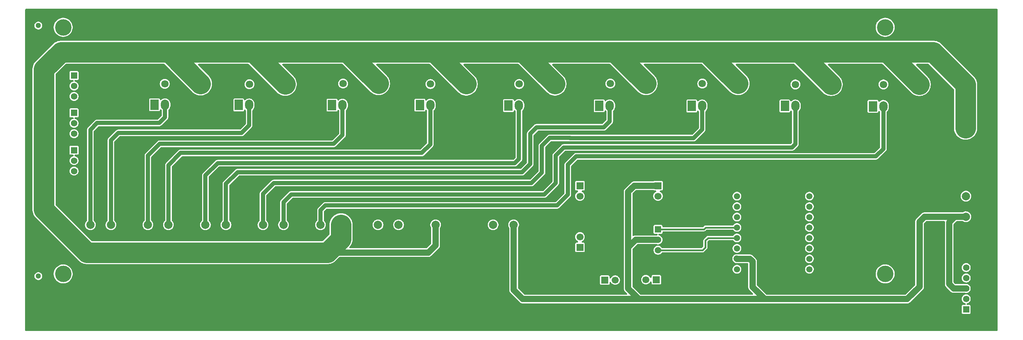
<source format=gbr>
%TF.GenerationSoftware,KiCad,Pcbnew,9.0.4*%
%TF.CreationDate,2025-10-20T22:53:34-05:00*%
%TF.ProjectId,PCB,5043422e-6b69-4636-9164-5f7063625858,rev?*%
%TF.SameCoordinates,Original*%
%TF.FileFunction,Copper,L2,Bot*%
%TF.FilePolarity,Positive*%
%FSLAX46Y46*%
G04 Gerber Fmt 4.6, Leading zero omitted, Abs format (unit mm)*
G04 Created by KiCad (PCBNEW 9.0.4) date 2025-10-20 22:53:34*
%MOMM*%
%LPD*%
G01*
G04 APERTURE LIST*
%TA.AperFunction,ComponentPad*%
%ADD10C,1.800000*%
%TD*%
%TA.AperFunction,ComponentPad*%
%ADD11R,2.000000X2.500000*%
%TD*%
%TA.AperFunction,ComponentPad*%
%ADD12O,2.000000X2.500000*%
%TD*%
%TA.AperFunction,ComponentPad*%
%ADD13C,2.000000*%
%TD*%
%TA.AperFunction,ComponentPad*%
%ADD14R,1.700000X1.700000*%
%TD*%
%TA.AperFunction,ComponentPad*%
%ADD15C,1.700000*%
%TD*%
%TA.AperFunction,ComponentPad*%
%ADD16R,1.570000X1.570000*%
%TD*%
%TA.AperFunction,ComponentPad*%
%ADD17C,1.570000*%
%TD*%
%TA.AperFunction,ComponentPad*%
%ADD18C,1.520000*%
%TD*%
%TA.AperFunction,ViaPad*%
%ADD19C,1.300000*%
%TD*%
%TA.AperFunction,ViaPad*%
%ADD20C,4.000000*%
%TD*%
%TA.AperFunction,Conductor*%
%ADD21C,5.000000*%
%TD*%
%TA.AperFunction,Conductor*%
%ADD22C,1.500000*%
%TD*%
%TA.AperFunction,Conductor*%
%ADD23C,1.000000*%
%TD*%
%TA.AperFunction,Conductor*%
%ADD24C,0.400000*%
%TD*%
G04 APERTURE END LIST*
D10*
%TO.P,D9,1,C*%
%TO.N,+12V*%
X245476000Y-49682400D03*
%TO.P,D9,2,A*%
%TO.N,Net-(D9-A)*%
X236776000Y-49682400D03*
%TD*%
%TO.P,D8,1,C*%
%TO.N,+12V*%
X224038400Y-49682400D03*
%TO.P,D8,2,A*%
%TO.N,Net-(D8-A)*%
X215338400Y-49682400D03*
%TD*%
%TO.P,D7,1,C*%
%TO.N,+12V*%
X201400400Y-49479200D03*
%TO.P,D7,2,A*%
%TO.N,Net-(D7-A)*%
X192700400Y-49479200D03*
%TD*%
%TO.P,D6,1,C*%
%TO.N,+12V*%
X179010800Y-49479200D03*
%TO.P,D6,2,A*%
%TO.N,Net-(D6-A)*%
X170310800Y-49479200D03*
%TD*%
%TO.P,D5,1,C*%
%TO.N,+12V*%
X156830000Y-49580800D03*
%TO.P,D5,2,A*%
%TO.N,Net-(D5-A)*%
X148130000Y-49580800D03*
%TD*%
%TO.P,D4,1,C*%
%TO.N,+12V*%
X135240000Y-49580800D03*
%TO.P,D4,2,A*%
%TO.N,Net-(D4-A)*%
X126540000Y-49580800D03*
%TD*%
%TO.P,D3,1,C*%
%TO.N,+12V*%
X113986800Y-49479200D03*
%TO.P,D3,2,A*%
%TO.N,Net-(D3-A)*%
X105286800Y-49479200D03*
%TD*%
%TO.P,D2,1,C*%
%TO.N,+12V*%
X91196400Y-49631600D03*
%TO.P,D2,2,A*%
%TO.N,Net-(D2-A)*%
X82496400Y-49631600D03*
%TD*%
%TO.P,D1,1,C*%
%TO.N,+12V*%
X70603600Y-49530000D03*
%TO.P,D1,2,A*%
%TO.N,Net-(D1-A)*%
X61903600Y-49530000D03*
%TD*%
D11*
%TO.P,Q1,1,G*%
%TO.N,Net-(Q1-G)*%
X59414400Y-54610000D03*
D12*
%TO.P,Q1,2,D*%
%TO.N,Net-(D1-A)*%
X61954400Y-54610000D03*
%TO.P,Q1,3,S*%
%TO.N,GND*%
X64494400Y-54610000D03*
%TD*%
D11*
%TO.P,Q9,1,G*%
%TO.N,Net-(Q9-G)*%
X234217200Y-55016400D03*
D12*
%TO.P,Q9,2,D*%
%TO.N,Net-(D9-A)*%
X236757200Y-55016400D03*
%TO.P,Q9,3,S*%
%TO.N,GND*%
X239297200Y-55016400D03*
%TD*%
D11*
%TO.P,Q5,1,G*%
%TO.N,Net-(Q5-G)*%
X145520400Y-54813200D03*
D12*
%TO.P,Q5,2,D*%
%TO.N,Net-(D5-A)*%
X148060400Y-54813200D03*
%TO.P,Q5,3,S*%
%TO.N,GND*%
X150600400Y-54813200D03*
%TD*%
D13*
%TO.P,Fuente,1,1*%
%TO.N,GND*%
X256747000Y-65328800D03*
%TO.P,Fuente,2,2*%
%TO.N,+12V*%
X256747000Y-60328800D03*
%TD*%
D14*
%TO.P,P9,1,1*%
%TO.N,Net-(P9-Pad1)*%
X181508400Y-97180400D03*
D15*
%TO.P,P9,2,2*%
%TO.N,Net-(P9-Pad2)*%
X178968400Y-97180400D03*
%TD*%
D13*
%TO.P,P4,1,1*%
%TO.N,Net-(D7-A)*%
X85789600Y-83820200D03*
%TO.P,P4,2,2*%
%TO.N,Net-(D8-A)*%
X90789600Y-83820200D03*
%TD*%
D16*
%TO.P,P7,1,1*%
%TO.N,Net-(P7-Pad1)*%
X39817600Y-56590400D03*
D17*
%TO.P,P7,2,2*%
%TO.N,Net-(P7-Pad2)*%
X39817600Y-59130400D03*
%TO.P,P7,3,3*%
%TO.N,Net-(P7-Pad3)*%
X39817600Y-61670400D03*
%TD*%
D13*
%TO.P,P3,1,1*%
%TO.N,Net-(D5-A)*%
X71789200Y-83819800D03*
%TO.P,P3,2,2*%
%TO.N,Net-(D6-A)*%
X76789200Y-83819800D03*
%TD*%
D14*
%TO.P,P10,1,1*%
%TO.N,Net-(Bluetooth1-Rx)*%
X168960800Y-97282000D03*
D15*
%TO.P,P10,2,2*%
%TO.N,Net-(P10-Pad2)*%
X171500800Y-97282000D03*
%TD*%
D18*
%TO.P,U1,1,VCC*%
%TO.N,Net-(Bluetooth1-Vcc)*%
X201117200Y-76860400D03*
%TO.P,U1,2,Rx*%
%TO.N,Net-(U1-Rx)*%
X201117200Y-79400400D03*
%TO.P,U1,3,Tx*%
%TO.N,Net-(U1-Tx)*%
X201117200Y-81940400D03*
%TO.P,U1,4,DACR*%
%TO.N,Net-(P12-R)*%
X201117200Y-84480400D03*
%TO.P,U1,5,DACL*%
%TO.N,Net-(P12-L)*%
X201117200Y-87020400D03*
%TO.P,U1,6,SPK2*%
%TO.N,unconnected-(U1-SPK2-Pad6)*%
X201117200Y-89560400D03*
%TO.P,U1,7,GND*%
%TO.N,Net-(Bluetooth1-GND)*%
X201117200Y-92100400D03*
%TO.P,U1,8,SPK1*%
%TO.N,unconnected-(U1-SPK1-Pad8)*%
X201117200Y-94640400D03*
%TD*%
D13*
%TO.P,5V,1,1*%
%TO.N,Net-(Bluetooth1-GND)*%
X256844800Y-81860400D03*
%TO.P,5V,2,2*%
%TO.N,Net-(Bluetooth1-Vcc)*%
X256844800Y-76860400D03*
%TD*%
%TO.P,P1,1,1*%
%TO.N,Net-(D1-A)*%
X43789200Y-83819800D03*
%TO.P,P1,2,2*%
%TO.N,Net-(D2-A)*%
X48789200Y-83819800D03*
%TD*%
%TO.P,P2,1,1*%
%TO.N,Net-(D3-A)*%
X57788800Y-83820000D03*
%TO.P,P2,2,2*%
%TO.N,Net-(D4-A)*%
X62788800Y-83820000D03*
%TD*%
D11*
%TO.P,Q7,1,G*%
%TO.N,Net-(Q7-G)*%
X190122800Y-54914800D03*
D12*
%TO.P,Q7,2,D*%
%TO.N,Net-(D7-A)*%
X192662800Y-54914800D03*
%TO.P,Q7,3,S*%
%TO.N,GND*%
X195202800Y-54914800D03*
%TD*%
D13*
%TO.P,Add5,1,1*%
%TO.N,Net-(Bluetooth1-Vcc)*%
X141790600Y-83819600D03*
%TO.P,Add5,2,2*%
%TO.N,Net-(Bluetooth1-GND)*%
X146790600Y-83819600D03*
%TD*%
D18*
%TO.P,U2,1*%
%TO.N,N/C*%
X218757400Y-94640200D03*
%TO.P,U2,2*%
X218757400Y-92100200D03*
%TO.P,U2,3*%
X218757400Y-89560200D03*
%TO.P,U2,4*%
X218757400Y-87020200D03*
%TO.P,U2,5*%
X218757400Y-84480200D03*
%TO.P,U2,6*%
X218757400Y-81940200D03*
%TO.P,U2,7*%
X218757400Y-79400200D03*
%TO.P,U2,8*%
X218757400Y-76860200D03*
%TD*%
D14*
%TO.P,R14,1,+*%
%TO.N,unconnected-(R14-+-Pad1)*%
X162916000Y-74306600D03*
D15*
%TO.P,R14,2,-*%
%TO.N,unconnected-(R14---Pad2)*%
X162916000Y-76846600D03*
%TD*%
D16*
%TO.P,P12,1,R*%
%TO.N,Net-(P12-R)*%
X181915400Y-84927000D03*
D17*
%TO.P,P12,2,GND*%
%TO.N,Net-(Bluetooth1-GND)*%
X181915400Y-87467000D03*
%TO.P,P12,3,L*%
%TO.N,Net-(P12-L)*%
X181915400Y-90007000D03*
%TD*%
D14*
%TO.P,P13,1,-*%
%TO.N,Net-(P13--)*%
X162915600Y-89306400D03*
D15*
%TO.P,P13,2,+*%
%TO.N,Net-(P13-+)*%
X162915600Y-86766400D03*
%TD*%
D16*
%TO.P,P6,1,1*%
%TO.N,Net-(P6-Pad1)*%
X39817400Y-65670600D03*
D17*
%TO.P,P6,2,2*%
%TO.N,Net-(P6-Pad2)*%
X39817400Y-68210600D03*
%TO.P,P6,3,3*%
%TO.N,Net-(P6-Pad3)*%
X39817400Y-70750600D03*
%TD*%
D13*
%TO.P,Add12,1,1*%
%TO.N,+12V*%
X127790400Y-83819200D03*
%TO.P,Add12,2,2*%
%TO.N,GND*%
X132790400Y-83819200D03*
%TD*%
D14*
%TO.P,P11,1,-*%
%TO.N,Net-(Bluetooth1-GND)*%
X181915800Y-74306600D03*
D15*
%TO.P,P11,2,+*%
%TO.N,Net-(Bluetooth1-Vcc)*%
X181915800Y-76846600D03*
%TD*%
D11*
%TO.P,Q4,1,G*%
%TO.N,Net-(Q4-G)*%
X123981200Y-54711600D03*
D12*
%TO.P,Q4,2,D*%
%TO.N,Net-(D4-A)*%
X126521200Y-54711600D03*
%TO.P,Q4,3,S*%
%TO.N,GND*%
X129061200Y-54711600D03*
%TD*%
D11*
%TO.P,Q8,1,G*%
%TO.N,Net-(Q8-G)*%
X212779600Y-54914800D03*
D12*
%TO.P,Q8,2,D*%
%TO.N,Net-(D8-A)*%
X215319600Y-54914800D03*
%TO.P,Q8,3,S*%
%TO.N,GND*%
X217859600Y-54914800D03*
%TD*%
D11*
%TO.P,Q3,1,G*%
%TO.N,Net-(Q3-G)*%
X102594400Y-54711600D03*
D12*
%TO.P,Q3,2,D*%
%TO.N,Net-(D3-A)*%
X105134400Y-54711600D03*
%TO.P,Q3,3,S*%
%TO.N,GND*%
X107674400Y-54711600D03*
%TD*%
D16*
%TO.P,Q10,1,Rx*%
%TO.N,Net-(Bluetooth1-Rx)*%
X256895600Y-104394000D03*
D17*
%TO.P,Q10,2,Tx*%
%TO.N,Net-(Bluetooth1-Tx)*%
X256895600Y-101854000D03*
%TO.P,Q10,3,GND*%
%TO.N,Net-(Bluetooth1-GND)*%
X256895600Y-99314000D03*
%TO.P,Q10,4,Vcc*%
%TO.N,Net-(Bluetooth1-Vcc)*%
X256895600Y-96774000D03*
%TO.P,Q10,5,Key*%
%TO.N,unconnected-(Bluetooth1-Key-Pad5)*%
X256895600Y-94234000D03*
%TD*%
D13*
%TO.P,P5,1,1*%
%TO.N,Net-(D9-A)*%
X99789800Y-83819800D03*
%TO.P,P5,2,2*%
%TO.N,+12V*%
X104789800Y-83819800D03*
%TD*%
D11*
%TO.P,Q6,1,G*%
%TO.N,Net-(Q6-G)*%
X167618400Y-54864000D03*
D12*
%TO.P,Q6,2,D*%
%TO.N,Net-(D6-A)*%
X170158400Y-54864000D03*
%TO.P,Q6,3,S*%
%TO.N,GND*%
X172698400Y-54864000D03*
%TD*%
D13*
%TO.P,Speaker,1,1*%
%TO.N,Net-(P13--)*%
X113790000Y-83819400D03*
%TO.P,Speaker,2,2*%
%TO.N,Net-(P13-+)*%
X118790000Y-83819400D03*
%TD*%
D11*
%TO.P,Q2,1,G*%
%TO.N,Net-(Q2-G)*%
X79886800Y-54660800D03*
D12*
%TO.P,Q2,2,D*%
%TO.N,Net-(D2-A)*%
X82426800Y-54660800D03*
%TO.P,Q2,3,S*%
%TO.N,GND*%
X84966800Y-54660800D03*
%TD*%
D16*
%TO.P,P8,1,1*%
%TO.N,Net-(P8-Pad1)*%
X39817400Y-47510400D03*
D17*
%TO.P,P8,2,2*%
%TO.N,Net-(P8-Pad2)*%
X39817400Y-50050400D03*
%TO.P,P8,3,3*%
%TO.N,Net-(P8-Pad3)*%
X39817400Y-52590400D03*
%TD*%
D19*
%TO.N,*%
X31140400Y-35356800D03*
X31140800Y-96316800D03*
D20*
X237185800Y-35785000D03*
X37185600Y-35784600D03*
X37185300Y-95784600D03*
X237185300Y-95784600D03*
%TD*%
D21*
%TO.N,+12V*%
X216215200Y-41859200D02*
X224038400Y-49682400D01*
X127558800Y-41859200D02*
X127558800Y-41899600D01*
D22*
X126034800Y-90576400D02*
X101498400Y-90576400D01*
D21*
X127558800Y-41899600D02*
X135240000Y-49580800D01*
X104789800Y-87285000D02*
X104789800Y-83819800D01*
X32512000Y-46024800D02*
X32512000Y-80111600D01*
X171500800Y-41859200D02*
X171500800Y-41969200D01*
X237744000Y-41950400D02*
X245476000Y-49682400D01*
X193802000Y-41880800D02*
X201400400Y-49479200D01*
X149301200Y-42052000D02*
X156830000Y-49580800D01*
D22*
X127790400Y-83819200D02*
X127790400Y-88820800D01*
D21*
X237744000Y-41859200D02*
X237744000Y-41950400D01*
X171500800Y-41969200D02*
X179010800Y-49479200D01*
X62932800Y-41859200D02*
X248920000Y-41859200D01*
X36677600Y-41859200D02*
X32512000Y-46024800D01*
D22*
X127790400Y-88820800D02*
X126034800Y-90576400D01*
D21*
X256747000Y-49686200D02*
X256747000Y-60328800D01*
X42976800Y-90576400D02*
X101498400Y-90576400D01*
X106324400Y-41859200D02*
X106324400Y-41899600D01*
X62932800Y-41859200D02*
X70603600Y-49530000D01*
X106324400Y-41899600D02*
X113904000Y-49479200D01*
X149301200Y-41859200D02*
X149301200Y-42052000D01*
X83413600Y-41859200D02*
X83424000Y-41859200D01*
X83424000Y-41859200D02*
X91196400Y-49631600D01*
X248920000Y-41859200D02*
X256747000Y-49686200D01*
X62932800Y-41859200D02*
X36677600Y-41859200D01*
X101498400Y-90576400D02*
X104789800Y-87285000D01*
X193802000Y-41859200D02*
X193802000Y-41880800D01*
X32512000Y-80111600D02*
X42976800Y-90576400D01*
D23*
%TO.N,Net-(D1-A)*%
X45466000Y-59029600D02*
X60553600Y-59029600D01*
X61954400Y-57628800D02*
X61954400Y-54610000D01*
X43789200Y-60706400D02*
X45466000Y-59029600D01*
X43789200Y-83819800D02*
X43789200Y-60706400D01*
X60553600Y-59029600D02*
X61954400Y-57628800D01*
D22*
%TO.N,Net-(Bluetooth1-GND)*%
X174651000Y-89295800D02*
X174651000Y-90819800D01*
X146862800Y-83891800D02*
X146790600Y-83819600D01*
X256895600Y-99314000D02*
X253847600Y-99314000D01*
X246764800Y-81860400D02*
X254152400Y-81860400D01*
X204927200Y-98958400D02*
X204927200Y-92760800D01*
X204927200Y-92760800D02*
X204266800Y-92100400D01*
X148996400Y-101904800D02*
X146790600Y-99699000D01*
X242570000Y-101904800D02*
X245567200Y-98907600D01*
X174651000Y-99314600D02*
X177241200Y-101904800D01*
X176127400Y-74306600D02*
X174651000Y-75783000D01*
X181915800Y-74306600D02*
X176127400Y-74306600D01*
X177241200Y-101904800D02*
X148996400Y-101904800D01*
X252780800Y-98247200D02*
X252780800Y-83232000D01*
X207873600Y-101904800D02*
X242570000Y-101904800D01*
X181915400Y-87467000D02*
X176479800Y-87467000D01*
X174651000Y-90819800D02*
X174651000Y-99314600D01*
X207873600Y-101904800D02*
X204927200Y-98958400D01*
X245567200Y-83058000D02*
X246764800Y-81860400D01*
X204266800Y-92100400D02*
X201117200Y-92100400D01*
X146790600Y-99699000D02*
X146790600Y-83819600D01*
X253847600Y-99314000D02*
X252780800Y-98247200D01*
X252780800Y-83232000D02*
X254152400Y-81860400D01*
X245567200Y-98907600D02*
X245567200Y-83058000D01*
X176479800Y-87467000D02*
X174651000Y-89295800D01*
X256844800Y-81860400D02*
X254152400Y-81860400D01*
X177241200Y-101904800D02*
X207873600Y-101904800D01*
X201066400Y-92049600D02*
X201117200Y-92100400D01*
X174651000Y-75783000D02*
X174651000Y-90819800D01*
D23*
%TO.N,Net-(D2-A)*%
X80568800Y-61468000D02*
X82426800Y-59610000D01*
X82426800Y-59610000D02*
X82426800Y-54660800D01*
X50596800Y-61468000D02*
X80568800Y-61468000D01*
X48789200Y-63275600D02*
X50596800Y-61468000D01*
X48789200Y-83819800D02*
X48789200Y-63275600D01*
%TO.N,Net-(D3-A)*%
X57788800Y-66976000D02*
X60655200Y-64109600D01*
X60655200Y-64109600D02*
X103022400Y-64109600D01*
X105134400Y-61997600D02*
X105134400Y-54711600D01*
X57788800Y-83820000D02*
X57788800Y-66976000D01*
X103022400Y-64109600D02*
X105134400Y-61997600D01*
%TO.N,Net-(D4-A)*%
X126521200Y-64232800D02*
X126521200Y-54711600D01*
X62788800Y-69342000D02*
X65786000Y-66344800D01*
X65786000Y-66344800D02*
X124409200Y-66344800D01*
X124409200Y-66344800D02*
X126521200Y-64232800D01*
X62788800Y-83820000D02*
X62788800Y-69342000D01*
%TO.N,Net-(D5-A)*%
X74777600Y-68834000D02*
X147066000Y-68834000D01*
X71789200Y-71822400D02*
X74777600Y-68834000D01*
X148060400Y-67839600D02*
X148060400Y-54813200D01*
X71789200Y-83819800D02*
X71789200Y-71822400D01*
X147066000Y-68834000D02*
X148060400Y-67839600D01*
%TO.N,Net-(D6-A)*%
X79603600Y-71018400D02*
X148844000Y-71018400D01*
X170158400Y-58644800D02*
X170158400Y-54864000D01*
X76789200Y-73832800D02*
X79603600Y-71018400D01*
X150825200Y-69037200D02*
X150825200Y-61671200D01*
X150825200Y-61671200D02*
X152400000Y-60096400D01*
X168706800Y-60096400D02*
X170158400Y-58644800D01*
X76789200Y-83819800D02*
X76789200Y-73832800D01*
X148844000Y-71018400D02*
X150825200Y-69037200D01*
X152400000Y-60096400D02*
X168706800Y-60096400D01*
%TO.N,Net-(D7-A)*%
X88442800Y-73660000D02*
X151130000Y-73660000D01*
X85789600Y-76313200D02*
X88442800Y-73660000D01*
X155600400Y-62687200D02*
X160477200Y-62687200D01*
X160528000Y-62738000D02*
X190550800Y-62738000D01*
X160477200Y-62687200D02*
X160528000Y-62738000D01*
X85789600Y-83820200D02*
X85789600Y-76313200D01*
X153670000Y-71120000D02*
X153670000Y-64617600D01*
X190550800Y-62738000D02*
X192662800Y-60626000D01*
X151130000Y-73660000D02*
X153670000Y-71120000D01*
X192662800Y-60626000D02*
X192662800Y-54914800D01*
X153670000Y-64617600D02*
X155600400Y-62687200D01*
%TO.N,Net-(D8-A)*%
X157022800Y-66954400D02*
X158953200Y-65024000D01*
X92659200Y-76454000D02*
X154228800Y-76454000D01*
X154228800Y-76454000D02*
X157022800Y-73660000D01*
X90789600Y-78323600D02*
X92659200Y-76454000D01*
X215319600Y-64182000D02*
X215319600Y-54914800D01*
X157022800Y-73660000D02*
X157022800Y-66954400D01*
X90789600Y-83820200D02*
X90789600Y-78323600D01*
X214477600Y-65024000D02*
X215319600Y-64182000D01*
X158953200Y-65024000D02*
X214477600Y-65024000D01*
%TO.N,Net-(D9-A)*%
X234950000Y-67157600D02*
X236757200Y-65350400D01*
X99789800Y-80296200D02*
X100990400Y-79095600D01*
X157378400Y-79095600D02*
X159969200Y-76504800D01*
X99789800Y-83819800D02*
X99789800Y-80296200D01*
X159969200Y-69189600D02*
X162001200Y-67157600D01*
X162001200Y-67157600D02*
X234950000Y-67157600D01*
X100990400Y-79095600D02*
X157378400Y-79095600D01*
X236757200Y-65350400D02*
X236757200Y-55016400D01*
X159969200Y-76504800D02*
X159969200Y-69189600D01*
D24*
%TO.N,Net-(P12-L)*%
X192718200Y-90007000D02*
X181915400Y-90007000D01*
X192732000Y-90020800D02*
X192718200Y-90007000D01*
X192732000Y-90020800D02*
X193446400Y-89306400D01*
X194106800Y-87020400D02*
X201117200Y-87020400D01*
X193446400Y-89306400D02*
X193446400Y-87680800D01*
X193446400Y-87680800D02*
X194106800Y-87020400D01*
%TO.N,Net-(P12-R)*%
X193497200Y-84480400D02*
X201117200Y-84480400D01*
X193050600Y-84927000D02*
X193497200Y-84480400D01*
X193050600Y-84927000D02*
X181915400Y-84927000D01*
%TD*%
%TA.AperFunction,Conductor*%
%TO.N,GND*%
G36*
X264461243Y-31305007D02*
G01*
X264530484Y-31360226D01*
X264568911Y-31440018D01*
X264573900Y-31484300D01*
X264573900Y-109427914D01*
X264554193Y-109514257D01*
X264498974Y-109583498D01*
X264419182Y-109621925D01*
X264375198Y-109626914D01*
X225824371Y-109684700D01*
X28131500Y-109684700D01*
X28045157Y-109664993D01*
X27975916Y-109609774D01*
X27937489Y-109529982D01*
X27932500Y-109485700D01*
X27932500Y-96223180D01*
X30190300Y-96223180D01*
X30190300Y-96410419D01*
X30226826Y-96594047D01*
X30226827Y-96594050D01*
X30298477Y-96767029D01*
X30298479Y-96767033D01*
X30323357Y-96804265D01*
X30402498Y-96922708D01*
X30534892Y-97055102D01*
X30690569Y-97159122D01*
X30863549Y-97230773D01*
X30955366Y-97249036D01*
X31047181Y-97267300D01*
X31047184Y-97267300D01*
X31234419Y-97267300D01*
X31313116Y-97251645D01*
X31418051Y-97230773D01*
X31591031Y-97159122D01*
X31746708Y-97055102D01*
X31879102Y-96922708D01*
X31983122Y-96767031D01*
X32054773Y-96594051D01*
X32087226Y-96430899D01*
X32091300Y-96410419D01*
X32091300Y-96223180D01*
X32062460Y-96078194D01*
X32054773Y-96039549D01*
X31983122Y-95866569D01*
X31879102Y-95710892D01*
X31802027Y-95633817D01*
X34884800Y-95633817D01*
X34884800Y-95935383D01*
X34924162Y-96234368D01*
X35002213Y-96525658D01*
X35117617Y-96804268D01*
X35177431Y-96907870D01*
X35268396Y-97065427D01*
X35451983Y-97304683D01*
X35665216Y-97517916D01*
X35904472Y-97701503D01*
X35961002Y-97734140D01*
X36165632Y-97852283D01*
X36444242Y-97967687D01*
X36735532Y-98045738D01*
X37034517Y-98085100D01*
X37034520Y-98085100D01*
X37336080Y-98085100D01*
X37336083Y-98085100D01*
X37635068Y-98045738D01*
X37926358Y-97967687D01*
X38204968Y-97852283D01*
X38466132Y-97701500D01*
X38705380Y-97517919D01*
X38918619Y-97304680D01*
X39102200Y-97065432D01*
X39252983Y-96804268D01*
X39368387Y-96525658D01*
X39446438Y-96234368D01*
X39485800Y-95935383D01*
X39485800Y-95633817D01*
X39446438Y-95334832D01*
X39368387Y-95043542D01*
X39252983Y-94764932D01*
X39158632Y-94601511D01*
X39102203Y-94503772D01*
X38918616Y-94264516D01*
X38705383Y-94051283D01*
X38466127Y-93867696D01*
X38308570Y-93776731D01*
X38204968Y-93716917D01*
X37926358Y-93601513D01*
X37926356Y-93601512D01*
X37926355Y-93601512D01*
X37780713Y-93562487D01*
X37635068Y-93523462D01*
X37336083Y-93484100D01*
X37034517Y-93484100D01*
X36735532Y-93523462D01*
X36735528Y-93523462D01*
X36735528Y-93523463D01*
X36444244Y-93601512D01*
X36165636Y-93716915D01*
X36165634Y-93716916D01*
X35904472Y-93867696D01*
X35665216Y-94051283D01*
X35451983Y-94264516D01*
X35268396Y-94503772D01*
X35117616Y-94764934D01*
X35117615Y-94764936D01*
X35002212Y-95043544D01*
X34970365Y-95162400D01*
X34924162Y-95334832D01*
X34884800Y-95633817D01*
X31802027Y-95633817D01*
X31746708Y-95578498D01*
X31668346Y-95526138D01*
X31591033Y-95474479D01*
X31591029Y-95474477D01*
X31540365Y-95453491D01*
X31418051Y-95402827D01*
X31418048Y-95402826D01*
X31418047Y-95402826D01*
X31234419Y-95366300D01*
X31234416Y-95366300D01*
X31047184Y-95366300D01*
X31047181Y-95366300D01*
X30863552Y-95402826D01*
X30863549Y-95402827D01*
X30690570Y-95474477D01*
X30690566Y-95474479D01*
X30534896Y-95578495D01*
X30534888Y-95578501D01*
X30402501Y-95710888D01*
X30402495Y-95710896D01*
X30298479Y-95866566D01*
X30298477Y-95866570D01*
X30226827Y-96039549D01*
X30226826Y-96039552D01*
X30190300Y-96223180D01*
X27932500Y-96223180D01*
X27932500Y-45867527D01*
X29711500Y-45867527D01*
X29711500Y-80268872D01*
X29746717Y-80581436D01*
X29816710Y-80888101D01*
X29816711Y-80888104D01*
X29920594Y-81184984D01*
X29920594Y-81184985D01*
X29920597Y-81184991D01*
X29920598Y-81184994D01*
X30057074Y-81468389D01*
X30224423Y-81734723D01*
X30356498Y-81900340D01*
X30406270Y-81962752D01*
X30420539Y-81980644D01*
X40885339Y-92445444D01*
X41107756Y-92667861D01*
X41353677Y-92863977D01*
X41620011Y-93031326D01*
X41863325Y-93148500D01*
X41863324Y-93148500D01*
X41874908Y-93154078D01*
X41903406Y-93167802D01*
X42200300Y-93271689D01*
X42506960Y-93341682D01*
X42819527Y-93376900D01*
X42819528Y-93376900D01*
X101655672Y-93376900D01*
X101655673Y-93376900D01*
X101968240Y-93341682D01*
X102274900Y-93271690D01*
X102571794Y-93167802D01*
X102855189Y-93031326D01*
X103121523Y-92863977D01*
X103367444Y-92667861D01*
X104350119Y-91685186D01*
X104425107Y-91638067D01*
X104490833Y-91626900D01*
X126138268Y-91626900D01*
X126225245Y-91609598D01*
X126341220Y-91586530D01*
X126532398Y-91507341D01*
X126559166Y-91489455D01*
X126704455Y-91392377D01*
X126850777Y-91246055D01*
X126850778Y-91246053D01*
X126862113Y-91234718D01*
X126862119Y-91234711D01*
X128448711Y-89648119D01*
X128448718Y-89648113D01*
X128460053Y-89636778D01*
X128460055Y-89636777D01*
X128606377Y-89490455D01*
X128721341Y-89318398D01*
X128800530Y-89127220D01*
X128825631Y-89001027D01*
X128835129Y-88953279D01*
X128840900Y-88924266D01*
X128840900Y-84650511D01*
X128860607Y-84564168D01*
X128878905Y-84533543D01*
X128901960Y-84501810D01*
X128902687Y-84500810D01*
X128966303Y-84375958D01*
X128995614Y-84318431D01*
X128995614Y-84318429D01*
X128995620Y-84318419D01*
X129058877Y-84123734D01*
X129090900Y-83921552D01*
X129090900Y-83717248D01*
X140490100Y-83717248D01*
X140490100Y-83921952D01*
X140509427Y-84043977D01*
X140522122Y-84124129D01*
X140522123Y-84124136D01*
X140585377Y-84318812D01*
X140585385Y-84318831D01*
X140678306Y-84501199D01*
X140678312Y-84501209D01*
X140739809Y-84585853D01*
X140798634Y-84666819D01*
X140943381Y-84811566D01*
X141108715Y-84931687D01*
X141108990Y-84931887D01*
X141109000Y-84931893D01*
X141291368Y-85024814D01*
X141291375Y-85024816D01*
X141291381Y-85024820D01*
X141291386Y-85024821D01*
X141291387Y-85024822D01*
X141293234Y-85025422D01*
X141486066Y-85088077D01*
X141688248Y-85120100D01*
X141688249Y-85120100D01*
X141892951Y-85120100D01*
X141892952Y-85120100D01*
X142095134Y-85088077D01*
X142289819Y-85024820D01*
X142290212Y-85024620D01*
X142472199Y-84931893D01*
X142472203Y-84931890D01*
X142472210Y-84931887D01*
X142637819Y-84811566D01*
X142782566Y-84666819D01*
X142902887Y-84501210D01*
X142902990Y-84501009D01*
X142995814Y-84318831D01*
X142995814Y-84318829D01*
X142995820Y-84318819D01*
X143059077Y-84124134D01*
X143091100Y-83921952D01*
X143091100Y-83717248D01*
X145490100Y-83717248D01*
X145490100Y-83921952D01*
X145509427Y-84043977D01*
X145522122Y-84124129D01*
X145522123Y-84124136D01*
X145585377Y-84318812D01*
X145585385Y-84318831D01*
X145678306Y-84501199D01*
X145678312Y-84501209D01*
X145702095Y-84533943D01*
X145736902Y-84615379D01*
X145740100Y-84650911D01*
X145740100Y-99802468D01*
X145776260Y-99984255D01*
X145780470Y-100005420D01*
X145804890Y-100064376D01*
X145859656Y-100196593D01*
X145859658Y-100196596D01*
X145859659Y-100196598D01*
X145974623Y-100368655D01*
X146060082Y-100454114D01*
X146127894Y-100521926D01*
X146127905Y-100521936D01*
X148175422Y-102569453D01*
X148175429Y-102569461D01*
X148180423Y-102574455D01*
X148326745Y-102720777D01*
X148498802Y-102835741D01*
X148498804Y-102835742D01*
X148498806Y-102835743D01*
X148547645Y-102855972D01*
X148689980Y-102914930D01*
X148791457Y-102935115D01*
X148892932Y-102955300D01*
X148892935Y-102955300D01*
X177137735Y-102955300D01*
X207770130Y-102955300D01*
X207770135Y-102955301D01*
X207977065Y-102955301D01*
X207977070Y-102955300D01*
X242466535Y-102955300D01*
X242673465Y-102955300D01*
X242673468Y-102955300D01*
X242760445Y-102937998D01*
X242876420Y-102914930D01*
X243067598Y-102835741D01*
X243239655Y-102720777D01*
X243385977Y-102574455D01*
X243385977Y-102574453D01*
X243402356Y-102558075D01*
X243402359Y-102558070D01*
X244191860Y-101768570D01*
X255810100Y-101768570D01*
X255810100Y-101939429D01*
X255836826Y-102108180D01*
X255836827Y-102108186D01*
X255836828Y-102108189D01*
X255889627Y-102270688D01*
X255967197Y-102422926D01*
X255967199Y-102422929D01*
X256067629Y-102561159D01*
X256188440Y-102681970D01*
X256188443Y-102681972D01*
X256188444Y-102681973D01*
X256326674Y-102782403D01*
X256478912Y-102859973D01*
X256641411Y-102912772D01*
X256642525Y-102912948D01*
X256643086Y-102913173D01*
X256649019Y-102914598D01*
X256648809Y-102915468D01*
X256724724Y-102945913D01*
X256784480Y-103011278D01*
X256809957Y-103096098D01*
X256796110Y-103183572D01*
X256745680Y-103256375D01*
X256668656Y-103300088D01*
X256611409Y-103308500D01*
X256065733Y-103308500D01*
X256040610Y-103311414D01*
X255937838Y-103356792D01*
X255937833Y-103356795D01*
X255858395Y-103436233D01*
X255858392Y-103436238D01*
X255813015Y-103539007D01*
X255813015Y-103539009D01*
X255810100Y-103564130D01*
X255810100Y-105223866D01*
X255813014Y-105248989D01*
X255813015Y-105248991D01*
X255858394Y-105351765D01*
X255937835Y-105431206D01*
X256040609Y-105476585D01*
X256065735Y-105479500D01*
X257725464Y-105479499D01*
X257725466Y-105479499D01*
X257738027Y-105478042D01*
X257750591Y-105476585D01*
X257853365Y-105431206D01*
X257932806Y-105351765D01*
X257978185Y-105248991D01*
X257981100Y-105223865D01*
X257981099Y-103564136D01*
X257981098Y-103564130D01*
X257978185Y-103539010D01*
X257932807Y-103436238D01*
X257932806Y-103436235D01*
X257853365Y-103356794D01*
X257853362Y-103356792D01*
X257853361Y-103356792D01*
X257750591Y-103311415D01*
X257725469Y-103308500D01*
X257179793Y-103308500D01*
X257093450Y-103288793D01*
X257024209Y-103233574D01*
X256985782Y-103153782D01*
X256985782Y-103065218D01*
X257024209Y-102985426D01*
X257093450Y-102930207D01*
X257142265Y-102914950D01*
X257142181Y-102914598D01*
X257147418Y-102913340D01*
X257148671Y-102912949D01*
X257149789Y-102912772D01*
X257312288Y-102859973D01*
X257464526Y-102782403D01*
X257602756Y-102681973D01*
X257723573Y-102561156D01*
X257824003Y-102422926D01*
X257901573Y-102270688D01*
X257954372Y-102108189D01*
X257981100Y-101939431D01*
X257981100Y-101768569D01*
X257954372Y-101599811D01*
X257901573Y-101437312D01*
X257824003Y-101285074D01*
X257723573Y-101146844D01*
X257723572Y-101146843D01*
X257723570Y-101146840D01*
X257602759Y-101026029D01*
X257464529Y-100925599D01*
X257464528Y-100925598D01*
X257464526Y-100925597D01*
X257312288Y-100848027D01*
X257312285Y-100848026D01*
X257312283Y-100848025D01*
X257149796Y-100795230D01*
X257149793Y-100795229D01*
X257149789Y-100795228D01*
X257149782Y-100795226D01*
X257149778Y-100795226D01*
X257079919Y-100784162D01*
X257057112Y-100780549D01*
X256974916Y-100747579D01*
X256915164Y-100682209D01*
X256894667Y-100613952D01*
X256894365Y-100615698D01*
X256887652Y-100658086D01*
X256886828Y-100659274D01*
X256886582Y-100660699D01*
X256861652Y-100695614D01*
X256837217Y-100730885D01*
X256835959Y-100731598D01*
X256835119Y-100732776D01*
X256797486Y-100753429D01*
X256760190Y-100774592D01*
X256758024Y-100775086D01*
X256757480Y-100775385D01*
X256756483Y-100775438D01*
X256734088Y-100780549D01*
X256724541Y-100782061D01*
X256641419Y-100795226D01*
X256641403Y-100795230D01*
X256478916Y-100848025D01*
X256326670Y-100925599D01*
X256188440Y-101026029D01*
X256067629Y-101146840D01*
X255967199Y-101285070D01*
X255889625Y-101437316D01*
X255836830Y-101599803D01*
X255836826Y-101599819D01*
X255810100Y-101768570D01*
X244191860Y-101768570D01*
X246383177Y-99577255D01*
X246498142Y-99405198D01*
X246577330Y-99214020D01*
X246617701Y-99011065D01*
X246617701Y-98804135D01*
X246617701Y-98795927D01*
X246617700Y-98795901D01*
X246617700Y-83575559D01*
X246637407Y-83489216D01*
X246675986Y-83434845D01*
X247141645Y-82969186D01*
X247216633Y-82922067D01*
X247282359Y-82910900D01*
X251532172Y-82910900D01*
X251618515Y-82930607D01*
X251687756Y-82985826D01*
X251726183Y-83065618D01*
X251729543Y-83118759D01*
X251730300Y-83118759D01*
X251730300Y-98350668D01*
X251770669Y-98553616D01*
X251770670Y-98553619D01*
X251849856Y-98744793D01*
X251849858Y-98744796D01*
X251849859Y-98744798D01*
X251964823Y-98916855D01*
X252059032Y-99011064D01*
X252118094Y-99070126D01*
X252118105Y-99070136D01*
X253026622Y-99978653D01*
X253026629Y-99978661D01*
X253031623Y-99983655D01*
X253177945Y-100129977D01*
X253346200Y-100242400D01*
X253346204Y-100242403D01*
X253346202Y-100242404D01*
X253346213Y-100242409D01*
X253350002Y-100244941D01*
X253541180Y-100324130D01*
X253642657Y-100344315D01*
X253744132Y-100364500D01*
X253744135Y-100364500D01*
X253951065Y-100364500D01*
X256584433Y-100364500D01*
X256618349Y-100367411D01*
X256632380Y-100369837D01*
X256641411Y-100372772D01*
X256735524Y-100387677D01*
X256736873Y-100387911D01*
X256776470Y-100404450D01*
X256816284Y-100420421D01*
X256817260Y-100421488D01*
X256818594Y-100422046D01*
X256847081Y-100454114D01*
X256876035Y-100485791D01*
X256876450Y-100487176D01*
X256877411Y-100488257D01*
X256889166Y-100529521D01*
X256896548Y-100554103D01*
X256903547Y-100509915D01*
X256953982Y-100437115D01*
X257031009Y-100393408D01*
X257057111Y-100387450D01*
X257149789Y-100372772D01*
X257312288Y-100319973D01*
X257464526Y-100242403D01*
X257602756Y-100141973D01*
X257723573Y-100021156D01*
X257824003Y-99882926D01*
X257901573Y-99730688D01*
X257954372Y-99568189D01*
X257981100Y-99399431D01*
X257981100Y-99228569D01*
X257954372Y-99059811D01*
X257901573Y-98897312D01*
X257824003Y-98745074D01*
X257723573Y-98606844D01*
X257723572Y-98606843D01*
X257723570Y-98606840D01*
X257602759Y-98486029D01*
X257464529Y-98385599D01*
X257464528Y-98385598D01*
X257464526Y-98385597D01*
X257312288Y-98308027D01*
X257312285Y-98308026D01*
X257312283Y-98308025D01*
X257149796Y-98255230D01*
X257149793Y-98255229D01*
X257149789Y-98255228D01*
X257149782Y-98255226D01*
X257149778Y-98255226D01*
X257093216Y-98246267D01*
X256981031Y-98228500D01*
X256810169Y-98228500D01*
X256709276Y-98244479D01*
X256641413Y-98255227D01*
X256633805Y-98257054D01*
X256633487Y-98255731D01*
X256584433Y-98263500D01*
X254365159Y-98263500D01*
X254278816Y-98243793D01*
X254224445Y-98205214D01*
X253889586Y-97870355D01*
X253842467Y-97795367D01*
X253831300Y-97729641D01*
X253831300Y-96688570D01*
X255810100Y-96688570D01*
X255810100Y-96859429D01*
X255836826Y-97028180D01*
X255836830Y-97028196D01*
X255879370Y-97159122D01*
X255889627Y-97190688D01*
X255947711Y-97304683D01*
X255967199Y-97342929D01*
X256067629Y-97481159D01*
X256188440Y-97601970D01*
X256188443Y-97601972D01*
X256188444Y-97601973D01*
X256326674Y-97702403D01*
X256478912Y-97779973D01*
X256641411Y-97832772D01*
X256810169Y-97859500D01*
X256981031Y-97859500D01*
X257149789Y-97832772D01*
X257312288Y-97779973D01*
X257464526Y-97702403D01*
X257602756Y-97601973D01*
X257723573Y-97481156D01*
X257824003Y-97342926D01*
X257901573Y-97190688D01*
X257954372Y-97028189D01*
X257981100Y-96859431D01*
X257981100Y-96688569D01*
X257954372Y-96519811D01*
X257901573Y-96357312D01*
X257824003Y-96205074D01*
X257723573Y-96066844D01*
X257723572Y-96066843D01*
X257723570Y-96066840D01*
X257602759Y-95946029D01*
X257464529Y-95845599D01*
X257464528Y-95845598D01*
X257464526Y-95845597D01*
X257312288Y-95768027D01*
X257312285Y-95768026D01*
X257312283Y-95768025D01*
X257149796Y-95715230D01*
X257149793Y-95715229D01*
X257149789Y-95715228D01*
X257149782Y-95715226D01*
X257149778Y-95715226D01*
X257093216Y-95706267D01*
X256981031Y-95688500D01*
X256810169Y-95688500D01*
X256709838Y-95704390D01*
X256641419Y-95715226D01*
X256641403Y-95715230D01*
X256478916Y-95768025D01*
X256326670Y-95845599D01*
X256188440Y-95946029D01*
X256067629Y-96066840D01*
X255967199Y-96205070D01*
X255889625Y-96357316D01*
X255836830Y-96519803D01*
X255836826Y-96519819D01*
X255810100Y-96688570D01*
X253831300Y-96688570D01*
X253831300Y-94148569D01*
X255810100Y-94148569D01*
X255810100Y-94319431D01*
X255811943Y-94331066D01*
X255836826Y-94488180D01*
X255836827Y-94488186D01*
X255836828Y-94488189D01*
X255889627Y-94650688D01*
X255947838Y-94764932D01*
X255967199Y-94802929D01*
X256067629Y-94941159D01*
X256188440Y-95061970D01*
X256188443Y-95061972D01*
X256188444Y-95061973D01*
X256326674Y-95162403D01*
X256478912Y-95239973D01*
X256641411Y-95292772D01*
X256810169Y-95319500D01*
X256981031Y-95319500D01*
X257149789Y-95292772D01*
X257312288Y-95239973D01*
X257464526Y-95162403D01*
X257602756Y-95061973D01*
X257723573Y-94941156D01*
X257824003Y-94802926D01*
X257901573Y-94650688D01*
X257954372Y-94488189D01*
X257981100Y-94319431D01*
X257981100Y-94148569D01*
X257954372Y-93979811D01*
X257901573Y-93817312D01*
X257824003Y-93665074D01*
X257723573Y-93526844D01*
X257723572Y-93526843D01*
X257723570Y-93526840D01*
X257602759Y-93406029D01*
X257464529Y-93305599D01*
X257464528Y-93305598D01*
X257464526Y-93305597D01*
X257312288Y-93228027D01*
X257312285Y-93228026D01*
X257312283Y-93228025D01*
X257149796Y-93175230D01*
X257149792Y-93175229D01*
X257149789Y-93175228D01*
X257149786Y-93175227D01*
X257149780Y-93175226D01*
X256996184Y-93150900D01*
X256981031Y-93148500D01*
X256810169Y-93148500D01*
X256795016Y-93150900D01*
X256641419Y-93175226D01*
X256641403Y-93175230D01*
X256478916Y-93228025D01*
X256326670Y-93305599D01*
X256188440Y-93406029D01*
X256067629Y-93526840D01*
X255967199Y-93665070D01*
X255889625Y-93817316D01*
X255836830Y-93979803D01*
X255836826Y-93979819D01*
X255825508Y-94051283D01*
X255810100Y-94148569D01*
X253831300Y-94148569D01*
X253831300Y-83749559D01*
X253851007Y-83663216D01*
X253889586Y-83608845D01*
X254529245Y-82969186D01*
X254604233Y-82922067D01*
X254669959Y-82910900D01*
X256013489Y-82910900D01*
X256099832Y-82930607D01*
X256130457Y-82948905D01*
X256163190Y-82972687D01*
X256163200Y-82972693D01*
X256345568Y-83065614D01*
X256345575Y-83065616D01*
X256345581Y-83065620D01*
X256540266Y-83128877D01*
X256742448Y-83160900D01*
X256742449Y-83160900D01*
X256947151Y-83160900D01*
X256947152Y-83160900D01*
X257149334Y-83128877D01*
X257344019Y-83065620D01*
X257344031Y-83065614D01*
X257526399Y-82972693D01*
X257526403Y-82972690D01*
X257526410Y-82972687D01*
X257692019Y-82852366D01*
X257836766Y-82707619D01*
X257957087Y-82542010D01*
X257968761Y-82519100D01*
X258050014Y-82359631D01*
X258050014Y-82359629D01*
X258050020Y-82359619D01*
X258113277Y-82164934D01*
X258145300Y-81962752D01*
X258145300Y-81758048D01*
X258113277Y-81555866D01*
X258050020Y-81361181D01*
X258050016Y-81361175D01*
X258050014Y-81361168D01*
X257957093Y-81178800D01*
X257957087Y-81178790D01*
X257917651Y-81124511D01*
X257836766Y-81013181D01*
X257692019Y-80868434D01*
X257611453Y-80809900D01*
X257526409Y-80748112D01*
X257526399Y-80748106D01*
X257344031Y-80655185D01*
X257344012Y-80655177D01*
X257149336Y-80591923D01*
X257149329Y-80591922D01*
X257034535Y-80573740D01*
X256947152Y-80559900D01*
X256742448Y-80559900D01*
X256681887Y-80569492D01*
X256540270Y-80591922D01*
X256540263Y-80591923D01*
X256345587Y-80655177D01*
X256345568Y-80655185D01*
X256163200Y-80748106D01*
X256163190Y-80748112D01*
X256130457Y-80771895D01*
X256049021Y-80806702D01*
X256013489Y-80809900D01*
X246661332Y-80809900D01*
X246458383Y-80850269D01*
X246458380Y-80850270D01*
X246267206Y-80929456D01*
X246267203Y-80929458D01*
X246095146Y-81044422D01*
X246095141Y-81044426D01*
X244751226Y-82388341D01*
X244751222Y-82388346D01*
X244636258Y-82560403D01*
X244636256Y-82560406D01*
X244557070Y-82751580D01*
X244557069Y-82751583D01*
X244516700Y-82954531D01*
X244516700Y-98390040D01*
X244496993Y-98476383D01*
X244458414Y-98530754D01*
X242193155Y-100796014D01*
X242118167Y-100843133D01*
X242052441Y-100854300D01*
X208391160Y-100854300D01*
X208304817Y-100834593D01*
X208250446Y-100796014D01*
X206035986Y-98581554D01*
X205988867Y-98506566D01*
X205977700Y-98440840D01*
X205977700Y-94535750D01*
X217696900Y-94535750D01*
X217696900Y-94744650D01*
X217700935Y-94764934D01*
X217737654Y-94949533D01*
X217737655Y-94949537D01*
X217817594Y-95142530D01*
X217817598Y-95142537D01*
X217817732Y-95142737D01*
X217933656Y-95316229D01*
X218081371Y-95463944D01*
X218252808Y-95578495D01*
X218255062Y-95580001D01*
X218255069Y-95580005D01*
X218383731Y-95633297D01*
X218448064Y-95659945D01*
X218652950Y-95700700D01*
X218652951Y-95700700D01*
X218861849Y-95700700D01*
X218861850Y-95700700D01*
X219066736Y-95659945D01*
X219129815Y-95633817D01*
X234884800Y-95633817D01*
X234884800Y-95935383D01*
X234924162Y-96234368D01*
X235002213Y-96525658D01*
X235117617Y-96804268D01*
X235177431Y-96907870D01*
X235268396Y-97065427D01*
X235451983Y-97304683D01*
X235665216Y-97517916D01*
X235904472Y-97701503D01*
X235961002Y-97734140D01*
X236165632Y-97852283D01*
X236444242Y-97967687D01*
X236735532Y-98045738D01*
X237034517Y-98085100D01*
X237034520Y-98085100D01*
X237336080Y-98085100D01*
X237336083Y-98085100D01*
X237635068Y-98045738D01*
X237926358Y-97967687D01*
X238204968Y-97852283D01*
X238466132Y-97701500D01*
X238705380Y-97517919D01*
X238918619Y-97304680D01*
X239102200Y-97065432D01*
X239252983Y-96804268D01*
X239368387Y-96525658D01*
X239446438Y-96234368D01*
X239485800Y-95935383D01*
X239485800Y-95633817D01*
X239446438Y-95334832D01*
X239368387Y-95043542D01*
X239252983Y-94764932D01*
X239158632Y-94601511D01*
X239102203Y-94503772D01*
X238918616Y-94264516D01*
X238705383Y-94051283D01*
X238466127Y-93867696D01*
X238308570Y-93776731D01*
X238204968Y-93716917D01*
X237926358Y-93601513D01*
X237926356Y-93601512D01*
X237926355Y-93601512D01*
X237780713Y-93562487D01*
X237635068Y-93523462D01*
X237336083Y-93484100D01*
X237034517Y-93484100D01*
X236735532Y-93523462D01*
X236735528Y-93523462D01*
X236735528Y-93523463D01*
X236444244Y-93601512D01*
X236165636Y-93716915D01*
X236165634Y-93716916D01*
X235904472Y-93867696D01*
X235665216Y-94051283D01*
X235451983Y-94264516D01*
X235268396Y-94503772D01*
X235117616Y-94764934D01*
X235117615Y-94764936D01*
X235002212Y-95043544D01*
X234970365Y-95162400D01*
X234924162Y-95334832D01*
X234884800Y-95633817D01*
X219129815Y-95633817D01*
X219259735Y-95580003D01*
X219433429Y-95463944D01*
X219581144Y-95316229D01*
X219697203Y-95142535D01*
X219777145Y-94949536D01*
X219817900Y-94744650D01*
X219817900Y-94535750D01*
X219777145Y-94330864D01*
X219701637Y-94148569D01*
X219697205Y-94137869D01*
X219697201Y-94137862D01*
X219696422Y-94136697D01*
X219581144Y-93964171D01*
X219433429Y-93816456D01*
X219284459Y-93716917D01*
X219259737Y-93700398D01*
X219259730Y-93700394D01*
X219066737Y-93620455D01*
X219066733Y-93620454D01*
X218929528Y-93593162D01*
X218861850Y-93579700D01*
X218652950Y-93579700D01*
X218602076Y-93589819D01*
X218448066Y-93620454D01*
X218448062Y-93620455D01*
X218255069Y-93700394D01*
X218255062Y-93700398D01*
X218081375Y-93816453D01*
X218081367Y-93816459D01*
X217933659Y-93964167D01*
X217933653Y-93964175D01*
X217817598Y-94137862D01*
X217817594Y-94137869D01*
X217737655Y-94330862D01*
X217737654Y-94330866D01*
X217706359Y-94488196D01*
X217696900Y-94535750D01*
X205977700Y-94535750D01*
X205977700Y-92874104D01*
X205977701Y-92874083D01*
X205977701Y-92657335D01*
X205955793Y-92547198D01*
X205937330Y-92454380D01*
X205858142Y-92263202D01*
X205743177Y-92091145D01*
X205743175Y-92091142D01*
X205743171Y-92091138D01*
X205647783Y-91995750D01*
X217696900Y-91995750D01*
X217696900Y-92204649D01*
X217737654Y-92409533D01*
X217737655Y-92409537D01*
X217817594Y-92602530D01*
X217817598Y-92602537D01*
X217875236Y-92688798D01*
X217933656Y-92776229D01*
X218081371Y-92923944D01*
X218242073Y-93031322D01*
X218255062Y-93040001D01*
X218255069Y-93040005D01*
X218383731Y-93093297D01*
X218448064Y-93119945D01*
X218652950Y-93160700D01*
X218652951Y-93160700D01*
X218861849Y-93160700D01*
X218861850Y-93160700D01*
X219066736Y-93119945D01*
X219259735Y-93040003D01*
X219433429Y-92923944D01*
X219581144Y-92776229D01*
X219697203Y-92602535D01*
X219777145Y-92409536D01*
X219817900Y-92204650D01*
X219817900Y-91995750D01*
X219777145Y-91790864D01*
X219697203Y-91597865D01*
X219581144Y-91424171D01*
X219433429Y-91276456D01*
X219345998Y-91218036D01*
X219259737Y-91160398D01*
X219259730Y-91160394D01*
X219066737Y-91080455D01*
X219066733Y-91080454D01*
X218913128Y-91049900D01*
X218861850Y-91039700D01*
X218652950Y-91039700D01*
X218622701Y-91045717D01*
X218448066Y-91080454D01*
X218448062Y-91080455D01*
X218255069Y-91160394D01*
X218255062Y-91160398D01*
X218081375Y-91276453D01*
X218081367Y-91276459D01*
X217933659Y-91424167D01*
X217933653Y-91424175D01*
X217817598Y-91597862D01*
X217817594Y-91597869D01*
X217737655Y-91790862D01*
X217737654Y-91790866D01*
X217696900Y-91995750D01*
X205647783Y-91995750D01*
X205094122Y-91442091D01*
X205094120Y-91442088D01*
X204936458Y-91284426D01*
X204936455Y-91284423D01*
X204764398Y-91169459D01*
X204764396Y-91169458D01*
X204764393Y-91169456D01*
X204632176Y-91114690D01*
X204573220Y-91090270D01*
X204573217Y-91090269D01*
X204573216Y-91090269D01*
X204370268Y-91049900D01*
X204370265Y-91049900D01*
X201436721Y-91049900D01*
X201396132Y-91045717D01*
X201379571Y-91042266D01*
X201372820Y-91039470D01*
X201225498Y-91010166D01*
X201224538Y-91009966D01*
X201185040Y-90991860D01*
X201145464Y-90974151D01*
X201144869Y-90973446D01*
X201144030Y-90973062D01*
X201116306Y-90939621D01*
X201088326Y-90906485D01*
X201088095Y-90905592D01*
X201087506Y-90904881D01*
X201087169Y-90903527D01*
X201046861Y-90957088D01*
X200968178Y-90997737D01*
X200957295Y-91000221D01*
X200759983Y-91039469D01*
X200759980Y-91039470D01*
X200568803Y-91118658D01*
X200568799Y-91118660D01*
X200396749Y-91233621D01*
X200396741Y-91233627D01*
X200250427Y-91379941D01*
X200250421Y-91379949D01*
X200135460Y-91551999D01*
X200135458Y-91552003D01*
X200056270Y-91743180D01*
X200056269Y-91743183D01*
X200015900Y-91946131D01*
X200015900Y-92153068D01*
X200037807Y-92263202D01*
X200056270Y-92356020D01*
X200135459Y-92547198D01*
X200250424Y-92719255D01*
X200250427Y-92719258D01*
X200251117Y-92719948D01*
X200275866Y-92750104D01*
X200293456Y-92776429D01*
X200441171Y-92924144D01*
X200601574Y-93031322D01*
X200614862Y-93040201D01*
X200614869Y-93040205D01*
X200743531Y-93093497D01*
X200807864Y-93120145D01*
X201012750Y-93160900D01*
X201012751Y-93160900D01*
X201221649Y-93160900D01*
X201221650Y-93160900D01*
X201252699Y-93154723D01*
X201291521Y-93150900D01*
X203677700Y-93150900D01*
X203764043Y-93170607D01*
X203833284Y-93225826D01*
X203871711Y-93305618D01*
X203876700Y-93349900D01*
X203876700Y-99061868D01*
X203917069Y-99264816D01*
X203917070Y-99264819D01*
X203996256Y-99455993D01*
X203996258Y-99455996D01*
X203996259Y-99455998D01*
X204111223Y-99628055D01*
X204111226Y-99628058D01*
X204268885Y-99785717D01*
X204268891Y-99785722D01*
X204997755Y-100514586D01*
X205044874Y-100589574D01*
X205054790Y-100677581D01*
X205025539Y-100761174D01*
X204962915Y-100823798D01*
X204879322Y-100853049D01*
X204857041Y-100854300D01*
X177758759Y-100854300D01*
X177672416Y-100834593D01*
X177618045Y-100796014D01*
X175759786Y-98937755D01*
X175712667Y-98862767D01*
X175701500Y-98797041D01*
X175701500Y-97089854D01*
X177817900Y-97089854D01*
X177817900Y-97270945D01*
X177846228Y-97449807D01*
X177846231Y-97449818D01*
X177902186Y-97622032D01*
X177902194Y-97622051D01*
X177984400Y-97783388D01*
X177984403Y-97783392D01*
X177984404Y-97783394D01*
X178090847Y-97929901D01*
X178218899Y-98057953D01*
X178365406Y-98164396D01*
X178365408Y-98164397D01*
X178365411Y-98164399D01*
X178526748Y-98246605D01*
X178526755Y-98246607D01*
X178526761Y-98246611D01*
X178526766Y-98246612D01*
X178526767Y-98246613D01*
X178698981Y-98302568D01*
X178698985Y-98302569D01*
X178698991Y-98302571D01*
X178877854Y-98330900D01*
X179058946Y-98330900D01*
X179237809Y-98302571D01*
X179410039Y-98246611D01*
X179571394Y-98164396D01*
X179717901Y-98057953D01*
X179845953Y-97929901D01*
X179952396Y-97783394D01*
X179981591Y-97726094D01*
X180038346Y-97658113D01*
X180118980Y-97621486D01*
X180207521Y-97623472D01*
X180286432Y-97663678D01*
X180340084Y-97734140D01*
X180357900Y-97816440D01*
X180357900Y-98075266D01*
X180360814Y-98100389D01*
X180405675Y-98201991D01*
X180406194Y-98203165D01*
X180485635Y-98282606D01*
X180588409Y-98327985D01*
X180613535Y-98330900D01*
X182403264Y-98330899D01*
X182403266Y-98330899D01*
X182415827Y-98329442D01*
X182428391Y-98327985D01*
X182531165Y-98282606D01*
X182610606Y-98203165D01*
X182655985Y-98100391D01*
X182658900Y-98075265D01*
X182658899Y-96285536D01*
X182658898Y-96285530D01*
X182655985Y-96260410D01*
X182655466Y-96259235D01*
X182610606Y-96157635D01*
X182531165Y-96078194D01*
X182531162Y-96078192D01*
X182531161Y-96078192D01*
X182428391Y-96032815D01*
X182403266Y-96029900D01*
X180613533Y-96029900D01*
X180588410Y-96032814D01*
X180485638Y-96078192D01*
X180485633Y-96078195D01*
X180406195Y-96157633D01*
X180406192Y-96157638D01*
X180360815Y-96260407D01*
X180360815Y-96260409D01*
X180357900Y-96285530D01*
X180357900Y-96544356D01*
X180338193Y-96630699D01*
X180282974Y-96699940D01*
X180203182Y-96738367D01*
X180114618Y-96738367D01*
X180034826Y-96699940D01*
X179981590Y-96634701D01*
X179952398Y-96577409D01*
X179914799Y-96525658D01*
X179845953Y-96430899D01*
X179717901Y-96302847D01*
X179571394Y-96196404D01*
X179571392Y-96196403D01*
X179571388Y-96196400D01*
X179410051Y-96114194D01*
X179410032Y-96114186D01*
X179237818Y-96058231D01*
X179237807Y-96058228D01*
X179058946Y-96029900D01*
X178877854Y-96029900D01*
X178698992Y-96058228D01*
X178698981Y-96058231D01*
X178526767Y-96114186D01*
X178526748Y-96114194D01*
X178365411Y-96196400D01*
X178218896Y-96302849D01*
X178090849Y-96430896D01*
X177984400Y-96577411D01*
X177902194Y-96738748D01*
X177902186Y-96738767D01*
X177846231Y-96910981D01*
X177846228Y-96910992D01*
X177817900Y-97089854D01*
X175701500Y-97089854D01*
X175701500Y-94535950D01*
X200056700Y-94535950D01*
X200056700Y-94744850D01*
X200068252Y-94802926D01*
X200097454Y-94949733D01*
X200097455Y-94949737D01*
X200177394Y-95142730D01*
X200177397Y-95142735D01*
X200293456Y-95316429D01*
X200441171Y-95464144D01*
X200612309Y-95578495D01*
X200614862Y-95580201D01*
X200614869Y-95580205D01*
X200743531Y-95633497D01*
X200807864Y-95660145D01*
X201012750Y-95700900D01*
X201012751Y-95700900D01*
X201221649Y-95700900D01*
X201221650Y-95700900D01*
X201426536Y-95660145D01*
X201619535Y-95580203D01*
X201793229Y-95464144D01*
X201940944Y-95316429D01*
X202057003Y-95142735D01*
X202136945Y-94949736D01*
X202177700Y-94744850D01*
X202177700Y-94535950D01*
X202136945Y-94331064D01*
X202109380Y-94264516D01*
X202057005Y-94138069D01*
X202057001Y-94138062D01*
X201999017Y-94051283D01*
X201940944Y-93964371D01*
X201793229Y-93816656D01*
X201643957Y-93716915D01*
X201619537Y-93700598D01*
X201619530Y-93700594D01*
X201426537Y-93620655D01*
X201426533Y-93620654D01*
X201289328Y-93593362D01*
X201221650Y-93579900D01*
X201012750Y-93579900D01*
X200961876Y-93590019D01*
X200807866Y-93620654D01*
X200807862Y-93620655D01*
X200614869Y-93700594D01*
X200614862Y-93700598D01*
X200441175Y-93816653D01*
X200441167Y-93816659D01*
X200293459Y-93964367D01*
X200293453Y-93964375D01*
X200177398Y-94138062D01*
X200177394Y-94138069D01*
X200097455Y-94331062D01*
X200097454Y-94331066D01*
X200066202Y-94488180D01*
X200056700Y-94535950D01*
X175701500Y-94535950D01*
X175701500Y-89921570D01*
X180829900Y-89921570D01*
X180829900Y-90092429D01*
X180856626Y-90261180D01*
X180856630Y-90261196D01*
X180904526Y-90408606D01*
X180909427Y-90423688D01*
X180986997Y-90575926D01*
X180986999Y-90575929D01*
X181087429Y-90714159D01*
X181208240Y-90834970D01*
X181208243Y-90834972D01*
X181208244Y-90834973D01*
X181346474Y-90935403D01*
X181498712Y-91012973D01*
X181661211Y-91065772D01*
X181829969Y-91092500D01*
X181829970Y-91092500D01*
X182000830Y-91092500D01*
X182000831Y-91092500D01*
X182169589Y-91065772D01*
X182332088Y-91012973D01*
X182484326Y-90935403D01*
X182622556Y-90834973D01*
X182743373Y-90714156D01*
X182833919Y-90589530D01*
X182900613Y-90531262D01*
X182985984Y-90507700D01*
X182994913Y-90507500D01*
X192588407Y-90507500D01*
X192639910Y-90514280D01*
X192666107Y-90521300D01*
X192666108Y-90521300D01*
X192797890Y-90521300D01*
X192797892Y-90521300D01*
X192925186Y-90487192D01*
X193039314Y-90421300D01*
X193846900Y-89613714D01*
X193912792Y-89499586D01*
X193924484Y-89455950D01*
X200056700Y-89455950D01*
X200056700Y-89664849D01*
X200097454Y-89869733D01*
X200097455Y-89869737D01*
X200177394Y-90062730D01*
X200177397Y-90062735D01*
X200293456Y-90236429D01*
X200441171Y-90384144D01*
X200550058Y-90456900D01*
X200614862Y-90500201D01*
X200614869Y-90500205D01*
X200743531Y-90553497D01*
X200807864Y-90580145D01*
X200957295Y-90609869D01*
X201038134Y-90646042D01*
X201095273Y-90713708D01*
X201096067Y-90716786D01*
X201110642Y-90697780D01*
X201136739Y-90663105D01*
X201137557Y-90662681D01*
X201138120Y-90661949D01*
X201176880Y-90642367D01*
X201215423Y-90622456D01*
X201217011Y-90622093D01*
X201217169Y-90622014D01*
X201217377Y-90622010D01*
X201226269Y-90619981D01*
X201426536Y-90580145D01*
X201619535Y-90500203D01*
X201793229Y-90384144D01*
X201940944Y-90236429D01*
X202057003Y-90062735D01*
X202136945Y-89869736D01*
X202177700Y-89664850D01*
X202177700Y-89455950D01*
X202177660Y-89455750D01*
X217696900Y-89455750D01*
X217696900Y-89664650D01*
X217709306Y-89727016D01*
X217737654Y-89869533D01*
X217737655Y-89869537D01*
X217817594Y-90062530D01*
X217817598Y-90062537D01*
X217837573Y-90092431D01*
X217933656Y-90236229D01*
X218081371Y-90383944D01*
X218190556Y-90456899D01*
X218255062Y-90500001D01*
X218255069Y-90500005D01*
X218383731Y-90553297D01*
X218448064Y-90579945D01*
X218652950Y-90620700D01*
X218652951Y-90620700D01*
X218861849Y-90620700D01*
X218861850Y-90620700D01*
X219066736Y-90579945D01*
X219259735Y-90500003D01*
X219433429Y-90383944D01*
X219581144Y-90236229D01*
X219697203Y-90062535D01*
X219777145Y-89869536D01*
X219817900Y-89664650D01*
X219817900Y-89455750D01*
X219777145Y-89250864D01*
X219737041Y-89154043D01*
X219697205Y-89057869D01*
X219697201Y-89057862D01*
X219659225Y-89001027D01*
X219581144Y-88884171D01*
X219433429Y-88736456D01*
X219345998Y-88678036D01*
X219259737Y-88620398D01*
X219259730Y-88620394D01*
X219066737Y-88540455D01*
X219066733Y-88540454D01*
X218929528Y-88513162D01*
X218861850Y-88499700D01*
X218652950Y-88499700D01*
X218602076Y-88509819D01*
X218448066Y-88540454D01*
X218448062Y-88540455D01*
X218255069Y-88620394D01*
X218255062Y-88620398D01*
X218081375Y-88736453D01*
X218081367Y-88736459D01*
X217933659Y-88884167D01*
X217933653Y-88884175D01*
X217817598Y-89057862D01*
X217817594Y-89057869D01*
X217737655Y-89250862D01*
X217737654Y-89250866D01*
X217714739Y-89366068D01*
X217696900Y-89455750D01*
X202177660Y-89455750D01*
X202136945Y-89251064D01*
X202075616Y-89103001D01*
X202057005Y-89058069D01*
X202057001Y-89058062D01*
X202030386Y-89018230D01*
X201940944Y-88884371D01*
X201793229Y-88736656D01*
X201682868Y-88662915D01*
X201619537Y-88620598D01*
X201619530Y-88620594D01*
X201426537Y-88540655D01*
X201426533Y-88540654D01*
X201289328Y-88513362D01*
X201221650Y-88499900D01*
X201012750Y-88499900D01*
X200961876Y-88510019D01*
X200807866Y-88540654D01*
X200807862Y-88540655D01*
X200614869Y-88620594D01*
X200614862Y-88620598D01*
X200441175Y-88736653D01*
X200441167Y-88736659D01*
X200293459Y-88884367D01*
X200293453Y-88884375D01*
X200177398Y-89058062D01*
X200177394Y-89058069D01*
X200097455Y-89251062D01*
X200097454Y-89251066D01*
X200056700Y-89455950D01*
X193924484Y-89455950D01*
X193946900Y-89372293D01*
X193946900Y-89240508D01*
X193946900Y-87970542D01*
X193954328Y-87937994D01*
X193958067Y-87904816D01*
X193964088Y-87895232D01*
X193966607Y-87884199D01*
X194005186Y-87829828D01*
X194255828Y-87579186D01*
X194330816Y-87532067D01*
X194396542Y-87520900D01*
X200069803Y-87520900D01*
X200156146Y-87540607D01*
X200225387Y-87595826D01*
X200235265Y-87609341D01*
X200268943Y-87659742D01*
X200293456Y-87696429D01*
X200441171Y-87844144D01*
X200550058Y-87916900D01*
X200614862Y-87960201D01*
X200614869Y-87960205D01*
X200713798Y-88001182D01*
X200807864Y-88040145D01*
X201012750Y-88080900D01*
X201012751Y-88080900D01*
X201221649Y-88080900D01*
X201221650Y-88080900D01*
X201426536Y-88040145D01*
X201619535Y-87960203D01*
X201793229Y-87844144D01*
X201940944Y-87696429D01*
X202057003Y-87522735D01*
X202136945Y-87329736D01*
X202177700Y-87124850D01*
X202177700Y-86915950D01*
X202177660Y-86915750D01*
X217696900Y-86915750D01*
X217696900Y-87124649D01*
X217737654Y-87329533D01*
X217737655Y-87329537D01*
X217817594Y-87522530D01*
X217817598Y-87522537D01*
X217837573Y-87552431D01*
X217933656Y-87696229D01*
X218081371Y-87843944D01*
X218222126Y-87937994D01*
X218255062Y-87960001D01*
X218255069Y-87960005D01*
X218354481Y-88001182D01*
X218448064Y-88039945D01*
X218652950Y-88080700D01*
X218652951Y-88080700D01*
X218861849Y-88080700D01*
X218861850Y-88080700D01*
X219066736Y-88039945D01*
X219259735Y-87960003D01*
X219433429Y-87843944D01*
X219581144Y-87696229D01*
X219697203Y-87522535D01*
X219777145Y-87329536D01*
X219817900Y-87124650D01*
X219817900Y-86915750D01*
X219777145Y-86710864D01*
X219711835Y-86553190D01*
X219697205Y-86517869D01*
X219697201Y-86517862D01*
X219659225Y-86461027D01*
X219581144Y-86344171D01*
X219433429Y-86196456D01*
X219328196Y-86126141D01*
X219259737Y-86080398D01*
X219259730Y-86080394D01*
X219066737Y-86000455D01*
X219066733Y-86000454D01*
X218929528Y-85973162D01*
X218861850Y-85959700D01*
X218652950Y-85959700D01*
X218602076Y-85969819D01*
X218448066Y-86000454D01*
X218448062Y-86000455D01*
X218255069Y-86080394D01*
X218255062Y-86080398D01*
X218081375Y-86196453D01*
X218081367Y-86196459D01*
X217933659Y-86344167D01*
X217933653Y-86344175D01*
X217817598Y-86517862D01*
X217817594Y-86517869D01*
X217737655Y-86710862D01*
X217737654Y-86710866D01*
X217696900Y-86915750D01*
X202177660Y-86915750D01*
X202136945Y-86711064D01*
X202107107Y-86639027D01*
X202057005Y-86518069D01*
X202057001Y-86518062D01*
X202018890Y-86461025D01*
X201940944Y-86344371D01*
X201793229Y-86196656D01*
X201660711Y-86108110D01*
X201619537Y-86080598D01*
X201619530Y-86080594D01*
X201426537Y-86000655D01*
X201426533Y-86000654D01*
X201243287Y-85964204D01*
X201221650Y-85959900D01*
X201012750Y-85959900D01*
X200991113Y-85964204D01*
X200807866Y-86000654D01*
X200807862Y-86000655D01*
X200614869Y-86080594D01*
X200614862Y-86080598D01*
X200441175Y-86196653D01*
X200441167Y-86196659D01*
X200293459Y-86344367D01*
X200293453Y-86344375D01*
X200235265Y-86431459D01*
X200170909Y-86492302D01*
X200086528Y-86519196D01*
X200069803Y-86519900D01*
X194172693Y-86519900D01*
X194040908Y-86519900D01*
X193916667Y-86553190D01*
X193913614Y-86554008D01*
X193799484Y-86619901D01*
X193045901Y-87373484D01*
X193045900Y-87373486D01*
X192980008Y-87487614D01*
X192945900Y-87614908D01*
X192945900Y-87614910D01*
X192945900Y-89016658D01*
X192926193Y-89103001D01*
X192887614Y-89157372D01*
X192596772Y-89448214D01*
X192521784Y-89495333D01*
X192456058Y-89506500D01*
X182994913Y-89506500D01*
X182908570Y-89486793D01*
X182839329Y-89431574D01*
X182833918Y-89424469D01*
X182791487Y-89366068D01*
X182743373Y-89299844D01*
X182743372Y-89299843D01*
X182743370Y-89299840D01*
X182622559Y-89179029D01*
X182484329Y-89078599D01*
X182484328Y-89078598D01*
X182484326Y-89078597D01*
X182332088Y-89001027D01*
X182332085Y-89001026D01*
X182332083Y-89001025D01*
X182169596Y-88948230D01*
X182169593Y-88948229D01*
X182169589Y-88948228D01*
X182169582Y-88948226D01*
X182169578Y-88948226D01*
X182099719Y-88937162D01*
X182076912Y-88933549D01*
X181994716Y-88900579D01*
X181934964Y-88835209D01*
X181914467Y-88766952D01*
X181914165Y-88768698D01*
X181907452Y-88811086D01*
X181906628Y-88812274D01*
X181906382Y-88813699D01*
X181881452Y-88848614D01*
X181857017Y-88883885D01*
X181855759Y-88884598D01*
X181854919Y-88885776D01*
X181817286Y-88906429D01*
X181779990Y-88927592D01*
X181777824Y-88928086D01*
X181777280Y-88928385D01*
X181776283Y-88928438D01*
X181753888Y-88933549D01*
X181744341Y-88935061D01*
X181661219Y-88948226D01*
X181661203Y-88948230D01*
X181498716Y-89001025D01*
X181346470Y-89078599D01*
X181208240Y-89179029D01*
X181087429Y-89299840D01*
X180986999Y-89438070D01*
X180909425Y-89590316D01*
X180856630Y-89752803D01*
X180856626Y-89752819D01*
X180829900Y-89921570D01*
X175701500Y-89921570D01*
X175701500Y-89813359D01*
X175721207Y-89727016D01*
X175759786Y-89672645D01*
X176856646Y-88575786D01*
X176931635Y-88528667D01*
X176997360Y-88517500D01*
X181604233Y-88517500D01*
X181638149Y-88520411D01*
X181652180Y-88522837D01*
X181661211Y-88525772D01*
X181755324Y-88540677D01*
X181756673Y-88540911D01*
X181796270Y-88557450D01*
X181836084Y-88573421D01*
X181837060Y-88574488D01*
X181838394Y-88575046D01*
X181866881Y-88607114D01*
X181895835Y-88638791D01*
X181896250Y-88640176D01*
X181897211Y-88641257D01*
X181908966Y-88682521D01*
X181916348Y-88707103D01*
X181923347Y-88662915D01*
X181973782Y-88590115D01*
X182050809Y-88546408D01*
X182076911Y-88540450D01*
X182169589Y-88525772D01*
X182332088Y-88472973D01*
X182484326Y-88395403D01*
X182622556Y-88294973D01*
X182743373Y-88174156D01*
X182843803Y-88035926D01*
X182921373Y-87883688D01*
X182974172Y-87721189D01*
X183000900Y-87552431D01*
X183000900Y-87381569D01*
X182974172Y-87212811D01*
X182921373Y-87050312D01*
X182843803Y-86898074D01*
X182743373Y-86759844D01*
X182743372Y-86759843D01*
X182743370Y-86759840D01*
X182622559Y-86639029D01*
X182484329Y-86538599D01*
X182484328Y-86538598D01*
X182484326Y-86538597D01*
X182332088Y-86461027D01*
X182332085Y-86461026D01*
X182332083Y-86461025D01*
X182169596Y-86408230D01*
X182169592Y-86408229D01*
X182169589Y-86408228D01*
X182169586Y-86408227D01*
X182169584Y-86408227D01*
X182169110Y-86408152D01*
X182168455Y-86408048D01*
X182167885Y-86407819D01*
X182161981Y-86406402D01*
X182162189Y-86405534D01*
X182086260Y-86375076D01*
X182026510Y-86309704D01*
X182001041Y-86224882D01*
X182014896Y-86137410D01*
X182065333Y-86064611D01*
X182142361Y-86020906D01*
X182199587Y-86012499D01*
X182745264Y-86012499D01*
X182745267Y-86012499D01*
X182760340Y-86010750D01*
X182770391Y-86009585D01*
X182873165Y-85964206D01*
X182952606Y-85884765D01*
X182997985Y-85781991D01*
X183000900Y-85756865D01*
X183000900Y-85626500D01*
X183020607Y-85540157D01*
X183075826Y-85470916D01*
X183155618Y-85432489D01*
X183199900Y-85427500D01*
X193116490Y-85427500D01*
X193116492Y-85427500D01*
X193243786Y-85393392D01*
X193357914Y-85327500D01*
X193646228Y-85039186D01*
X193721216Y-84992067D01*
X193786942Y-84980900D01*
X200069803Y-84980900D01*
X200156146Y-85000607D01*
X200225387Y-85055826D01*
X200235265Y-85069341D01*
X200248185Y-85088677D01*
X200293456Y-85156429D01*
X200441171Y-85304144D01*
X200476123Y-85327498D01*
X200614862Y-85420201D01*
X200614869Y-85420205D01*
X200644526Y-85432489D01*
X200807864Y-85500145D01*
X201012750Y-85540900D01*
X201012751Y-85540900D01*
X201221649Y-85540900D01*
X201221650Y-85540900D01*
X201426536Y-85500145D01*
X201619535Y-85420203D01*
X201793229Y-85304144D01*
X201940944Y-85156429D01*
X202057003Y-84982735D01*
X202136945Y-84789736D01*
X202177700Y-84584850D01*
X202177700Y-84375950D01*
X202177660Y-84375750D01*
X217696900Y-84375750D01*
X217696900Y-84584650D01*
X217710001Y-84650511D01*
X217737654Y-84789533D01*
X217737655Y-84789537D01*
X217817594Y-84982530D01*
X217817598Y-84982537D01*
X217846248Y-85025414D01*
X217933656Y-85156229D01*
X218081371Y-85303944D01*
X218215239Y-85393392D01*
X218255062Y-85420001D01*
X218255069Y-85420005D01*
X218285209Y-85432489D01*
X218448064Y-85499945D01*
X218652950Y-85540700D01*
X218652951Y-85540700D01*
X218861849Y-85540700D01*
X218861850Y-85540700D01*
X219066736Y-85499945D01*
X219259735Y-85420003D01*
X219433429Y-85303944D01*
X219581144Y-85156229D01*
X219697203Y-84982535D01*
X219777145Y-84789536D01*
X219817900Y-84584650D01*
X219817900Y-84375750D01*
X219777145Y-84170864D01*
X219698046Y-83979900D01*
X219697205Y-83977869D01*
X219697201Y-83977862D01*
X219660244Y-83922552D01*
X219581144Y-83804171D01*
X219433429Y-83656456D01*
X219345998Y-83598036D01*
X219259737Y-83540398D01*
X219259730Y-83540394D01*
X219066737Y-83460455D01*
X219066733Y-83460454D01*
X218929528Y-83433162D01*
X218861850Y-83419700D01*
X218652950Y-83419700D01*
X218602076Y-83429819D01*
X218448066Y-83460454D01*
X218448062Y-83460455D01*
X218255069Y-83540394D01*
X218255062Y-83540398D01*
X218081375Y-83656453D01*
X218081367Y-83656459D01*
X217933659Y-83804167D01*
X217933653Y-83804175D01*
X217817598Y-83977862D01*
X217817594Y-83977869D01*
X217737655Y-84170862D01*
X217737654Y-84170866D01*
X217708105Y-84319419D01*
X217696900Y-84375750D01*
X202177660Y-84375750D01*
X202136945Y-84171064D01*
X202106321Y-84097130D01*
X202057005Y-83978069D01*
X202057001Y-83978062D01*
X202019909Y-83922550D01*
X201940944Y-83804371D01*
X201793229Y-83656656D01*
X201671859Y-83575559D01*
X201619537Y-83540598D01*
X201619530Y-83540594D01*
X201426537Y-83460655D01*
X201426533Y-83460654D01*
X201289328Y-83433362D01*
X201221650Y-83419900D01*
X201012750Y-83419900D01*
X200961876Y-83430019D01*
X200807866Y-83460654D01*
X200807862Y-83460655D01*
X200614869Y-83540594D01*
X200614862Y-83540598D01*
X200441175Y-83656653D01*
X200441167Y-83656659D01*
X200293459Y-83804367D01*
X200293453Y-83804375D01*
X200235265Y-83891459D01*
X200170909Y-83952302D01*
X200086528Y-83979196D01*
X200069803Y-83979900D01*
X193563093Y-83979900D01*
X193431308Y-83979900D01*
X193304014Y-84014008D01*
X193189884Y-84079901D01*
X192901572Y-84368214D01*
X192826584Y-84415333D01*
X192760858Y-84426500D01*
X183199899Y-84426500D01*
X183113556Y-84406793D01*
X183044315Y-84351574D01*
X183005888Y-84271782D01*
X183000899Y-84227500D01*
X183000899Y-84097133D01*
X182997985Y-84072010D01*
X182956506Y-83978069D01*
X182952606Y-83969235D01*
X182873165Y-83889794D01*
X182873162Y-83889792D01*
X182873161Y-83889792D01*
X182770391Y-83844415D01*
X182745266Y-83841500D01*
X181085533Y-83841500D01*
X181060410Y-83844414D01*
X180957638Y-83889792D01*
X180957633Y-83889795D01*
X180878195Y-83969233D01*
X180878192Y-83969238D01*
X180832815Y-84072007D01*
X180832815Y-84072009D01*
X180829900Y-84097130D01*
X180829900Y-85756866D01*
X180832814Y-85781989D01*
X180832995Y-85782400D01*
X180878194Y-85884765D01*
X180957635Y-85964206D01*
X181060409Y-86009585D01*
X181085535Y-86012500D01*
X181631208Y-86012499D01*
X181653590Y-86017607D01*
X181676551Y-86017734D01*
X181696214Y-86027336D01*
X181717549Y-86032206D01*
X181735499Y-86046521D01*
X181756132Y-86056597D01*
X181769682Y-86073780D01*
X181786790Y-86087424D01*
X181796752Y-86108110D01*
X181810970Y-86126141D01*
X181815722Y-86147501D01*
X181825217Y-86167217D01*
X181825217Y-86190178D01*
X181830203Y-86212590D01*
X181825217Y-86233896D01*
X181825217Y-86255780D01*
X181815254Y-86276466D01*
X181810023Y-86298824D01*
X181796285Y-86315858D01*
X181786791Y-86335573D01*
X181768839Y-86349888D01*
X181754426Y-86367761D01*
X181736707Y-86375513D01*
X181717549Y-86390792D01*
X181674423Y-86405750D01*
X181668409Y-86407087D01*
X181661211Y-86408228D01*
X181656706Y-86409691D01*
X181647450Y-86411751D01*
X181634662Y-86411680D01*
X181604233Y-86416500D01*
X176593103Y-86416500D01*
X176593083Y-86416499D01*
X176583265Y-86416499D01*
X176376335Y-86416499D01*
X176347566Y-86422221D01*
X176173384Y-86456868D01*
X175976653Y-86538356D01*
X175889341Y-86553190D01*
X175804239Y-86528672D01*
X175738203Y-86469657D01*
X175704311Y-86387835D01*
X175701500Y-86354503D01*
X175701500Y-81835950D01*
X200056700Y-81835950D01*
X200056700Y-82044849D01*
X200097454Y-82249733D01*
X200097455Y-82249737D01*
X200177394Y-82442730D01*
X200177397Y-82442735D01*
X200293456Y-82616429D01*
X200441171Y-82764144D01*
X200554099Y-82839600D01*
X200614862Y-82880201D01*
X200614869Y-82880205D01*
X200724416Y-82925580D01*
X200807864Y-82960145D01*
X201012750Y-83000900D01*
X201012751Y-83000900D01*
X201221649Y-83000900D01*
X201221650Y-83000900D01*
X201426536Y-82960145D01*
X201619535Y-82880203D01*
X201793229Y-82764144D01*
X201940944Y-82616429D01*
X202057003Y-82442735D01*
X202136945Y-82249736D01*
X202177700Y-82044850D01*
X202177700Y-81835950D01*
X202177660Y-81835750D01*
X217696900Y-81835750D01*
X217696900Y-82044649D01*
X217737654Y-82249533D01*
X217737655Y-82249537D01*
X217817594Y-82442530D01*
X217817598Y-82442537D01*
X217868489Y-82518700D01*
X217933656Y-82616229D01*
X218081371Y-82763944D01*
X218213705Y-82852367D01*
X218255062Y-82880001D01*
X218255069Y-82880005D01*
X218356617Y-82922067D01*
X218448064Y-82959945D01*
X218652950Y-83000700D01*
X218652951Y-83000700D01*
X218861849Y-83000700D01*
X218861850Y-83000700D01*
X219066736Y-82959945D01*
X219259735Y-82880003D01*
X219433429Y-82763944D01*
X219581144Y-82616229D01*
X219697203Y-82442535D01*
X219777145Y-82249536D01*
X219817900Y-82044650D01*
X219817900Y-81835750D01*
X219777145Y-81630864D01*
X219746079Y-81555863D01*
X219697205Y-81437869D01*
X219697201Y-81437862D01*
X219645964Y-81361181D01*
X219581144Y-81264171D01*
X219433429Y-81116456D01*
X219325623Y-81044422D01*
X219259737Y-81000398D01*
X219259730Y-81000394D01*
X219066737Y-80920455D01*
X219066733Y-80920454D01*
X218904079Y-80888100D01*
X218861850Y-80879700D01*
X218652950Y-80879700D01*
X218610721Y-80888100D01*
X218448066Y-80920454D01*
X218448062Y-80920455D01*
X218255069Y-81000394D01*
X218255062Y-81000398D01*
X218081375Y-81116453D01*
X218081367Y-81116459D01*
X217933659Y-81264167D01*
X217933653Y-81264175D01*
X217817598Y-81437862D01*
X217817594Y-81437869D01*
X217737655Y-81630862D01*
X217737654Y-81630866D01*
X217696900Y-81835750D01*
X202177660Y-81835750D01*
X202136945Y-81631064D01*
X202069566Y-81468394D01*
X202057005Y-81438069D01*
X202057001Y-81438062D01*
X202008098Y-81364874D01*
X201940944Y-81264371D01*
X201793229Y-81116656D01*
X201647526Y-81019300D01*
X201619537Y-81000598D01*
X201619530Y-81000594D01*
X201426537Y-80920655D01*
X201426533Y-80920654D01*
X201289328Y-80893362D01*
X201221650Y-80879900D01*
X201012750Y-80879900D01*
X200961876Y-80890019D01*
X200807866Y-80920654D01*
X200807862Y-80920655D01*
X200614869Y-81000594D01*
X200614862Y-81000598D01*
X200441175Y-81116653D01*
X200441167Y-81116659D01*
X200293459Y-81264367D01*
X200293453Y-81264375D01*
X200177398Y-81438062D01*
X200177394Y-81438069D01*
X200097455Y-81631062D01*
X200097454Y-81631066D01*
X200056700Y-81835950D01*
X175701500Y-81835950D01*
X175701500Y-79295950D01*
X200056700Y-79295950D01*
X200056700Y-79504849D01*
X200097454Y-79709733D01*
X200097455Y-79709737D01*
X200177394Y-79902730D01*
X200177398Y-79902737D01*
X200186945Y-79917025D01*
X200293456Y-80076429D01*
X200441171Y-80224144D01*
X200613697Y-80339422D01*
X200614862Y-80340201D01*
X200614869Y-80340205D01*
X200743531Y-80393497D01*
X200807864Y-80420145D01*
X201012750Y-80460900D01*
X201012751Y-80460900D01*
X201221649Y-80460900D01*
X201221650Y-80460900D01*
X201426536Y-80420145D01*
X201619535Y-80340203D01*
X201793229Y-80224144D01*
X201940944Y-80076429D01*
X202057003Y-79902735D01*
X202136945Y-79709736D01*
X202177700Y-79504850D01*
X202177700Y-79295950D01*
X202177660Y-79295750D01*
X217696900Y-79295750D01*
X217696900Y-79504649D01*
X217737654Y-79709533D01*
X217737655Y-79709537D01*
X217817594Y-79902530D01*
X217817598Y-79902537D01*
X217817732Y-79902737D01*
X217933656Y-80076229D01*
X218081371Y-80223944D01*
X218148612Y-80268873D01*
X218255062Y-80340001D01*
X218255069Y-80340005D01*
X218383731Y-80393297D01*
X218448064Y-80419945D01*
X218652950Y-80460700D01*
X218652951Y-80460700D01*
X218861849Y-80460700D01*
X218861850Y-80460700D01*
X219066736Y-80419945D01*
X219259735Y-80340003D01*
X219433429Y-80223944D01*
X219581144Y-80076229D01*
X219697203Y-79902535D01*
X219777145Y-79709536D01*
X219817900Y-79504650D01*
X219817900Y-79295750D01*
X219777145Y-79090864D01*
X219743601Y-79009881D01*
X219697205Y-78897869D01*
X219697201Y-78897862D01*
X219696422Y-78896697D01*
X219581144Y-78724171D01*
X219433429Y-78576456D01*
X219279815Y-78473814D01*
X219259737Y-78460398D01*
X219259730Y-78460394D01*
X219066737Y-78380455D01*
X219066733Y-78380454D01*
X218929528Y-78353162D01*
X218861850Y-78339700D01*
X218652950Y-78339700D01*
X218602076Y-78349819D01*
X218448066Y-78380454D01*
X218448062Y-78380455D01*
X218255069Y-78460394D01*
X218255062Y-78460398D01*
X218081375Y-78576453D01*
X218081367Y-78576459D01*
X217933659Y-78724167D01*
X217933653Y-78724175D01*
X217817598Y-78897862D01*
X217817594Y-78897869D01*
X217737655Y-79090862D01*
X217737654Y-79090866D01*
X217696900Y-79295750D01*
X202177660Y-79295750D01*
X202136945Y-79091064D01*
X202057003Y-78898065D01*
X201940944Y-78724371D01*
X201793229Y-78576656D01*
X201639307Y-78473808D01*
X201619537Y-78460598D01*
X201619530Y-78460594D01*
X201426537Y-78380655D01*
X201426533Y-78380654D01*
X201289328Y-78353362D01*
X201221650Y-78339900D01*
X201012750Y-78339900D01*
X200961876Y-78350019D01*
X200807866Y-78380654D01*
X200807862Y-78380655D01*
X200614869Y-78460594D01*
X200614862Y-78460598D01*
X200441175Y-78576653D01*
X200441167Y-78576659D01*
X200293459Y-78724367D01*
X200293453Y-78724375D01*
X200177398Y-78898062D01*
X200177394Y-78898069D01*
X200097455Y-79091062D01*
X200097454Y-79091066D01*
X200056700Y-79295950D01*
X175701500Y-79295950D01*
X175701500Y-76300559D01*
X175721207Y-76214216D01*
X175759786Y-76159845D01*
X176504246Y-75415386D01*
X176579235Y-75368267D01*
X176644960Y-75357100D01*
X180758901Y-75357100D01*
X180845244Y-75376807D01*
X180877115Y-75399421D01*
X180877825Y-75398386D01*
X180893031Y-75408802D01*
X180893035Y-75408806D01*
X180995809Y-75454185D01*
X181020935Y-75457100D01*
X181279758Y-75457099D01*
X181366098Y-75476806D01*
X181435340Y-75532024D01*
X181473766Y-75611817D01*
X181473767Y-75700380D01*
X181435341Y-75780173D01*
X181370103Y-75833408D01*
X181312809Y-75862601D01*
X181166296Y-75969049D01*
X181038249Y-76097096D01*
X180931800Y-76243611D01*
X180849594Y-76404948D01*
X180849586Y-76404967D01*
X180793631Y-76577181D01*
X180793628Y-76577192D01*
X180765300Y-76756054D01*
X180765300Y-76937145D01*
X180793628Y-77116007D01*
X180793631Y-77116018D01*
X180849586Y-77288232D01*
X180849594Y-77288251D01*
X180931800Y-77449588D01*
X180931803Y-77449592D01*
X180931804Y-77449594D01*
X181038247Y-77596101D01*
X181166299Y-77724153D01*
X181312806Y-77830596D01*
X181312808Y-77830597D01*
X181312811Y-77830599D01*
X181474148Y-77912805D01*
X181474155Y-77912807D01*
X181474161Y-77912811D01*
X181474166Y-77912812D01*
X181474167Y-77912813D01*
X181646381Y-77968768D01*
X181646385Y-77968769D01*
X181646391Y-77968771D01*
X181825254Y-77997100D01*
X182006346Y-77997100D01*
X182185209Y-77968771D01*
X182357439Y-77912811D01*
X182518794Y-77830596D01*
X182665301Y-77724153D01*
X182793353Y-77596101D01*
X182899796Y-77449594D01*
X182982011Y-77288239D01*
X183037971Y-77116009D01*
X183066300Y-76937146D01*
X183066300Y-76756054D01*
X183066284Y-76755950D01*
X200056700Y-76755950D01*
X200056700Y-76964849D01*
X200097454Y-77169733D01*
X200097455Y-77169737D01*
X200177394Y-77362730D01*
X200177397Y-77362735D01*
X200293456Y-77536429D01*
X200441171Y-77684144D01*
X200501049Y-77724153D01*
X200614862Y-77800201D01*
X200614869Y-77800205D01*
X200646520Y-77813315D01*
X200807864Y-77880145D01*
X201012750Y-77920900D01*
X201012751Y-77920900D01*
X201221649Y-77920900D01*
X201221650Y-77920900D01*
X201426536Y-77880145D01*
X201619535Y-77800203D01*
X201793229Y-77684144D01*
X201940944Y-77536429D01*
X202057003Y-77362735D01*
X202136945Y-77169736D01*
X202177700Y-76964850D01*
X202177700Y-76755950D01*
X202177660Y-76755750D01*
X217696900Y-76755750D01*
X217696900Y-76964649D01*
X217737654Y-77169533D01*
X217737655Y-77169537D01*
X217817594Y-77362530D01*
X217817598Y-77362537D01*
X217817732Y-77362737D01*
X217933656Y-77536229D01*
X218081371Y-77683944D01*
X218141548Y-77724153D01*
X218255062Y-77800001D01*
X218255069Y-77800005D01*
X218328931Y-77830599D01*
X218448064Y-77879945D01*
X218652950Y-77920700D01*
X218652951Y-77920700D01*
X218861849Y-77920700D01*
X218861850Y-77920700D01*
X219066736Y-77879945D01*
X219259735Y-77800003D01*
X219433429Y-77683944D01*
X219581144Y-77536229D01*
X219697203Y-77362535D01*
X219777145Y-77169536D01*
X219817900Y-76964650D01*
X219817900Y-76758048D01*
X255544300Y-76758048D01*
X255544300Y-76962752D01*
X255552589Y-77015084D01*
X255576322Y-77164929D01*
X255576323Y-77164936D01*
X255639577Y-77359612D01*
X255639585Y-77359631D01*
X255732506Y-77541999D01*
X255732512Y-77542009D01*
X255805134Y-77641965D01*
X255852834Y-77707619D01*
X255997581Y-77852366D01*
X256157796Y-77968768D01*
X256163190Y-77972687D01*
X256163200Y-77972693D01*
X256345568Y-78065614D01*
X256345575Y-78065616D01*
X256345581Y-78065620D01*
X256540266Y-78128877D01*
X256742448Y-78160900D01*
X256742449Y-78160900D01*
X256947151Y-78160900D01*
X256947152Y-78160900D01*
X257149334Y-78128877D01*
X257344019Y-78065620D01*
X257478497Y-77997100D01*
X257526399Y-77972693D01*
X257526403Y-77972690D01*
X257526410Y-77972687D01*
X257692019Y-77852366D01*
X257836766Y-77707619D01*
X257957087Y-77542010D01*
X257959930Y-77536432D01*
X258050014Y-77359631D01*
X258050014Y-77359629D01*
X258050020Y-77359619D01*
X258113277Y-77164934D01*
X258145300Y-76962752D01*
X258145300Y-76758048D01*
X258113277Y-76555866D01*
X258050020Y-76361181D01*
X258050016Y-76361175D01*
X258050014Y-76361168D01*
X257957093Y-76178800D01*
X257957087Y-76178790D01*
X257897733Y-76097096D01*
X257836766Y-76013181D01*
X257692019Y-75868434D01*
X257597414Y-75799700D01*
X257526409Y-75748112D01*
X257526399Y-75748106D01*
X257344031Y-75655185D01*
X257344012Y-75655177D01*
X257149336Y-75591923D01*
X257149329Y-75591922D01*
X257034535Y-75573740D01*
X256947152Y-75559900D01*
X256742448Y-75559900D01*
X256681435Y-75569563D01*
X256540270Y-75591922D01*
X256540263Y-75591923D01*
X256345587Y-75655177D01*
X256345568Y-75655185D01*
X256163200Y-75748106D01*
X256163190Y-75748112D01*
X255997583Y-75868432D01*
X255997579Y-75868435D01*
X255852835Y-76013179D01*
X255852832Y-76013183D01*
X255732512Y-76178790D01*
X255732506Y-76178800D01*
X255639585Y-76361168D01*
X255639577Y-76361187D01*
X255576323Y-76555863D01*
X255576322Y-76555870D01*
X255562240Y-76644778D01*
X255544300Y-76758048D01*
X219817900Y-76758048D01*
X219817900Y-76755750D01*
X219777145Y-76550864D01*
X219698571Y-76361168D01*
X219697205Y-76357869D01*
X219697201Y-76357862D01*
X219658912Y-76300559D01*
X219581144Y-76184171D01*
X219433429Y-76036456D01*
X219280125Y-75934021D01*
X219259737Y-75920398D01*
X219259730Y-75920394D01*
X219066737Y-75840455D01*
X219066733Y-75840454D01*
X218929528Y-75813162D01*
X218861850Y-75799700D01*
X218652950Y-75799700D01*
X218602076Y-75809819D01*
X218448066Y-75840454D01*
X218448062Y-75840455D01*
X218255069Y-75920394D01*
X218255062Y-75920398D01*
X218081375Y-76036453D01*
X218081367Y-76036459D01*
X217933659Y-76184167D01*
X217933653Y-76184175D01*
X217817598Y-76357862D01*
X217817594Y-76357869D01*
X217737655Y-76550862D01*
X217737654Y-76550866D01*
X217696900Y-76755750D01*
X202177660Y-76755750D01*
X202136945Y-76551064D01*
X202076428Y-76404961D01*
X202057005Y-76358069D01*
X202057001Y-76358062D01*
X202056222Y-76356897D01*
X201940944Y-76184371D01*
X201793229Y-76036656D01*
X201692045Y-75969047D01*
X201619537Y-75920598D01*
X201619530Y-75920594D01*
X201426537Y-75840655D01*
X201426533Y-75840654D01*
X201289328Y-75813362D01*
X201221650Y-75799900D01*
X201012750Y-75799900D01*
X200961876Y-75810019D01*
X200807866Y-75840654D01*
X200807862Y-75840655D01*
X200614869Y-75920594D01*
X200614862Y-75920598D01*
X200441175Y-76036653D01*
X200441167Y-76036659D01*
X200293459Y-76184367D01*
X200293453Y-76184375D01*
X200177398Y-76358062D01*
X200177394Y-76358069D01*
X200097455Y-76551062D01*
X200097454Y-76551066D01*
X200056700Y-76755950D01*
X183066284Y-76755950D01*
X183037971Y-76577191D01*
X183029481Y-76551062D01*
X182982013Y-76404967D01*
X182982012Y-76404966D01*
X182982011Y-76404961D01*
X182982007Y-76404955D01*
X182982005Y-76404948D01*
X182899799Y-76243611D01*
X182899797Y-76243608D01*
X182899796Y-76243606D01*
X182793353Y-76097099D01*
X182665301Y-75969047D01*
X182518794Y-75862604D01*
X182518792Y-75862603D01*
X182518788Y-75862600D01*
X182461497Y-75833409D01*
X182393512Y-75776651D01*
X182356886Y-75696017D01*
X182358873Y-75607476D01*
X182399079Y-75528565D01*
X182469543Y-75474914D01*
X182551840Y-75457099D01*
X182810664Y-75457099D01*
X182810667Y-75457099D01*
X182825740Y-75455350D01*
X182835791Y-75454185D01*
X182938565Y-75408806D01*
X183018006Y-75329365D01*
X183063385Y-75226591D01*
X183066300Y-75201465D01*
X183066299Y-73411736D01*
X183066298Y-73411730D01*
X183063385Y-73386610D01*
X183058549Y-73375658D01*
X183018006Y-73283835D01*
X182938565Y-73204394D01*
X182938562Y-73204392D01*
X182938561Y-73204392D01*
X182835791Y-73159015D01*
X182810666Y-73156100D01*
X181020933Y-73156100D01*
X180995810Y-73159014D01*
X180893038Y-73204392D01*
X180877825Y-73214814D01*
X180876240Y-73212501D01*
X180824627Y-73244933D01*
X180758901Y-73256100D01*
X176240703Y-73256100D01*
X176240683Y-73256099D01*
X176230865Y-73256099D01*
X176023935Y-73256099D01*
X175973540Y-73266123D01*
X175820982Y-73296469D01*
X175820978Y-73296470D01*
X175629806Y-73375655D01*
X175629799Y-73375659D01*
X175457749Y-73490620D01*
X175457741Y-73490626D01*
X173835026Y-75113341D01*
X173835022Y-75113346D01*
X173720058Y-75285403D01*
X173720056Y-75285406D01*
X173640870Y-75476580D01*
X173640869Y-75476583D01*
X173600500Y-75679531D01*
X173600500Y-99418068D01*
X173632165Y-99577258D01*
X173640870Y-99621020D01*
X173665290Y-99679976D01*
X173720056Y-99812193D01*
X173720058Y-99812196D01*
X173720059Y-99812198D01*
X173835023Y-99984255D01*
X173980741Y-100129973D01*
X173988294Y-100137526D01*
X173988305Y-100137536D01*
X174365355Y-100514586D01*
X174412474Y-100589574D01*
X174422390Y-100677581D01*
X174393139Y-100761174D01*
X174330515Y-100823798D01*
X174246922Y-100853049D01*
X174224641Y-100854300D01*
X149513959Y-100854300D01*
X149427616Y-100834593D01*
X149373245Y-100796014D01*
X147899386Y-99322155D01*
X147852267Y-99247167D01*
X147841100Y-99181441D01*
X147841100Y-96387130D01*
X167810300Y-96387130D01*
X167810300Y-98176866D01*
X167813214Y-98201989D01*
X167837527Y-98257054D01*
X167858594Y-98304765D01*
X167938035Y-98384206D01*
X168040809Y-98429585D01*
X168065935Y-98432500D01*
X169855664Y-98432499D01*
X169855666Y-98432499D01*
X169868227Y-98431042D01*
X169880791Y-98429585D01*
X169983565Y-98384206D01*
X170063006Y-98304765D01*
X170108385Y-98201991D01*
X170111300Y-98176865D01*
X170111299Y-97918040D01*
X170131006Y-97831701D01*
X170186224Y-97762459D01*
X170266017Y-97724033D01*
X170354580Y-97724032D01*
X170434373Y-97762458D01*
X170487608Y-97827697D01*
X170516799Y-97884987D01*
X170516803Y-97884993D01*
X170516804Y-97884994D01*
X170623247Y-98031501D01*
X170751299Y-98159553D01*
X170897806Y-98265996D01*
X170897808Y-98265997D01*
X170897811Y-98265999D01*
X171059148Y-98348205D01*
X171059155Y-98348207D01*
X171059161Y-98348211D01*
X171059166Y-98348212D01*
X171059167Y-98348213D01*
X171231381Y-98404168D01*
X171231385Y-98404169D01*
X171231391Y-98404171D01*
X171410254Y-98432500D01*
X171591346Y-98432500D01*
X171770209Y-98404171D01*
X171942439Y-98348211D01*
X171976416Y-98330899D01*
X172103788Y-98265999D01*
X172103787Y-98265999D01*
X172103794Y-98265996D01*
X172250301Y-98159553D01*
X172378353Y-98031501D01*
X172484796Y-97884994D01*
X172547232Y-97762458D01*
X172567005Y-97723651D01*
X172567005Y-97723649D01*
X172567011Y-97723639D01*
X172622971Y-97551409D01*
X172651300Y-97372546D01*
X172651300Y-97191454D01*
X172622971Y-97012591D01*
X172589956Y-96910981D01*
X172567013Y-96840367D01*
X172567012Y-96840366D01*
X172567011Y-96840361D01*
X172567007Y-96840355D01*
X172567005Y-96840348D01*
X172484799Y-96679011D01*
X172484797Y-96679008D01*
X172484796Y-96679006D01*
X172378353Y-96532499D01*
X172250301Y-96404447D01*
X172103794Y-96298004D01*
X172103792Y-96298003D01*
X172103788Y-96298000D01*
X171942451Y-96215794D01*
X171942432Y-96215786D01*
X171770218Y-96159831D01*
X171770207Y-96159828D01*
X171591346Y-96131500D01*
X171410254Y-96131500D01*
X171231392Y-96159828D01*
X171231381Y-96159831D01*
X171059167Y-96215786D01*
X171059148Y-96215794D01*
X170897811Y-96298000D01*
X170751296Y-96404449D01*
X170623249Y-96532496D01*
X170516801Y-96679009D01*
X170487609Y-96736303D01*
X170430851Y-96804288D01*
X170350215Y-96840914D01*
X170261674Y-96838926D01*
X170182764Y-96798719D01*
X170129114Y-96728255D01*
X170111299Y-96645958D01*
X170111299Y-96387133D01*
X170108385Y-96362010D01*
X170106312Y-96357316D01*
X170063006Y-96259235D01*
X169983565Y-96179794D01*
X169983562Y-96179792D01*
X169983561Y-96179792D01*
X169880791Y-96134415D01*
X169855666Y-96131500D01*
X168065933Y-96131500D01*
X168040810Y-96134414D01*
X167938038Y-96179792D01*
X167938033Y-96179795D01*
X167858595Y-96259233D01*
X167858592Y-96259238D01*
X167813215Y-96362007D01*
X167813215Y-96362009D01*
X167810300Y-96387130D01*
X147841100Y-96387130D01*
X147841100Y-86675854D01*
X161765100Y-86675854D01*
X161765100Y-86856945D01*
X161793428Y-87035807D01*
X161793431Y-87035818D01*
X161849386Y-87208032D01*
X161849394Y-87208051D01*
X161931600Y-87369388D01*
X161931603Y-87369392D01*
X161931604Y-87369394D01*
X162038047Y-87515901D01*
X162166099Y-87643953D01*
X162312606Y-87750396D01*
X162369902Y-87779590D01*
X162437886Y-87836347D01*
X162474513Y-87916981D01*
X162472527Y-88005522D01*
X162432320Y-88084433D01*
X162361858Y-88138084D01*
X162279559Y-88155900D01*
X162020733Y-88155900D01*
X161995610Y-88158814D01*
X161892838Y-88204192D01*
X161892833Y-88204195D01*
X161813395Y-88283633D01*
X161813392Y-88283638D01*
X161768015Y-88386407D01*
X161768015Y-88386409D01*
X161765100Y-88411530D01*
X161765100Y-90201266D01*
X161768014Y-90226389D01*
X161772448Y-90236432D01*
X161813394Y-90329165D01*
X161892835Y-90408606D01*
X161995609Y-90453985D01*
X162020735Y-90456900D01*
X163810464Y-90456899D01*
X163810466Y-90456899D01*
X163823027Y-90455442D01*
X163835591Y-90453985D01*
X163938365Y-90408606D01*
X164017806Y-90329165D01*
X164063185Y-90226391D01*
X164066100Y-90201265D01*
X164066099Y-88411536D01*
X164066098Y-88411530D01*
X164063185Y-88386410D01*
X164017807Y-88283638D01*
X164017806Y-88283635D01*
X163938365Y-88204194D01*
X163938362Y-88204192D01*
X163938361Y-88204192D01*
X163835591Y-88158815D01*
X163810469Y-88155900D01*
X163551643Y-88155900D01*
X163465300Y-88136193D01*
X163396059Y-88080974D01*
X163357632Y-88001182D01*
X163357632Y-87912618D01*
X163396059Y-87832826D01*
X163461299Y-87779590D01*
X163518588Y-87750399D01*
X163518587Y-87750399D01*
X163518594Y-87750396D01*
X163665101Y-87643953D01*
X163793153Y-87515901D01*
X163899596Y-87369394D01*
X163944992Y-87280300D01*
X163981805Y-87208051D01*
X163981805Y-87208049D01*
X163981811Y-87208039D01*
X164037771Y-87035809D01*
X164066100Y-86856946D01*
X164066100Y-86675854D01*
X164037771Y-86496991D01*
X164036247Y-86492302D01*
X163981813Y-86324767D01*
X163981812Y-86324766D01*
X163981811Y-86324761D01*
X163981807Y-86324755D01*
X163981805Y-86324748D01*
X163899599Y-86163411D01*
X163899597Y-86163408D01*
X163899596Y-86163406D01*
X163793153Y-86016899D01*
X163665101Y-85888847D01*
X163518594Y-85782404D01*
X163518592Y-85782403D01*
X163518588Y-85782400D01*
X163357251Y-85700194D01*
X163357232Y-85700186D01*
X163185018Y-85644231D01*
X163185007Y-85644228D01*
X163006146Y-85615900D01*
X162825054Y-85615900D01*
X162646192Y-85644228D01*
X162646181Y-85644231D01*
X162473967Y-85700186D01*
X162473948Y-85700194D01*
X162312611Y-85782400D01*
X162166096Y-85888849D01*
X162038049Y-86016896D01*
X161931600Y-86163411D01*
X161849394Y-86324748D01*
X161849386Y-86324767D01*
X161793431Y-86496981D01*
X161793428Y-86496992D01*
X161765100Y-86675854D01*
X147841100Y-86675854D01*
X147841100Y-84650911D01*
X147860807Y-84564568D01*
X147879105Y-84533943D01*
X147879396Y-84533543D01*
X147902887Y-84501210D01*
X147902990Y-84501009D01*
X147995814Y-84318831D01*
X147995814Y-84318829D01*
X147995820Y-84318819D01*
X148059077Y-84124134D01*
X148091100Y-83921952D01*
X148091100Y-83717248D01*
X148059077Y-83515066D01*
X147995820Y-83320381D01*
X147995816Y-83320375D01*
X147995814Y-83320368D01*
X147902893Y-83138000D01*
X147902887Y-83137990D01*
X147850309Y-83065622D01*
X147782566Y-82972381D01*
X147637819Y-82827634D01*
X147526038Y-82746421D01*
X147472209Y-82707312D01*
X147472199Y-82707306D01*
X147289831Y-82614385D01*
X147289812Y-82614377D01*
X147095136Y-82551123D01*
X147095129Y-82551122D01*
X146980335Y-82532940D01*
X146892952Y-82519100D01*
X146688248Y-82519100D01*
X146627235Y-82528763D01*
X146486070Y-82551122D01*
X146486063Y-82551123D01*
X146291387Y-82614377D01*
X146291368Y-82614385D01*
X146109000Y-82707306D01*
X146108990Y-82707312D01*
X145943383Y-82827632D01*
X145943379Y-82827635D01*
X145798635Y-82972379D01*
X145798632Y-82972383D01*
X145678312Y-83137990D01*
X145678306Y-83138000D01*
X145585385Y-83320368D01*
X145585377Y-83320387D01*
X145522123Y-83515063D01*
X145522122Y-83515070D01*
X145507270Y-83608845D01*
X145490100Y-83717248D01*
X143091100Y-83717248D01*
X143059077Y-83515066D01*
X142995820Y-83320381D01*
X142995816Y-83320375D01*
X142995814Y-83320368D01*
X142902893Y-83138000D01*
X142902887Y-83137990D01*
X142850309Y-83065622D01*
X142782566Y-82972381D01*
X142637819Y-82827634D01*
X142526038Y-82746421D01*
X142472209Y-82707312D01*
X142472199Y-82707306D01*
X142289831Y-82614385D01*
X142289812Y-82614377D01*
X142095136Y-82551123D01*
X142095129Y-82551122D01*
X141980335Y-82532940D01*
X141892952Y-82519100D01*
X141688248Y-82519100D01*
X141627235Y-82528763D01*
X141486070Y-82551122D01*
X141486063Y-82551123D01*
X141291387Y-82614377D01*
X141291368Y-82614385D01*
X141109000Y-82707306D01*
X141108990Y-82707312D01*
X140943383Y-82827632D01*
X140943379Y-82827635D01*
X140798635Y-82972379D01*
X140798632Y-82972383D01*
X140678312Y-83137990D01*
X140678306Y-83138000D01*
X140585385Y-83320368D01*
X140585377Y-83320387D01*
X140522123Y-83515063D01*
X140522122Y-83515070D01*
X140507270Y-83608845D01*
X140490100Y-83717248D01*
X129090900Y-83717248D01*
X129090900Y-83716848D01*
X129058877Y-83514666D01*
X128995620Y-83319981D01*
X128995616Y-83319975D01*
X128995614Y-83319968D01*
X128902693Y-83137600D01*
X128902687Y-83137590D01*
X128889006Y-83118759D01*
X128782366Y-82971981D01*
X128637619Y-82827234D01*
X128550502Y-82763940D01*
X128472009Y-82706912D01*
X128471999Y-82706906D01*
X128289631Y-82613985D01*
X128289612Y-82613977D01*
X128094936Y-82550723D01*
X128094929Y-82550722D01*
X127980135Y-82532540D01*
X127892752Y-82518700D01*
X127688048Y-82518700D01*
X127685523Y-82519100D01*
X127485870Y-82550722D01*
X127485863Y-82550723D01*
X127291187Y-82613977D01*
X127291168Y-82613985D01*
X127108800Y-82706906D01*
X127108790Y-82706912D01*
X126943183Y-82827232D01*
X126943179Y-82827235D01*
X126798435Y-82971979D01*
X126798432Y-82971983D01*
X126678112Y-83137590D01*
X126678106Y-83137600D01*
X126585185Y-83319968D01*
X126585177Y-83319987D01*
X126521923Y-83514663D01*
X126521922Y-83514670D01*
X126512278Y-83575559D01*
X126489900Y-83716848D01*
X126489900Y-83921552D01*
X126498851Y-83978065D01*
X126521922Y-84123729D01*
X126521923Y-84123736D01*
X126585177Y-84318412D01*
X126585185Y-84318431D01*
X126678106Y-84500799D01*
X126678112Y-84500809D01*
X126701895Y-84533543D01*
X126736702Y-84614979D01*
X126739900Y-84650511D01*
X126739900Y-88303241D01*
X126720193Y-88389584D01*
X126681614Y-88443955D01*
X125657955Y-89467614D01*
X125582967Y-89514733D01*
X125517241Y-89525900D01*
X106989833Y-89525900D01*
X106987224Y-89525304D01*
X106984603Y-89525831D01*
X106944179Y-89515480D01*
X106903490Y-89506193D01*
X106901399Y-89504525D01*
X106898808Y-89503862D01*
X106866867Y-89476986D01*
X106834249Y-89450974D01*
X106833089Y-89448565D01*
X106831042Y-89446843D01*
X106813932Y-89408788D01*
X106795822Y-89371182D01*
X106795822Y-89368505D01*
X106794726Y-89366068D01*
X106795822Y-89324369D01*
X106795822Y-89282618D01*
X106796982Y-89280207D01*
X106797053Y-89277535D01*
X106804901Y-89263765D01*
X106834249Y-89202826D01*
X106837563Y-89198780D01*
X106843069Y-89192235D01*
X106881262Y-89154043D01*
X106989569Y-89018230D01*
X107077377Y-88908123D01*
X107244726Y-88641789D01*
X107381202Y-88358394D01*
X107435159Y-88204194D01*
X107485090Y-88061500D01*
X107555083Y-87754840D01*
X107590300Y-87442272D01*
X107590300Y-87127727D01*
X107590300Y-83717048D01*
X112489500Y-83717048D01*
X112489500Y-83921752D01*
X112498710Y-83979900D01*
X112521522Y-84123929D01*
X112521523Y-84123936D01*
X112584777Y-84318612D01*
X112584785Y-84318631D01*
X112677706Y-84500999D01*
X112677712Y-84501009D01*
X112738625Y-84584849D01*
X112798034Y-84666619D01*
X112942781Y-84811366D01*
X113108390Y-84931687D01*
X113108400Y-84931693D01*
X113290768Y-85024614D01*
X113290775Y-85024616D01*
X113290781Y-85024620D01*
X113290786Y-85024621D01*
X113290787Y-85024622D01*
X113386823Y-85055826D01*
X113485466Y-85087877D01*
X113687648Y-85119900D01*
X113687649Y-85119900D01*
X113892351Y-85119900D01*
X113892352Y-85119900D01*
X114094534Y-85087877D01*
X114289219Y-85024620D01*
X114371433Y-84982730D01*
X114471599Y-84931693D01*
X114471603Y-84931690D01*
X114471610Y-84931687D01*
X114637219Y-84811366D01*
X114781966Y-84666619D01*
X114902287Y-84501010D01*
X114902390Y-84500809D01*
X114995214Y-84318631D01*
X114995214Y-84318629D01*
X114995220Y-84318619D01*
X115058477Y-84123934D01*
X115090500Y-83921752D01*
X115090500Y-83717048D01*
X117489500Y-83717048D01*
X117489500Y-83921752D01*
X117498710Y-83979900D01*
X117521522Y-84123929D01*
X117521523Y-84123936D01*
X117584777Y-84318612D01*
X117584785Y-84318631D01*
X117677706Y-84500999D01*
X117677712Y-84501009D01*
X117738625Y-84584849D01*
X117798034Y-84666619D01*
X117942781Y-84811366D01*
X118108390Y-84931687D01*
X118108400Y-84931693D01*
X118290768Y-85024614D01*
X118290775Y-85024616D01*
X118290781Y-85024620D01*
X118290786Y-85024621D01*
X118290787Y-85024622D01*
X118386823Y-85055826D01*
X118485466Y-85087877D01*
X118687648Y-85119900D01*
X118687649Y-85119900D01*
X118892351Y-85119900D01*
X118892352Y-85119900D01*
X119094534Y-85087877D01*
X119289219Y-85024620D01*
X119371433Y-84982730D01*
X119471599Y-84931693D01*
X119471603Y-84931690D01*
X119471610Y-84931687D01*
X119637219Y-84811366D01*
X119781966Y-84666619D01*
X119902287Y-84501010D01*
X119902390Y-84500809D01*
X119995214Y-84318631D01*
X119995214Y-84318629D01*
X119995220Y-84318619D01*
X120058477Y-84123934D01*
X120090500Y-83921752D01*
X120090500Y-83717048D01*
X120058477Y-83514866D01*
X119995220Y-83320181D01*
X119995216Y-83320175D01*
X119995214Y-83320168D01*
X119902293Y-83137800D01*
X119902287Y-83137790D01*
X119849848Y-83065614D01*
X119781966Y-82972181D01*
X119637219Y-82827434D01*
X119472308Y-82707620D01*
X119471609Y-82707112D01*
X119471599Y-82707106D01*
X119289231Y-82614185D01*
X119289212Y-82614177D01*
X119094536Y-82550923D01*
X119094529Y-82550922D01*
X118979735Y-82532740D01*
X118892352Y-82518900D01*
X118687648Y-82518900D01*
X118626635Y-82528563D01*
X118485470Y-82550922D01*
X118485463Y-82550923D01*
X118290787Y-82614177D01*
X118290768Y-82614185D01*
X118108400Y-82707106D01*
X118108390Y-82707112D01*
X117942783Y-82827432D01*
X117942779Y-82827435D01*
X117798035Y-82972179D01*
X117798032Y-82972183D01*
X117677712Y-83137790D01*
X117677706Y-83137800D01*
X117584785Y-83320168D01*
X117584777Y-83320187D01*
X117521523Y-83514863D01*
X117521522Y-83514870D01*
X117517447Y-83540598D01*
X117489500Y-83717048D01*
X115090500Y-83717048D01*
X115058477Y-83514866D01*
X114995220Y-83320181D01*
X114995216Y-83320175D01*
X114995214Y-83320168D01*
X114902293Y-83137800D01*
X114902287Y-83137790D01*
X114849848Y-83065614D01*
X114781966Y-82972181D01*
X114637219Y-82827434D01*
X114472308Y-82707620D01*
X114471609Y-82707112D01*
X114471599Y-82707106D01*
X114289231Y-82614185D01*
X114289212Y-82614177D01*
X114094536Y-82550923D01*
X114094529Y-82550922D01*
X113979735Y-82532740D01*
X113892352Y-82518900D01*
X113687648Y-82518900D01*
X113626635Y-82528563D01*
X113485470Y-82550922D01*
X113485463Y-82550923D01*
X113290787Y-82614177D01*
X113290768Y-82614185D01*
X113108400Y-82707106D01*
X113108390Y-82707112D01*
X112942783Y-82827432D01*
X112942779Y-82827435D01*
X112798035Y-82972179D01*
X112798032Y-82972183D01*
X112677712Y-83137790D01*
X112677706Y-83137800D01*
X112584785Y-83320168D01*
X112584777Y-83320187D01*
X112521523Y-83514863D01*
X112521522Y-83514870D01*
X112517447Y-83540598D01*
X112489500Y-83717048D01*
X107590300Y-83717048D01*
X107590300Y-83662527D01*
X107555082Y-83349960D01*
X107485089Y-83043300D01*
X107460483Y-82972981D01*
X107442668Y-82922067D01*
X107381202Y-82746406D01*
X107244726Y-82463011D01*
X107077377Y-82196677D01*
X106881261Y-81950756D01*
X106658844Y-81728339D01*
X106412923Y-81532223D01*
X106146589Y-81364874D01*
X105863194Y-81228398D01*
X105863184Y-81228394D01*
X105863178Y-81228392D01*
X105566304Y-81124512D01*
X105566305Y-81124512D01*
X105481502Y-81105156D01*
X105259640Y-81054518D01*
X105259636Y-81054517D01*
X105259634Y-81054517D01*
X105027728Y-81028387D01*
X104947073Y-81019300D01*
X104632527Y-81019300D01*
X104568415Y-81026523D01*
X104319965Y-81054517D01*
X104319961Y-81054517D01*
X104319960Y-81054518D01*
X104235162Y-81073872D01*
X104013294Y-81124512D01*
X103716421Y-81228392D01*
X103716408Y-81228397D01*
X103716406Y-81228398D01*
X103641708Y-81264371D01*
X103433005Y-81364877D01*
X103166672Y-81532226D01*
X103166669Y-81532229D01*
X102920756Y-81728338D01*
X102698338Y-81950756D01*
X102502229Y-82196669D01*
X102502226Y-82196672D01*
X102334877Y-82463005D01*
X102334874Y-82463010D01*
X102334874Y-82463011D01*
X102221186Y-82699086D01*
X102198399Y-82746404D01*
X102198392Y-82746421D01*
X102094512Y-83043294D01*
X102043872Y-83265162D01*
X102031314Y-83320187D01*
X102024517Y-83349965D01*
X101989300Y-83662527D01*
X101989300Y-86042567D01*
X101969593Y-86128910D01*
X101931014Y-86183281D01*
X100396681Y-87717614D01*
X100321693Y-87764733D01*
X100255967Y-87775900D01*
X44219233Y-87775900D01*
X44132890Y-87756193D01*
X44078519Y-87717614D01*
X40078353Y-83717448D01*
X42488700Y-83717448D01*
X42488700Y-83922152D01*
X42497556Y-83978065D01*
X42520722Y-84124329D01*
X42520723Y-84124336D01*
X42583977Y-84319012D01*
X42583985Y-84319031D01*
X42676906Y-84501399D01*
X42676912Y-84501409D01*
X42737389Y-84584649D01*
X42797234Y-84667019D01*
X42941981Y-84811766D01*
X43107039Y-84931687D01*
X43107590Y-84932087D01*
X43107600Y-84932093D01*
X43289968Y-85025014D01*
X43289975Y-85025016D01*
X43289981Y-85025020D01*
X43289986Y-85025021D01*
X43289987Y-85025022D01*
X43291212Y-85025420D01*
X43484666Y-85088277D01*
X43686848Y-85120300D01*
X43686849Y-85120300D01*
X43891551Y-85120300D01*
X43891552Y-85120300D01*
X44093734Y-85088277D01*
X44288419Y-85025020D01*
X44288812Y-85024820D01*
X44470799Y-84932093D01*
X44470803Y-84932090D01*
X44470810Y-84932087D01*
X44636419Y-84811766D01*
X44781166Y-84667019D01*
X44901487Y-84501410D01*
X44901590Y-84501209D01*
X44994414Y-84319031D01*
X44994414Y-84319029D01*
X44994420Y-84319019D01*
X45057677Y-84124334D01*
X45089700Y-83922152D01*
X45089700Y-83717448D01*
X47488700Y-83717448D01*
X47488700Y-83922152D01*
X47497556Y-83978065D01*
X47520722Y-84124329D01*
X47520723Y-84124336D01*
X47583977Y-84319012D01*
X47583985Y-84319031D01*
X47676906Y-84501399D01*
X47676912Y-84501409D01*
X47737389Y-84584649D01*
X47797234Y-84667019D01*
X47941981Y-84811766D01*
X48107039Y-84931687D01*
X48107590Y-84932087D01*
X48107600Y-84932093D01*
X48289968Y-85025014D01*
X48289975Y-85025016D01*
X48289981Y-85025020D01*
X48289986Y-85025021D01*
X48289987Y-85025022D01*
X48291212Y-85025420D01*
X48484666Y-85088277D01*
X48686848Y-85120300D01*
X48686849Y-85120300D01*
X48891551Y-85120300D01*
X48891552Y-85120300D01*
X49093734Y-85088277D01*
X49288419Y-85025020D01*
X49288812Y-85024820D01*
X49470799Y-84932093D01*
X49470803Y-84932090D01*
X49470810Y-84932087D01*
X49636419Y-84811766D01*
X49781166Y-84667019D01*
X49901487Y-84501410D01*
X49901590Y-84501209D01*
X49994414Y-84319031D01*
X49994414Y-84319029D01*
X49994420Y-84319019D01*
X50057677Y-84124334D01*
X50089700Y-83922152D01*
X50089700Y-83717648D01*
X56488300Y-83717648D01*
X56488300Y-83922352D01*
X56497415Y-83979900D01*
X56520322Y-84124529D01*
X56520323Y-84124536D01*
X56583577Y-84319212D01*
X56583585Y-84319231D01*
X56676506Y-84501599D01*
X56676512Y-84501609D01*
X56676658Y-84501810D01*
X56796834Y-84667219D01*
X56941581Y-84811966D01*
X56941858Y-84812167D01*
X57107190Y-84932287D01*
X57107200Y-84932293D01*
X57289568Y-85025214D01*
X57289575Y-85025216D01*
X57289581Y-85025220D01*
X57289586Y-85025221D01*
X57289587Y-85025222D01*
X57290203Y-85025422D01*
X57484266Y-85088477D01*
X57686448Y-85120500D01*
X57686449Y-85120500D01*
X57891151Y-85120500D01*
X57891152Y-85120500D01*
X58093334Y-85088477D01*
X58288019Y-85025220D01*
X58288412Y-85025020D01*
X58470399Y-84932293D01*
X58470403Y-84932290D01*
X58470410Y-84932287D01*
X58636019Y-84811966D01*
X58780766Y-84667219D01*
X58901087Y-84501610D01*
X58901190Y-84501409D01*
X58994014Y-84319231D01*
X58994014Y-84319229D01*
X58994020Y-84319219D01*
X59057277Y-84124534D01*
X59089300Y-83922352D01*
X59089300Y-83717648D01*
X61488300Y-83717648D01*
X61488300Y-83922352D01*
X61497415Y-83979900D01*
X61520322Y-84124529D01*
X61520323Y-84124536D01*
X61583577Y-84319212D01*
X61583585Y-84319231D01*
X61676506Y-84501599D01*
X61676512Y-84501609D01*
X61676658Y-84501810D01*
X61796834Y-84667219D01*
X61941581Y-84811966D01*
X61941858Y-84812167D01*
X62107190Y-84932287D01*
X62107200Y-84932293D01*
X62289568Y-85025214D01*
X62289575Y-85025216D01*
X62289581Y-85025220D01*
X62289586Y-85025221D01*
X62289587Y-85025222D01*
X62290203Y-85025422D01*
X62484266Y-85088477D01*
X62686448Y-85120500D01*
X62686449Y-85120500D01*
X62891151Y-85120500D01*
X62891152Y-85120500D01*
X63093334Y-85088477D01*
X63288019Y-85025220D01*
X63288412Y-85025020D01*
X63470399Y-84932293D01*
X63470403Y-84932290D01*
X63470410Y-84932287D01*
X63636019Y-84811966D01*
X63780766Y-84667219D01*
X63901087Y-84501610D01*
X63901190Y-84501409D01*
X63994014Y-84319231D01*
X63994014Y-84319229D01*
X63994020Y-84319219D01*
X64057277Y-84124534D01*
X64089300Y-83922352D01*
X64089300Y-83717648D01*
X64089268Y-83717448D01*
X70488700Y-83717448D01*
X70488700Y-83922152D01*
X70497556Y-83978065D01*
X70520722Y-84124329D01*
X70520723Y-84124336D01*
X70583977Y-84319012D01*
X70583985Y-84319031D01*
X70676906Y-84501399D01*
X70676912Y-84501409D01*
X70737389Y-84584649D01*
X70797234Y-84667019D01*
X70941981Y-84811766D01*
X71107039Y-84931687D01*
X71107590Y-84932087D01*
X71107600Y-84932093D01*
X71289968Y-85025014D01*
X71289975Y-85025016D01*
X71289981Y-85025020D01*
X71289986Y-85025021D01*
X71289987Y-85025022D01*
X71291212Y-85025420D01*
X71484666Y-85088277D01*
X71686848Y-85120300D01*
X71686849Y-85120300D01*
X71891551Y-85120300D01*
X71891552Y-85120300D01*
X72093734Y-85088277D01*
X72288419Y-85025020D01*
X72288812Y-85024820D01*
X72470799Y-84932093D01*
X72470803Y-84932090D01*
X72470810Y-84932087D01*
X72636419Y-84811766D01*
X72781166Y-84667019D01*
X72901487Y-84501410D01*
X72901590Y-84501209D01*
X72994414Y-84319031D01*
X72994414Y-84319029D01*
X72994420Y-84319019D01*
X73057677Y-84124334D01*
X73089700Y-83922152D01*
X73089700Y-83717448D01*
X75488700Y-83717448D01*
X75488700Y-83922152D01*
X75497556Y-83978065D01*
X75520722Y-84124329D01*
X75520723Y-84124336D01*
X75583977Y-84319012D01*
X75583985Y-84319031D01*
X75676906Y-84501399D01*
X75676912Y-84501409D01*
X75737389Y-84584649D01*
X75797234Y-84667019D01*
X75941981Y-84811766D01*
X76107039Y-84931687D01*
X76107590Y-84932087D01*
X76107600Y-84932093D01*
X76289968Y-85025014D01*
X76289975Y-85025016D01*
X76289981Y-85025020D01*
X76289986Y-85025021D01*
X76289987Y-85025022D01*
X76291212Y-85025420D01*
X76484666Y-85088277D01*
X76686848Y-85120300D01*
X76686849Y-85120300D01*
X76891551Y-85120300D01*
X76891552Y-85120300D01*
X77093734Y-85088277D01*
X77288419Y-85025020D01*
X77288812Y-85024820D01*
X77470799Y-84932093D01*
X77470803Y-84932090D01*
X77470810Y-84932087D01*
X77636419Y-84811766D01*
X77781166Y-84667019D01*
X77901487Y-84501410D01*
X77901590Y-84501209D01*
X77994414Y-84319031D01*
X77994414Y-84319029D01*
X77994420Y-84319019D01*
X78057677Y-84124334D01*
X78089700Y-83922152D01*
X78089700Y-83717848D01*
X84489100Y-83717848D01*
X84489100Y-83922552D01*
X84508427Y-84044577D01*
X84521122Y-84124729D01*
X84521123Y-84124736D01*
X84584377Y-84319412D01*
X84584385Y-84319431D01*
X84677306Y-84501799D01*
X84677312Y-84501809D01*
X84677313Y-84501810D01*
X84797634Y-84667419D01*
X84942381Y-84812166D01*
X85106889Y-84931687D01*
X85107990Y-84932487D01*
X85108000Y-84932493D01*
X85290368Y-85025414D01*
X85290375Y-85025416D01*
X85290381Y-85025420D01*
X85485066Y-85088677D01*
X85687248Y-85120700D01*
X85687249Y-85120700D01*
X85891951Y-85120700D01*
X85891952Y-85120700D01*
X86094134Y-85088677D01*
X86288819Y-85025420D01*
X86289212Y-85025220D01*
X86471199Y-84932493D01*
X86471203Y-84932490D01*
X86471210Y-84932487D01*
X86636819Y-84812166D01*
X86781566Y-84667419D01*
X86901887Y-84501810D01*
X86901990Y-84501609D01*
X86994814Y-84319431D01*
X86994814Y-84319429D01*
X86994820Y-84319419D01*
X87058077Y-84124734D01*
X87090100Y-83922552D01*
X87090100Y-83717848D01*
X89489100Y-83717848D01*
X89489100Y-83922552D01*
X89508427Y-84044577D01*
X89521122Y-84124729D01*
X89521123Y-84124736D01*
X89584377Y-84319412D01*
X89584385Y-84319431D01*
X89677306Y-84501799D01*
X89677312Y-84501809D01*
X89677313Y-84501810D01*
X89797634Y-84667419D01*
X89942381Y-84812166D01*
X90106889Y-84931687D01*
X90107990Y-84932487D01*
X90108000Y-84932493D01*
X90290368Y-85025414D01*
X90290375Y-85025416D01*
X90290381Y-85025420D01*
X90485066Y-85088677D01*
X90687248Y-85120700D01*
X90687249Y-85120700D01*
X90891951Y-85120700D01*
X90891952Y-85120700D01*
X91094134Y-85088677D01*
X91288819Y-85025420D01*
X91289212Y-85025220D01*
X91471199Y-84932493D01*
X91471203Y-84932490D01*
X91471210Y-84932487D01*
X91636819Y-84812166D01*
X91781566Y-84667419D01*
X91901887Y-84501810D01*
X91901990Y-84501609D01*
X91994814Y-84319431D01*
X91994814Y-84319429D01*
X91994820Y-84319419D01*
X92058077Y-84124734D01*
X92090100Y-83922552D01*
X92090100Y-83717848D01*
X92090037Y-83717448D01*
X98489300Y-83717448D01*
X98489300Y-83922152D01*
X98498156Y-83978065D01*
X98521322Y-84124329D01*
X98521323Y-84124336D01*
X98584577Y-84319012D01*
X98584585Y-84319031D01*
X98677506Y-84501399D01*
X98677512Y-84501409D01*
X98737989Y-84584649D01*
X98797834Y-84667019D01*
X98942581Y-84811766D01*
X99107639Y-84931687D01*
X99108190Y-84932087D01*
X99108200Y-84932093D01*
X99290568Y-85025014D01*
X99290575Y-85025016D01*
X99290581Y-85025020D01*
X99290586Y-85025021D01*
X99290587Y-85025022D01*
X99291812Y-85025420D01*
X99485266Y-85088277D01*
X99687448Y-85120300D01*
X99687449Y-85120300D01*
X99892151Y-85120300D01*
X99892152Y-85120300D01*
X100094334Y-85088277D01*
X100289019Y-85025020D01*
X100289412Y-85024820D01*
X100471399Y-84932093D01*
X100471403Y-84932090D01*
X100471410Y-84932087D01*
X100637019Y-84811766D01*
X100781766Y-84667019D01*
X100902087Y-84501410D01*
X100902190Y-84501209D01*
X100995014Y-84319031D01*
X100995014Y-84319029D01*
X100995020Y-84319019D01*
X101058277Y-84124334D01*
X101090300Y-83922152D01*
X101090300Y-83717448D01*
X101058277Y-83515266D01*
X100995020Y-83320581D01*
X100995016Y-83320575D01*
X100995014Y-83320568D01*
X100902093Y-83138200D01*
X100902087Y-83138190D01*
X100833146Y-83043300D01*
X100781766Y-82972581D01*
X100648585Y-82839400D01*
X100601467Y-82764411D01*
X100590300Y-82698686D01*
X100590300Y-80710206D01*
X100610007Y-80623863D01*
X100648586Y-80569492D01*
X101263692Y-79954386D01*
X101338680Y-79907267D01*
X101404406Y-79896100D01*
X157457241Y-79896100D01*
X157457242Y-79896100D01*
X157611897Y-79865337D01*
X157757579Y-79804994D01*
X157888689Y-79717389D01*
X160590988Y-77015090D01*
X160590989Y-77015089D01*
X160678594Y-76883979D01*
X160738937Y-76738297D01*
X160764037Y-76612115D01*
X160769700Y-76583643D01*
X160769700Y-76425958D01*
X160769700Y-73411730D01*
X161765500Y-73411730D01*
X161765500Y-75201466D01*
X161768414Y-75226589D01*
X161794382Y-75285402D01*
X161813794Y-75329365D01*
X161893235Y-75408806D01*
X161996009Y-75454185D01*
X162021135Y-75457100D01*
X162279958Y-75457099D01*
X162366298Y-75476806D01*
X162435540Y-75532024D01*
X162473966Y-75611817D01*
X162473967Y-75700380D01*
X162435541Y-75780173D01*
X162370303Y-75833408D01*
X162313009Y-75862601D01*
X162166496Y-75969049D01*
X162038449Y-76097096D01*
X161932000Y-76243611D01*
X161849794Y-76404948D01*
X161849786Y-76404967D01*
X161793831Y-76577181D01*
X161793828Y-76577192D01*
X161765500Y-76756054D01*
X161765500Y-76937145D01*
X161793828Y-77116007D01*
X161793831Y-77116018D01*
X161849786Y-77288232D01*
X161849794Y-77288251D01*
X161932000Y-77449588D01*
X161932003Y-77449592D01*
X161932004Y-77449594D01*
X162038447Y-77596101D01*
X162166499Y-77724153D01*
X162313006Y-77830596D01*
X162313008Y-77830597D01*
X162313011Y-77830599D01*
X162474348Y-77912805D01*
X162474355Y-77912807D01*
X162474361Y-77912811D01*
X162474366Y-77912812D01*
X162474367Y-77912813D01*
X162646581Y-77968768D01*
X162646585Y-77968769D01*
X162646591Y-77968771D01*
X162825454Y-77997100D01*
X163006546Y-77997100D01*
X163185409Y-77968771D01*
X163357639Y-77912811D01*
X163518994Y-77830596D01*
X163665501Y-77724153D01*
X163793553Y-77596101D01*
X163899996Y-77449594D01*
X163982211Y-77288239D01*
X164038171Y-77116009D01*
X164066500Y-76937146D01*
X164066500Y-76756054D01*
X164038171Y-76577191D01*
X164029681Y-76551062D01*
X163982213Y-76404967D01*
X163982212Y-76404966D01*
X163982211Y-76404961D01*
X163982207Y-76404955D01*
X163982205Y-76404948D01*
X163899999Y-76243611D01*
X163899997Y-76243608D01*
X163899996Y-76243606D01*
X163793553Y-76097099D01*
X163665501Y-75969047D01*
X163518994Y-75862604D01*
X163518992Y-75862603D01*
X163518988Y-75862600D01*
X163461697Y-75833409D01*
X163393712Y-75776651D01*
X163357086Y-75696017D01*
X163359073Y-75607476D01*
X163399279Y-75528565D01*
X163469743Y-75474914D01*
X163552040Y-75457099D01*
X163810864Y-75457099D01*
X163810867Y-75457099D01*
X163825940Y-75455350D01*
X163835991Y-75454185D01*
X163938765Y-75408806D01*
X164018206Y-75329365D01*
X164063585Y-75226591D01*
X164066500Y-75201465D01*
X164066499Y-73411736D01*
X164066498Y-73411730D01*
X164063585Y-73386610D01*
X164058749Y-73375658D01*
X164018206Y-73283835D01*
X163938765Y-73204394D01*
X163938762Y-73204392D01*
X163938761Y-73204392D01*
X163835991Y-73159015D01*
X163810866Y-73156100D01*
X162021133Y-73156100D01*
X161996010Y-73159014D01*
X161893238Y-73204392D01*
X161893233Y-73204395D01*
X161813795Y-73283833D01*
X161813792Y-73283838D01*
X161768415Y-73386607D01*
X161768415Y-73386609D01*
X161765500Y-73411730D01*
X160769700Y-73411730D01*
X160769700Y-69603606D01*
X160789407Y-69517263D01*
X160827986Y-69462892D01*
X162274492Y-68016386D01*
X162349480Y-67969267D01*
X162415206Y-67958100D01*
X235028841Y-67958100D01*
X235028842Y-67958100D01*
X235183497Y-67927337D01*
X235329179Y-67866994D01*
X235460289Y-67779389D01*
X237378989Y-65860689D01*
X237466594Y-65729579D01*
X237469314Y-65723014D01*
X237501301Y-65645789D01*
X237526938Y-65583897D01*
X237546408Y-65486014D01*
X237557700Y-65429245D01*
X237557700Y-56387513D01*
X237577407Y-56301170D01*
X237615986Y-56246799D01*
X237678796Y-56183989D01*
X237749166Y-56113619D01*
X237869487Y-55948010D01*
X237870731Y-55945570D01*
X237962414Y-55765631D01*
X237962414Y-55765629D01*
X237962420Y-55765619D01*
X238025677Y-55570934D01*
X238057700Y-55368752D01*
X238057700Y-54664048D01*
X238025677Y-54461866D01*
X237962420Y-54267181D01*
X237962416Y-54267175D01*
X237962414Y-54267168D01*
X237869493Y-54084800D01*
X237869487Y-54084790D01*
X237848180Y-54055463D01*
X237749166Y-53919181D01*
X237604419Y-53774434D01*
X237497023Y-53696407D01*
X237438809Y-53654112D01*
X237438799Y-53654106D01*
X237256431Y-53561185D01*
X237256412Y-53561177D01*
X237061736Y-53497923D01*
X237061729Y-53497922D01*
X236946935Y-53479740D01*
X236859552Y-53465900D01*
X236654848Y-53465900D01*
X236604528Y-53473870D01*
X236452670Y-53497922D01*
X236452663Y-53497923D01*
X236257987Y-53561177D01*
X236257968Y-53561185D01*
X236075600Y-53654106D01*
X236075590Y-53654112D01*
X235909983Y-53774432D01*
X235909978Y-53774436D01*
X235854944Y-53829470D01*
X235779955Y-53876588D01*
X235691948Y-53886504D01*
X235608355Y-53857252D01*
X235545732Y-53794628D01*
X235516555Y-53711678D01*
X235514785Y-53696409D01*
X235469406Y-53593635D01*
X235389965Y-53514194D01*
X235389962Y-53514192D01*
X235389961Y-53514192D01*
X235287191Y-53468815D01*
X235262066Y-53465900D01*
X233172333Y-53465900D01*
X233147210Y-53468814D01*
X233044438Y-53514192D01*
X233044433Y-53514195D01*
X232964995Y-53593633D01*
X232964992Y-53593638D01*
X232919615Y-53696407D01*
X232919615Y-53696409D01*
X232916700Y-53721530D01*
X232916700Y-56311266D01*
X232919614Y-56336389D01*
X232932779Y-56366206D01*
X232964994Y-56439165D01*
X233044435Y-56518606D01*
X233147209Y-56563985D01*
X233172335Y-56566900D01*
X235262064Y-56566899D01*
X235262066Y-56566899D01*
X235274627Y-56565442D01*
X235287191Y-56563985D01*
X235389965Y-56518606D01*
X235469406Y-56439165D01*
X235514785Y-56336391D01*
X235516558Y-56321109D01*
X235531201Y-56279702D01*
X235545734Y-56238171D01*
X235545973Y-56237931D01*
X235546086Y-56237613D01*
X235577334Y-56206571D01*
X235608358Y-56175547D01*
X235608677Y-56175435D01*
X235608917Y-56175197D01*
X235650472Y-56160810D01*
X235691951Y-56146296D01*
X235692286Y-56146333D01*
X235692607Y-56146223D01*
X235736295Y-56151292D01*
X235779958Y-56156212D01*
X235780244Y-56156392D01*
X235780580Y-56156431D01*
X235854946Y-56203331D01*
X235898414Y-56246799D01*
X235945533Y-56321787D01*
X235956700Y-56387513D01*
X235956700Y-64936394D01*
X235936993Y-65022737D01*
X235898414Y-65077108D01*
X234676708Y-66298814D01*
X234601720Y-66345933D01*
X234535994Y-66357100D01*
X162080042Y-66357100D01*
X161922358Y-66357100D01*
X161871272Y-66367261D01*
X161767706Y-66387862D01*
X161767699Y-66387864D01*
X161622025Y-66448203D01*
X161622018Y-66448207D01*
X161490915Y-66535808D01*
X161490907Y-66535814D01*
X159347414Y-68679307D01*
X159347408Y-68679315D01*
X159259807Y-68810418D01*
X159259803Y-68810425D01*
X159199464Y-68956099D01*
X159199462Y-68956106D01*
X159168700Y-69110758D01*
X159168700Y-76090794D01*
X159148993Y-76177137D01*
X159110414Y-76231508D01*
X157105108Y-78236814D01*
X157030120Y-78283933D01*
X156964394Y-78295100D01*
X101069243Y-78295100D01*
X100911558Y-78295100D01*
X100860472Y-78305261D01*
X100756906Y-78325862D01*
X100756899Y-78325864D01*
X100611225Y-78386203D01*
X100611218Y-78386207D01*
X100480115Y-78473808D01*
X100480107Y-78473814D01*
X99168014Y-79785907D01*
X99168008Y-79785915D01*
X99080407Y-79917018D01*
X99080403Y-79917025D01*
X99020064Y-80062699D01*
X99020062Y-80062706D01*
X98989300Y-80217358D01*
X98989300Y-82698686D01*
X98969593Y-82785029D01*
X98931015Y-82839400D01*
X98797831Y-82972584D01*
X98677512Y-83138190D01*
X98677506Y-83138200D01*
X98584585Y-83320568D01*
X98584577Y-83320587D01*
X98521323Y-83515263D01*
X98521322Y-83515270D01*
X98511773Y-83575559D01*
X98489300Y-83717448D01*
X92090037Y-83717448D01*
X92058077Y-83515666D01*
X92026896Y-83419700D01*
X91994822Y-83320987D01*
X91994821Y-83320986D01*
X91994820Y-83320981D01*
X91994816Y-83320975D01*
X91994814Y-83320968D01*
X91901893Y-83138600D01*
X91901887Y-83138590D01*
X91781568Y-82972984D01*
X91781566Y-82972981D01*
X91648385Y-82839800D01*
X91601267Y-82764811D01*
X91590100Y-82699086D01*
X91590100Y-78737606D01*
X91609807Y-78651263D01*
X91648386Y-78596892D01*
X92932492Y-77312786D01*
X93007480Y-77265667D01*
X93073206Y-77254500D01*
X154307641Y-77254500D01*
X154307642Y-77254500D01*
X154462297Y-77223737D01*
X154607979Y-77163394D01*
X154739089Y-77075789D01*
X157644589Y-74170289D01*
X157732194Y-74039179D01*
X157792538Y-73893497D01*
X157807919Y-73816169D01*
X157823300Y-73738845D01*
X157823300Y-67368406D01*
X157843007Y-67282063D01*
X157881586Y-67227692D01*
X159226492Y-65882786D01*
X159301480Y-65835667D01*
X159367206Y-65824500D01*
X214556441Y-65824500D01*
X214556442Y-65824500D01*
X214711097Y-65793737D01*
X214856779Y-65733394D01*
X214987889Y-65645789D01*
X215941389Y-64692289D01*
X216028994Y-64561179D01*
X216089337Y-64415497D01*
X216120100Y-64260842D01*
X216120100Y-64103157D01*
X216120100Y-56285913D01*
X216139807Y-56199570D01*
X216178386Y-56145199D01*
X216240872Y-56082713D01*
X216311566Y-56012019D01*
X216431887Y-55846410D01*
X216439469Y-55831531D01*
X216524814Y-55664031D01*
X216524814Y-55664029D01*
X216524820Y-55664019D01*
X216588077Y-55469334D01*
X216620100Y-55267152D01*
X216620100Y-54562448D01*
X216588077Y-54360266D01*
X216524820Y-54165581D01*
X216524816Y-54165575D01*
X216524814Y-54165568D01*
X216431893Y-53983200D01*
X216431887Y-53983190D01*
X216394979Y-53932390D01*
X216311566Y-53817581D01*
X216166819Y-53672834D01*
X216057807Y-53593633D01*
X216001209Y-53552512D01*
X216001199Y-53552506D01*
X215818831Y-53459585D01*
X215818812Y-53459577D01*
X215624136Y-53396323D01*
X215624129Y-53396322D01*
X215509335Y-53378140D01*
X215421952Y-53364300D01*
X215217248Y-53364300D01*
X215156235Y-53373963D01*
X215015070Y-53396322D01*
X215015063Y-53396323D01*
X214820387Y-53459577D01*
X214820368Y-53459585D01*
X214638000Y-53552506D01*
X214637990Y-53552512D01*
X214472383Y-53672832D01*
X214472378Y-53672836D01*
X214417344Y-53727870D01*
X214342355Y-53774988D01*
X214254348Y-53784904D01*
X214170755Y-53755652D01*
X214108132Y-53693028D01*
X214078955Y-53610078D01*
X214077185Y-53594809D01*
X214031806Y-53492035D01*
X213952365Y-53412594D01*
X213952362Y-53412592D01*
X213952361Y-53412592D01*
X213849591Y-53367215D01*
X213824466Y-53364300D01*
X211734733Y-53364300D01*
X211709610Y-53367214D01*
X211606838Y-53412592D01*
X211606833Y-53412595D01*
X211527395Y-53492033D01*
X211527392Y-53492038D01*
X211482015Y-53594807D01*
X211482015Y-53594809D01*
X211479100Y-53619930D01*
X211479100Y-56209666D01*
X211482014Y-56234789D01*
X211526875Y-56336391D01*
X211527394Y-56337565D01*
X211606835Y-56417006D01*
X211709609Y-56462385D01*
X211734735Y-56465300D01*
X213824464Y-56465299D01*
X213824466Y-56465299D01*
X213837027Y-56463842D01*
X213849591Y-56462385D01*
X213952365Y-56417006D01*
X214031806Y-56337565D01*
X214077185Y-56234791D01*
X214078958Y-56219509D01*
X214093601Y-56178102D01*
X214108134Y-56136571D01*
X214108373Y-56136331D01*
X214108486Y-56136013D01*
X214139734Y-56104971D01*
X214170758Y-56073947D01*
X214171077Y-56073835D01*
X214171317Y-56073597D01*
X214212872Y-56059210D01*
X214254351Y-56044696D01*
X214254686Y-56044733D01*
X214255007Y-56044623D01*
X214298695Y-56049692D01*
X214342358Y-56054612D01*
X214342644Y-56054792D01*
X214342980Y-56054831D01*
X214417346Y-56101731D01*
X214460814Y-56145199D01*
X214507933Y-56220187D01*
X214519100Y-56285913D01*
X214519100Y-63767994D01*
X214499393Y-63854337D01*
X214460814Y-63908708D01*
X214204308Y-64165214D01*
X214129320Y-64212333D01*
X214063594Y-64223500D01*
X159032043Y-64223500D01*
X158874358Y-64223500D01*
X158823272Y-64233661D01*
X158719706Y-64254262D01*
X158719699Y-64254264D01*
X158574025Y-64314603D01*
X158574018Y-64314607D01*
X158442915Y-64402208D01*
X158442907Y-64402214D01*
X156401014Y-66444107D01*
X156401008Y-66444115D01*
X156313407Y-66575218D01*
X156313403Y-66575225D01*
X156253064Y-66720899D01*
X156253062Y-66720906D01*
X156222300Y-66875558D01*
X156222300Y-73245994D01*
X156202593Y-73332337D01*
X156164014Y-73386708D01*
X153955508Y-75595214D01*
X153880520Y-75642333D01*
X153814794Y-75653500D01*
X92580355Y-75653500D01*
X92425705Y-75684261D01*
X92425703Y-75684262D01*
X92280024Y-75744603D01*
X92280019Y-75744606D01*
X92148915Y-75832208D01*
X92148907Y-75832214D01*
X90167814Y-77813307D01*
X90167808Y-77813315D01*
X90080207Y-77944418D01*
X90080203Y-77944425D01*
X90019864Y-78090099D01*
X90019862Y-78090106D01*
X89989100Y-78244758D01*
X89989100Y-82699086D01*
X89969393Y-82785429D01*
X89930815Y-82839800D01*
X89797631Y-82972984D01*
X89677312Y-83138590D01*
X89677306Y-83138600D01*
X89584385Y-83320968D01*
X89584377Y-83320987D01*
X89521123Y-83515663D01*
X89521122Y-83515670D01*
X89517174Y-83540597D01*
X89489100Y-83717848D01*
X87090100Y-83717848D01*
X87058077Y-83515666D01*
X87026896Y-83419700D01*
X86994822Y-83320987D01*
X86994821Y-83320986D01*
X86994820Y-83320981D01*
X86994816Y-83320975D01*
X86994814Y-83320968D01*
X86901893Y-83138600D01*
X86901887Y-83138590D01*
X86781568Y-82972984D01*
X86781566Y-82972981D01*
X86648385Y-82839800D01*
X86601267Y-82764811D01*
X86590100Y-82699086D01*
X86590100Y-76727206D01*
X86609807Y-76640863D01*
X86648386Y-76586492D01*
X88716092Y-74518786D01*
X88791080Y-74471667D01*
X88856806Y-74460500D01*
X151208841Y-74460500D01*
X151208842Y-74460500D01*
X151363497Y-74429737D01*
X151509179Y-74369394D01*
X151640289Y-74281789D01*
X154291788Y-71630290D01*
X154319442Y-71588903D01*
X154379394Y-71499179D01*
X154439737Y-71353497D01*
X154470500Y-71198842D01*
X154470500Y-65031606D01*
X154490207Y-64945263D01*
X154528786Y-64890892D01*
X155873692Y-63545986D01*
X155948680Y-63498867D01*
X156014406Y-63487700D01*
X160206546Y-63487700D01*
X160282699Y-63502848D01*
X160294498Y-63507735D01*
X160294503Y-63507737D01*
X160449158Y-63538500D01*
X160449159Y-63538500D01*
X190629641Y-63538500D01*
X190629642Y-63538500D01*
X190784297Y-63507737D01*
X190929979Y-63447394D01*
X191061089Y-63359789D01*
X193284589Y-61136289D01*
X193372194Y-61005179D01*
X193432537Y-60859497D01*
X193463300Y-60704842D01*
X193463300Y-60547158D01*
X193463300Y-56285913D01*
X193483007Y-56199570D01*
X193521586Y-56145199D01*
X193584072Y-56082713D01*
X193654766Y-56012019D01*
X193775087Y-55846410D01*
X193782669Y-55831531D01*
X193868014Y-55664031D01*
X193868014Y-55664029D01*
X193868020Y-55664019D01*
X193931277Y-55469334D01*
X193963300Y-55267152D01*
X193963300Y-54562448D01*
X193931277Y-54360266D01*
X193868020Y-54165581D01*
X193868016Y-54165575D01*
X193868014Y-54165568D01*
X193775093Y-53983200D01*
X193775087Y-53983190D01*
X193738179Y-53932390D01*
X193654766Y-53817581D01*
X193510019Y-53672834D01*
X193401007Y-53593633D01*
X193344409Y-53552512D01*
X193344399Y-53552506D01*
X193162031Y-53459585D01*
X193162012Y-53459577D01*
X192967336Y-53396323D01*
X192967329Y-53396322D01*
X192852535Y-53378140D01*
X192765152Y-53364300D01*
X192560448Y-53364300D01*
X192499435Y-53373963D01*
X192358270Y-53396322D01*
X192358263Y-53396323D01*
X192163587Y-53459577D01*
X192163568Y-53459585D01*
X191981200Y-53552506D01*
X191981190Y-53552512D01*
X191815583Y-53672832D01*
X191815578Y-53672836D01*
X191760544Y-53727870D01*
X191685555Y-53774988D01*
X191597548Y-53784904D01*
X191513955Y-53755652D01*
X191451332Y-53693028D01*
X191422155Y-53610078D01*
X191420385Y-53594809D01*
X191375006Y-53492035D01*
X191295565Y-53412594D01*
X191295562Y-53412592D01*
X191295561Y-53412592D01*
X191192791Y-53367215D01*
X191167666Y-53364300D01*
X189077933Y-53364300D01*
X189052810Y-53367214D01*
X188950038Y-53412592D01*
X188950033Y-53412595D01*
X188870595Y-53492033D01*
X188870592Y-53492038D01*
X188825215Y-53594807D01*
X188825215Y-53594809D01*
X188822300Y-53619930D01*
X188822300Y-56209666D01*
X188825214Y-56234789D01*
X188870075Y-56336391D01*
X188870594Y-56337565D01*
X188950035Y-56417006D01*
X189052809Y-56462385D01*
X189077935Y-56465300D01*
X191167664Y-56465299D01*
X191167666Y-56465299D01*
X191180227Y-56463842D01*
X191192791Y-56462385D01*
X191295565Y-56417006D01*
X191375006Y-56337565D01*
X191420385Y-56234791D01*
X191422158Y-56219509D01*
X191436801Y-56178102D01*
X191451334Y-56136571D01*
X191451573Y-56136331D01*
X191451686Y-56136013D01*
X191482934Y-56104971D01*
X191513958Y-56073947D01*
X191514277Y-56073835D01*
X191514517Y-56073597D01*
X191556072Y-56059210D01*
X191597551Y-56044696D01*
X191597886Y-56044733D01*
X191598207Y-56044623D01*
X191641895Y-56049692D01*
X191685558Y-56054612D01*
X191685844Y-56054792D01*
X191686180Y-56054831D01*
X191760546Y-56101731D01*
X191804014Y-56145199D01*
X191851133Y-56220187D01*
X191862300Y-56285913D01*
X191862300Y-60211994D01*
X191842593Y-60298337D01*
X191804014Y-60352708D01*
X190277508Y-61879214D01*
X190202520Y-61926333D01*
X190136794Y-61937500D01*
X160798654Y-61937500D01*
X160722501Y-61922352D01*
X160710701Y-61917464D01*
X160710693Y-61917462D01*
X160632325Y-61901873D01*
X160556042Y-61886700D01*
X155679243Y-61886700D01*
X155521558Y-61886700D01*
X155470472Y-61896861D01*
X155366906Y-61917462D01*
X155366899Y-61917464D01*
X155221225Y-61977803D01*
X155221218Y-61977807D01*
X155090115Y-62065408D01*
X155090107Y-62065414D01*
X153048214Y-64107307D01*
X153048208Y-64107315D01*
X152960607Y-64238418D01*
X152960603Y-64238425D01*
X152900264Y-64384099D01*
X152900262Y-64384106D01*
X152869500Y-64538758D01*
X152869500Y-70705994D01*
X152849793Y-70792337D01*
X152811214Y-70846708D01*
X150856708Y-72801214D01*
X150781720Y-72848333D01*
X150715994Y-72859500D01*
X88521642Y-72859500D01*
X88363957Y-72859500D01*
X88312871Y-72869661D01*
X88209305Y-72890262D01*
X88209298Y-72890264D01*
X88166632Y-72907936D01*
X88166633Y-72907937D01*
X88063622Y-72950605D01*
X88063618Y-72950607D01*
X87932515Y-73038208D01*
X87932507Y-73038214D01*
X85167814Y-75802907D01*
X85167808Y-75802915D01*
X85080207Y-75934018D01*
X85080203Y-75934025D01*
X85019864Y-76079699D01*
X85019862Y-76079706D01*
X84989100Y-76234358D01*
X84989100Y-82699086D01*
X84969393Y-82785429D01*
X84930815Y-82839800D01*
X84797631Y-82972984D01*
X84677312Y-83138590D01*
X84677306Y-83138600D01*
X84584385Y-83320968D01*
X84584377Y-83320987D01*
X84521123Y-83515663D01*
X84521122Y-83515670D01*
X84517174Y-83540597D01*
X84489100Y-83717848D01*
X78089700Y-83717848D01*
X78089700Y-83717448D01*
X78057677Y-83515266D01*
X77994420Y-83320581D01*
X77994416Y-83320575D01*
X77994414Y-83320568D01*
X77901493Y-83138200D01*
X77901487Y-83138190D01*
X77832546Y-83043300D01*
X77781166Y-82972581D01*
X77647985Y-82839400D01*
X77600867Y-82764411D01*
X77589700Y-82698686D01*
X77589700Y-74246806D01*
X77609407Y-74160463D01*
X77647986Y-74106092D01*
X79876892Y-71877186D01*
X79951880Y-71830067D01*
X80017606Y-71818900D01*
X148922841Y-71818900D01*
X148922842Y-71818900D01*
X149077497Y-71788137D01*
X149223179Y-71727794D01*
X149354289Y-71640189D01*
X151446989Y-69547489D01*
X151534594Y-69416379D01*
X151594937Y-69270697D01*
X151625700Y-69116042D01*
X151625700Y-68958358D01*
X151625700Y-62085206D01*
X151645407Y-61998863D01*
X151683986Y-61944492D01*
X152673292Y-60955186D01*
X152748280Y-60908067D01*
X152814006Y-60896900D01*
X168785641Y-60896900D01*
X168785642Y-60896900D01*
X168940297Y-60866137D01*
X169085979Y-60805794D01*
X169217089Y-60718189D01*
X170780188Y-59155090D01*
X170780189Y-59155089D01*
X170867794Y-59023979D01*
X170910462Y-58920966D01*
X170928137Y-58878298D01*
X170928137Y-58878294D01*
X170928139Y-58878291D01*
X170958900Y-58723643D01*
X170958900Y-56235113D01*
X170978607Y-56148770D01*
X171017186Y-56094399D01*
X171079996Y-56031589D01*
X171150366Y-55961219D01*
X171270687Y-55795610D01*
X171285969Y-55765619D01*
X171363614Y-55613231D01*
X171363614Y-55613229D01*
X171363620Y-55613219D01*
X171426877Y-55418534D01*
X171458900Y-55216352D01*
X171458900Y-54511648D01*
X171426877Y-54309466D01*
X171363620Y-54114781D01*
X171363616Y-54114775D01*
X171363614Y-54114768D01*
X171270693Y-53932400D01*
X171270687Y-53932390D01*
X171195912Y-53829470D01*
X171150366Y-53766781D01*
X171005619Y-53622034D01*
X170909931Y-53552513D01*
X170840009Y-53501712D01*
X170839999Y-53501706D01*
X170657631Y-53408785D01*
X170657612Y-53408777D01*
X170462936Y-53345523D01*
X170462929Y-53345522D01*
X170348135Y-53327340D01*
X170260752Y-53313500D01*
X170056048Y-53313500D01*
X170037644Y-53316415D01*
X169853870Y-53345522D01*
X169853863Y-53345523D01*
X169659187Y-53408777D01*
X169659168Y-53408785D01*
X169476800Y-53501706D01*
X169476790Y-53501712D01*
X169311183Y-53622032D01*
X169311178Y-53622036D01*
X169256144Y-53677070D01*
X169181155Y-53724188D01*
X169093148Y-53734104D01*
X169009555Y-53704852D01*
X168946932Y-53642228D01*
X168917755Y-53559278D01*
X168915985Y-53544009D01*
X168870606Y-53441235D01*
X168791165Y-53361794D01*
X168791162Y-53361792D01*
X168791161Y-53361792D01*
X168688391Y-53316415D01*
X168663266Y-53313500D01*
X166573533Y-53313500D01*
X166548410Y-53316414D01*
X166445638Y-53361792D01*
X166445633Y-53361795D01*
X166366195Y-53441233D01*
X166366192Y-53441238D01*
X166320815Y-53544007D01*
X166320815Y-53544009D01*
X166317900Y-53569130D01*
X166317900Y-56158866D01*
X166320814Y-56183989D01*
X166353654Y-56258366D01*
X166366194Y-56286765D01*
X166445635Y-56366206D01*
X166548409Y-56411585D01*
X166573535Y-56414500D01*
X168663264Y-56414499D01*
X168663266Y-56414499D01*
X168675827Y-56413042D01*
X168688391Y-56411585D01*
X168791165Y-56366206D01*
X168870606Y-56286765D01*
X168915985Y-56183991D01*
X168917758Y-56168709D01*
X168932401Y-56127302D01*
X168946934Y-56085771D01*
X168947173Y-56085531D01*
X168947286Y-56085213D01*
X168978534Y-56054171D01*
X169009558Y-56023147D01*
X169009877Y-56023035D01*
X169010117Y-56022797D01*
X169051672Y-56008410D01*
X169093151Y-55993896D01*
X169093486Y-55993933D01*
X169093807Y-55993823D01*
X169137495Y-55998892D01*
X169181158Y-56003812D01*
X169181444Y-56003992D01*
X169181780Y-56004031D01*
X169256146Y-56050931D01*
X169299614Y-56094399D01*
X169346733Y-56169387D01*
X169357900Y-56235113D01*
X169357900Y-58230794D01*
X169338193Y-58317137D01*
X169299614Y-58371508D01*
X168433508Y-59237614D01*
X168358520Y-59284733D01*
X168292794Y-59295900D01*
X152321155Y-59295900D01*
X152166505Y-59326661D01*
X152166503Y-59326662D01*
X152020824Y-59387003D01*
X152020819Y-59387006D01*
X151889715Y-59474608D01*
X151889707Y-59474614D01*
X150203414Y-61160907D01*
X150203408Y-61160915D01*
X150115807Y-61292018D01*
X150115803Y-61292025D01*
X150055464Y-61437699D01*
X150055462Y-61437706D01*
X150024700Y-61592358D01*
X150024700Y-68623194D01*
X150004993Y-68709537D01*
X149966414Y-68763908D01*
X148570708Y-70159614D01*
X148495720Y-70206733D01*
X148429994Y-70217900D01*
X79524755Y-70217900D01*
X79370105Y-70248661D01*
X79370103Y-70248662D01*
X79224424Y-70309003D01*
X79224419Y-70309006D01*
X79093315Y-70396608D01*
X79093307Y-70396614D01*
X76167414Y-73322507D01*
X76167408Y-73322515D01*
X76079807Y-73453618D01*
X76079803Y-73453625D01*
X76019464Y-73599299D01*
X76019462Y-73599306D01*
X75988700Y-73753958D01*
X75988700Y-82698686D01*
X75968993Y-82785029D01*
X75930415Y-82839400D01*
X75797231Y-82972584D01*
X75676912Y-83138190D01*
X75676906Y-83138200D01*
X75583985Y-83320568D01*
X75583977Y-83320587D01*
X75520723Y-83515263D01*
X75520722Y-83515270D01*
X75511173Y-83575559D01*
X75488700Y-83717448D01*
X73089700Y-83717448D01*
X73057677Y-83515266D01*
X72994420Y-83320581D01*
X72994416Y-83320575D01*
X72994414Y-83320568D01*
X72901493Y-83138200D01*
X72901487Y-83138190D01*
X72832546Y-83043300D01*
X72781166Y-82972581D01*
X72647985Y-82839400D01*
X72600867Y-82764411D01*
X72589700Y-82698686D01*
X72589700Y-72236406D01*
X72609407Y-72150063D01*
X72647986Y-72095692D01*
X75050892Y-69692786D01*
X75125880Y-69645667D01*
X75191606Y-69634500D01*
X147144841Y-69634500D01*
X147144842Y-69634500D01*
X147299497Y-69603737D01*
X147445179Y-69543394D01*
X147576289Y-69455789D01*
X148682189Y-68349889D01*
X148769794Y-68218779D01*
X148830137Y-68073097D01*
X148860900Y-67918442D01*
X148860900Y-67760758D01*
X148860900Y-56184313D01*
X148880607Y-56097970D01*
X148919186Y-56043599D01*
X148981996Y-55980789D01*
X149052366Y-55910419D01*
X149172687Y-55744810D01*
X149215842Y-55660115D01*
X149265614Y-55562431D01*
X149265614Y-55562429D01*
X149265620Y-55562419D01*
X149328877Y-55367734D01*
X149360900Y-55165552D01*
X149360900Y-54460848D01*
X149328877Y-54258666D01*
X149265620Y-54063981D01*
X149265616Y-54063975D01*
X149265614Y-54063968D01*
X149172693Y-53881600D01*
X149172687Y-53881590D01*
X149157559Y-53860768D01*
X149052366Y-53715981D01*
X148907619Y-53571234D01*
X148811931Y-53501713D01*
X148742009Y-53450912D01*
X148741999Y-53450906D01*
X148559631Y-53357985D01*
X148559612Y-53357977D01*
X148364936Y-53294723D01*
X148364929Y-53294722D01*
X148250135Y-53276540D01*
X148162752Y-53262700D01*
X147958048Y-53262700D01*
X147939644Y-53265615D01*
X147755870Y-53294722D01*
X147755863Y-53294723D01*
X147561187Y-53357977D01*
X147561168Y-53357985D01*
X147378800Y-53450906D01*
X147378790Y-53450912D01*
X147213183Y-53571232D01*
X147213178Y-53571236D01*
X147158144Y-53626270D01*
X147083155Y-53673388D01*
X146995148Y-53683304D01*
X146911555Y-53654052D01*
X146848932Y-53591428D01*
X146819755Y-53508478D01*
X146817985Y-53493209D01*
X146772606Y-53390435D01*
X146693165Y-53310994D01*
X146693162Y-53310992D01*
X146693161Y-53310992D01*
X146590391Y-53265615D01*
X146565266Y-53262700D01*
X144475533Y-53262700D01*
X144450410Y-53265614D01*
X144347638Y-53310992D01*
X144347633Y-53310995D01*
X144268195Y-53390433D01*
X144268192Y-53390438D01*
X144222815Y-53493207D01*
X144222815Y-53493209D01*
X144219900Y-53518330D01*
X144219900Y-56108066D01*
X144222814Y-56133189D01*
X144267675Y-56234791D01*
X144268194Y-56235965D01*
X144347635Y-56315406D01*
X144450409Y-56360785D01*
X144475535Y-56363700D01*
X146565264Y-56363699D01*
X146565266Y-56363699D01*
X146577827Y-56362242D01*
X146590391Y-56360785D01*
X146693165Y-56315406D01*
X146772606Y-56235965D01*
X146817985Y-56133191D01*
X146819758Y-56117909D01*
X146834401Y-56076502D01*
X146848934Y-56034971D01*
X146849173Y-56034731D01*
X146849286Y-56034413D01*
X146880534Y-56003371D01*
X146911558Y-55972347D01*
X146911877Y-55972235D01*
X146912117Y-55971997D01*
X146953672Y-55957610D01*
X146995151Y-55943096D01*
X146995486Y-55943133D01*
X146995807Y-55943023D01*
X147039495Y-55948092D01*
X147083158Y-55953012D01*
X147083444Y-55953192D01*
X147083780Y-55953231D01*
X147158146Y-56000131D01*
X147201614Y-56043599D01*
X147248733Y-56118587D01*
X147259900Y-56184313D01*
X147259900Y-67425594D01*
X147240193Y-67511937D01*
X147201614Y-67566308D01*
X146792708Y-67975214D01*
X146717720Y-68022333D01*
X146651994Y-68033500D01*
X74856443Y-68033500D01*
X74698758Y-68033500D01*
X74647672Y-68043661D01*
X74544106Y-68064262D01*
X74544099Y-68064264D01*
X74398425Y-68124603D01*
X74398418Y-68124607D01*
X74267315Y-68212208D01*
X74267307Y-68212214D01*
X71167414Y-71312107D01*
X71167408Y-71312115D01*
X71079807Y-71443218D01*
X71079803Y-71443225D01*
X71019464Y-71588899D01*
X71019463Y-71588903D01*
X70988700Y-71743558D01*
X70988700Y-82698686D01*
X70968993Y-82785029D01*
X70930415Y-82839400D01*
X70797231Y-82972584D01*
X70676912Y-83138190D01*
X70676906Y-83138200D01*
X70583985Y-83320568D01*
X70583977Y-83320587D01*
X70520723Y-83515263D01*
X70520722Y-83515270D01*
X70511173Y-83575559D01*
X70488700Y-83717448D01*
X64089268Y-83717448D01*
X64057277Y-83515466D01*
X63994020Y-83320781D01*
X63994016Y-83320775D01*
X63994014Y-83320768D01*
X63901093Y-83138400D01*
X63901087Y-83138390D01*
X63848215Y-83065618D01*
X63780766Y-82972781D01*
X63647585Y-82839600D01*
X63600467Y-82764611D01*
X63589300Y-82698886D01*
X63589300Y-69756006D01*
X63609007Y-69669663D01*
X63647586Y-69615292D01*
X66059292Y-67203586D01*
X66134280Y-67156467D01*
X66200006Y-67145300D01*
X124488041Y-67145300D01*
X124488042Y-67145300D01*
X124642697Y-67114537D01*
X124788379Y-67054194D01*
X124919489Y-66966589D01*
X127142989Y-64743089D01*
X127230594Y-64611979D01*
X127290937Y-64466297D01*
X127321700Y-64311642D01*
X127321700Y-64153958D01*
X127321700Y-56082713D01*
X127341407Y-55996370D01*
X127379986Y-55941999D01*
X127439972Y-55882013D01*
X127513166Y-55808819D01*
X127633487Y-55643210D01*
X127638876Y-55632635D01*
X127726414Y-55460831D01*
X127726414Y-55460829D01*
X127726420Y-55460819D01*
X127789677Y-55266134D01*
X127821700Y-55063952D01*
X127821700Y-54359248D01*
X127789677Y-54157066D01*
X127726420Y-53962381D01*
X127726416Y-53962375D01*
X127726414Y-53962368D01*
X127633493Y-53780000D01*
X127633487Y-53779990D01*
X127623889Y-53766779D01*
X127513166Y-53614381D01*
X127368419Y-53469634D01*
X127259407Y-53390433D01*
X127202809Y-53349312D01*
X127202799Y-53349306D01*
X127020431Y-53256385D01*
X127020412Y-53256377D01*
X126825736Y-53193123D01*
X126825729Y-53193122D01*
X126710935Y-53174940D01*
X126623552Y-53161100D01*
X126418848Y-53161100D01*
X126400444Y-53164015D01*
X126216670Y-53193122D01*
X126216663Y-53193123D01*
X126021987Y-53256377D01*
X126021968Y-53256385D01*
X125839600Y-53349306D01*
X125839590Y-53349312D01*
X125673983Y-53469632D01*
X125673978Y-53469636D01*
X125618944Y-53524670D01*
X125543955Y-53571788D01*
X125455948Y-53581704D01*
X125372355Y-53552452D01*
X125309732Y-53489828D01*
X125280555Y-53406878D01*
X125278785Y-53391609D01*
X125233406Y-53288835D01*
X125153965Y-53209394D01*
X125153962Y-53209392D01*
X125153961Y-53209392D01*
X125051191Y-53164015D01*
X125026066Y-53161100D01*
X122936333Y-53161100D01*
X122911210Y-53164014D01*
X122808438Y-53209392D01*
X122808433Y-53209395D01*
X122728995Y-53288833D01*
X122728992Y-53288838D01*
X122683615Y-53391607D01*
X122683615Y-53391609D01*
X122680700Y-53416730D01*
X122680700Y-56006466D01*
X122683614Y-56031589D01*
X122728475Y-56133191D01*
X122728994Y-56134365D01*
X122808435Y-56213806D01*
X122911209Y-56259185D01*
X122936335Y-56262100D01*
X125026064Y-56262099D01*
X125026066Y-56262099D01*
X125038627Y-56260642D01*
X125051191Y-56259185D01*
X125153965Y-56213806D01*
X125233406Y-56134365D01*
X125278785Y-56031591D01*
X125280558Y-56016309D01*
X125295201Y-55974902D01*
X125309734Y-55933371D01*
X125309973Y-55933131D01*
X125310086Y-55932813D01*
X125341274Y-55901830D01*
X125372358Y-55870747D01*
X125372677Y-55870635D01*
X125372917Y-55870397D01*
X125414472Y-55856010D01*
X125455951Y-55841496D01*
X125456286Y-55841533D01*
X125456607Y-55841423D01*
X125500295Y-55846492D01*
X125543958Y-55851412D01*
X125544244Y-55851592D01*
X125544580Y-55851631D01*
X125618946Y-55898531D01*
X125662414Y-55941999D01*
X125709533Y-56016987D01*
X125720700Y-56082713D01*
X125720700Y-63818794D01*
X125700993Y-63905137D01*
X125662414Y-63959508D01*
X124135908Y-65486014D01*
X124060920Y-65533133D01*
X123995194Y-65544300D01*
X65864842Y-65544300D01*
X65707158Y-65544300D01*
X65656072Y-65554461D01*
X65552506Y-65575062D01*
X65552499Y-65575064D01*
X65406825Y-65635403D01*
X65406818Y-65635407D01*
X65275715Y-65723008D01*
X65275707Y-65723014D01*
X62167014Y-68831707D01*
X62167008Y-68831715D01*
X62079407Y-68962818D01*
X62079403Y-68962825D01*
X62019064Y-69108499D01*
X62019062Y-69108506D01*
X61988300Y-69263158D01*
X61988300Y-82698886D01*
X61968593Y-82785229D01*
X61930015Y-82839600D01*
X61796831Y-82972784D01*
X61676512Y-83138390D01*
X61676506Y-83138400D01*
X61583585Y-83320768D01*
X61583577Y-83320787D01*
X61520323Y-83515463D01*
X61520322Y-83515470D01*
X61516342Y-83540598D01*
X61488300Y-83717648D01*
X59089300Y-83717648D01*
X59057277Y-83515466D01*
X58994020Y-83320781D01*
X58994016Y-83320775D01*
X58994014Y-83320768D01*
X58901093Y-83138400D01*
X58901087Y-83138390D01*
X58848215Y-83065618D01*
X58780766Y-82972781D01*
X58647585Y-82839600D01*
X58600467Y-82764611D01*
X58589300Y-82698886D01*
X58589300Y-67390006D01*
X58609007Y-67303663D01*
X58647586Y-67249292D01*
X60928492Y-64968386D01*
X61003480Y-64921267D01*
X61069206Y-64910100D01*
X103101241Y-64910100D01*
X103101242Y-64910100D01*
X103255897Y-64879337D01*
X103401579Y-64818994D01*
X103532689Y-64731389D01*
X105756189Y-62507889D01*
X105843794Y-62376779D01*
X105904137Y-62231097D01*
X105934900Y-62076442D01*
X105934900Y-61918758D01*
X105934900Y-56082713D01*
X105954607Y-55996370D01*
X105993186Y-55941999D01*
X106053172Y-55882013D01*
X106126366Y-55808819D01*
X106246687Y-55643210D01*
X106252076Y-55632635D01*
X106339614Y-55460831D01*
X106339614Y-55460829D01*
X106339620Y-55460819D01*
X106402877Y-55266134D01*
X106434900Y-55063952D01*
X106434900Y-54359248D01*
X106402877Y-54157066D01*
X106339620Y-53962381D01*
X106339616Y-53962375D01*
X106339614Y-53962368D01*
X106246693Y-53780000D01*
X106246687Y-53779990D01*
X106237089Y-53766779D01*
X106126366Y-53614381D01*
X105981619Y-53469634D01*
X105872607Y-53390433D01*
X105816009Y-53349312D01*
X105815999Y-53349306D01*
X105633631Y-53256385D01*
X105633612Y-53256377D01*
X105438936Y-53193123D01*
X105438929Y-53193122D01*
X105324135Y-53174940D01*
X105236752Y-53161100D01*
X105032048Y-53161100D01*
X105013644Y-53164015D01*
X104829870Y-53193122D01*
X104829863Y-53193123D01*
X104635187Y-53256377D01*
X104635168Y-53256385D01*
X104452800Y-53349306D01*
X104452790Y-53349312D01*
X104287183Y-53469632D01*
X104287178Y-53469636D01*
X104232144Y-53524670D01*
X104157155Y-53571788D01*
X104069148Y-53581704D01*
X103985555Y-53552452D01*
X103922932Y-53489828D01*
X103893755Y-53406878D01*
X103891985Y-53391609D01*
X103846606Y-53288835D01*
X103767165Y-53209394D01*
X103767162Y-53209392D01*
X103767161Y-53209392D01*
X103664391Y-53164015D01*
X103639266Y-53161100D01*
X101549533Y-53161100D01*
X101524410Y-53164014D01*
X101421638Y-53209392D01*
X101421633Y-53209395D01*
X101342195Y-53288833D01*
X101342192Y-53288838D01*
X101296815Y-53391607D01*
X101296815Y-53391609D01*
X101293900Y-53416730D01*
X101293900Y-56006466D01*
X101296814Y-56031589D01*
X101341675Y-56133191D01*
X101342194Y-56134365D01*
X101421635Y-56213806D01*
X101524409Y-56259185D01*
X101549535Y-56262100D01*
X103639264Y-56262099D01*
X103639266Y-56262099D01*
X103651827Y-56260642D01*
X103664391Y-56259185D01*
X103767165Y-56213806D01*
X103846606Y-56134365D01*
X103891985Y-56031591D01*
X103893758Y-56016309D01*
X103908401Y-55974902D01*
X103922934Y-55933371D01*
X103923173Y-55933131D01*
X103923286Y-55932813D01*
X103954474Y-55901830D01*
X103985558Y-55870747D01*
X103985877Y-55870635D01*
X103986117Y-55870397D01*
X104027672Y-55856010D01*
X104069151Y-55841496D01*
X104069486Y-55841533D01*
X104069807Y-55841423D01*
X104113495Y-55846492D01*
X104157158Y-55851412D01*
X104157444Y-55851592D01*
X104157780Y-55851631D01*
X104232146Y-55898531D01*
X104275614Y-55941999D01*
X104322733Y-56016987D01*
X104333900Y-56082713D01*
X104333900Y-61583594D01*
X104314193Y-61669937D01*
X104275614Y-61724308D01*
X102749108Y-63250814D01*
X102674120Y-63297933D01*
X102608394Y-63309100D01*
X60576355Y-63309100D01*
X60421705Y-63339861D01*
X60421703Y-63339862D01*
X60276024Y-63400203D01*
X60276019Y-63400206D01*
X60144915Y-63487808D01*
X60144907Y-63487814D01*
X57167014Y-66465707D01*
X57167008Y-66465715D01*
X57079407Y-66596818D01*
X57079403Y-66596825D01*
X57019064Y-66742499D01*
X57019062Y-66742506D01*
X56988300Y-66897158D01*
X56988300Y-82698886D01*
X56968593Y-82785229D01*
X56930015Y-82839600D01*
X56796831Y-82972784D01*
X56676512Y-83138390D01*
X56676506Y-83138400D01*
X56583585Y-83320768D01*
X56583577Y-83320787D01*
X56520323Y-83515463D01*
X56520322Y-83515470D01*
X56516342Y-83540598D01*
X56488300Y-83717648D01*
X50089700Y-83717648D01*
X50089700Y-83717448D01*
X50057677Y-83515266D01*
X49994420Y-83320581D01*
X49994416Y-83320575D01*
X49994414Y-83320568D01*
X49901493Y-83138200D01*
X49901487Y-83138190D01*
X49832546Y-83043300D01*
X49781166Y-82972581D01*
X49647985Y-82839400D01*
X49600867Y-82764411D01*
X49589700Y-82698686D01*
X49589700Y-63689606D01*
X49609407Y-63603263D01*
X49647986Y-63548892D01*
X50870092Y-62326786D01*
X50945080Y-62279667D01*
X51010806Y-62268500D01*
X80647641Y-62268500D01*
X80647642Y-62268500D01*
X80802297Y-62237737D01*
X80947979Y-62177394D01*
X81079089Y-62089789D01*
X83048589Y-60120289D01*
X83136194Y-59989179D01*
X83196537Y-59843497D01*
X83227300Y-59688842D01*
X83227300Y-59531157D01*
X83227300Y-56031913D01*
X83247007Y-55945570D01*
X83285586Y-55891199D01*
X83345572Y-55831213D01*
X83418766Y-55758019D01*
X83539087Y-55592410D01*
X83554369Y-55562419D01*
X83632014Y-55410031D01*
X83632014Y-55410029D01*
X83632020Y-55410019D01*
X83695277Y-55215334D01*
X83727300Y-55013152D01*
X83727300Y-54308448D01*
X83695277Y-54106266D01*
X83632020Y-53911581D01*
X83632016Y-53911575D01*
X83632014Y-53911568D01*
X83539093Y-53729200D01*
X83539087Y-53729190D01*
X83526362Y-53711676D01*
X83418766Y-53563581D01*
X83274019Y-53418834D01*
X83178331Y-53349313D01*
X83108409Y-53298512D01*
X83108399Y-53298506D01*
X82926031Y-53205585D01*
X82926012Y-53205577D01*
X82731336Y-53142323D01*
X82731329Y-53142322D01*
X82616535Y-53124140D01*
X82529152Y-53110300D01*
X82324448Y-53110300D01*
X82306044Y-53113215D01*
X82122270Y-53142322D01*
X82122263Y-53142323D01*
X81927587Y-53205577D01*
X81927568Y-53205585D01*
X81745200Y-53298506D01*
X81745190Y-53298512D01*
X81579583Y-53418832D01*
X81579578Y-53418836D01*
X81524544Y-53473870D01*
X81449555Y-53520988D01*
X81361548Y-53530904D01*
X81277955Y-53501652D01*
X81215332Y-53439028D01*
X81186155Y-53356078D01*
X81184385Y-53340809D01*
X81139006Y-53238035D01*
X81059565Y-53158594D01*
X81059562Y-53158592D01*
X81059561Y-53158592D01*
X80956791Y-53113215D01*
X80931666Y-53110300D01*
X78841933Y-53110300D01*
X78816810Y-53113214D01*
X78714038Y-53158592D01*
X78714033Y-53158595D01*
X78634595Y-53238033D01*
X78634592Y-53238038D01*
X78589215Y-53340807D01*
X78589215Y-53340809D01*
X78586300Y-53365930D01*
X78586300Y-55955666D01*
X78589214Y-55980789D01*
X78630192Y-56073597D01*
X78634594Y-56083565D01*
X78714035Y-56163006D01*
X78816809Y-56208385D01*
X78841935Y-56211300D01*
X80931664Y-56211299D01*
X80931666Y-56211299D01*
X80945762Y-56209664D01*
X80956791Y-56208385D01*
X81059565Y-56163006D01*
X81139006Y-56083565D01*
X81184385Y-55980791D01*
X81186158Y-55965509D01*
X81200801Y-55924102D01*
X81215334Y-55882571D01*
X81215573Y-55882331D01*
X81215686Y-55882013D01*
X81246874Y-55851030D01*
X81277958Y-55819947D01*
X81278277Y-55819835D01*
X81278517Y-55819597D01*
X81320072Y-55805210D01*
X81361551Y-55790696D01*
X81361886Y-55790733D01*
X81362207Y-55790623D01*
X81405895Y-55795692D01*
X81449558Y-55800612D01*
X81449844Y-55800792D01*
X81450180Y-55800831D01*
X81524546Y-55847731D01*
X81568014Y-55891199D01*
X81615133Y-55966187D01*
X81626300Y-56031913D01*
X81626300Y-59195994D01*
X81606593Y-59282337D01*
X81568014Y-59336708D01*
X80295508Y-60609214D01*
X80220520Y-60656333D01*
X80154794Y-60667500D01*
X50675642Y-60667500D01*
X50517957Y-60667500D01*
X50466871Y-60677661D01*
X50363305Y-60698262D01*
X50363298Y-60698264D01*
X50320632Y-60715936D01*
X50320633Y-60715937D01*
X50217622Y-60758605D01*
X50217618Y-60758607D01*
X50086515Y-60846208D01*
X50086507Y-60846214D01*
X48167414Y-62765307D01*
X48167408Y-62765315D01*
X48079807Y-62896418D01*
X48079803Y-62896425D01*
X48019464Y-63042099D01*
X48019462Y-63042106D01*
X47988700Y-63196758D01*
X47988700Y-82698686D01*
X47968993Y-82785029D01*
X47930415Y-82839400D01*
X47797231Y-82972584D01*
X47676912Y-83138190D01*
X47676906Y-83138200D01*
X47583985Y-83320568D01*
X47583977Y-83320587D01*
X47520723Y-83515263D01*
X47520722Y-83515270D01*
X47511173Y-83575559D01*
X47488700Y-83717448D01*
X45089700Y-83717448D01*
X45057677Y-83515266D01*
X44994420Y-83320581D01*
X44994416Y-83320575D01*
X44994414Y-83320568D01*
X44901493Y-83138200D01*
X44901487Y-83138190D01*
X44832546Y-83043300D01*
X44781166Y-82972581D01*
X44647985Y-82839400D01*
X44600867Y-82764411D01*
X44589700Y-82698686D01*
X44589700Y-61120405D01*
X44609407Y-61034062D01*
X44647986Y-60979691D01*
X45739291Y-59888386D01*
X45814279Y-59841267D01*
X45880005Y-59830100D01*
X60632441Y-59830100D01*
X60632442Y-59830100D01*
X60787097Y-59799337D01*
X60932779Y-59738994D01*
X61063889Y-59651389D01*
X62576188Y-58139090D01*
X62579248Y-58134511D01*
X62663794Y-58007979D01*
X62724137Y-57862297D01*
X62754900Y-57707642D01*
X62754900Y-55981113D01*
X62774607Y-55894770D01*
X62813186Y-55840399D01*
X62862962Y-55790623D01*
X62946366Y-55707219D01*
X63066687Y-55541610D01*
X63083907Y-55507815D01*
X63159614Y-55359231D01*
X63159614Y-55359229D01*
X63159620Y-55359219D01*
X63222877Y-55164534D01*
X63254900Y-54962352D01*
X63254900Y-54257648D01*
X63222877Y-54055466D01*
X63159620Y-53860781D01*
X63159616Y-53860775D01*
X63159614Y-53860768D01*
X63066693Y-53678400D01*
X63066687Y-53678390D01*
X63049044Y-53654106D01*
X62946366Y-53512781D01*
X62801619Y-53368034D01*
X62705931Y-53298513D01*
X62636009Y-53247712D01*
X62635999Y-53247706D01*
X62453631Y-53154785D01*
X62453612Y-53154777D01*
X62258936Y-53091523D01*
X62258929Y-53091522D01*
X62144135Y-53073340D01*
X62056752Y-53059500D01*
X61852048Y-53059500D01*
X61833644Y-53062415D01*
X61649870Y-53091522D01*
X61649863Y-53091523D01*
X61455187Y-53154777D01*
X61455168Y-53154785D01*
X61272800Y-53247706D01*
X61272790Y-53247712D01*
X61107183Y-53368032D01*
X61107178Y-53368036D01*
X61052144Y-53423070D01*
X60977155Y-53470188D01*
X60889148Y-53480104D01*
X60805555Y-53450852D01*
X60742932Y-53388228D01*
X60713755Y-53305278D01*
X60711985Y-53290009D01*
X60666606Y-53187235D01*
X60587165Y-53107794D01*
X60587162Y-53107792D01*
X60587161Y-53107792D01*
X60484391Y-53062415D01*
X60459266Y-53059500D01*
X58369533Y-53059500D01*
X58344410Y-53062414D01*
X58241638Y-53107792D01*
X58241633Y-53107795D01*
X58162195Y-53187233D01*
X58162192Y-53187238D01*
X58116815Y-53290007D01*
X58116815Y-53290009D01*
X58113900Y-53315130D01*
X58113900Y-55904866D01*
X58116814Y-55929989D01*
X58161675Y-56031591D01*
X58162194Y-56032765D01*
X58241635Y-56112206D01*
X58344409Y-56157585D01*
X58369535Y-56160500D01*
X60459264Y-56160499D01*
X60459266Y-56160499D01*
X60473362Y-56158864D01*
X60484391Y-56157585D01*
X60587165Y-56112206D01*
X60666606Y-56032765D01*
X60711985Y-55929991D01*
X60713758Y-55914709D01*
X60728401Y-55873302D01*
X60742934Y-55831771D01*
X60743173Y-55831531D01*
X60743286Y-55831213D01*
X60774474Y-55800230D01*
X60805558Y-55769147D01*
X60805877Y-55769035D01*
X60806117Y-55768797D01*
X60847672Y-55754410D01*
X60889151Y-55739896D01*
X60889486Y-55739933D01*
X60889807Y-55739823D01*
X60933495Y-55744892D01*
X60977158Y-55749812D01*
X60977444Y-55749992D01*
X60977780Y-55750031D01*
X61052146Y-55796931D01*
X61095614Y-55840399D01*
X61142733Y-55915387D01*
X61153900Y-55981113D01*
X61153900Y-57214794D01*
X61134193Y-57301137D01*
X61095614Y-57355508D01*
X60280308Y-58170814D01*
X60205320Y-58217933D01*
X60139594Y-58229100D01*
X45544842Y-58229100D01*
X45387157Y-58229100D01*
X45279126Y-58250589D01*
X45279125Y-58250589D01*
X45232507Y-58259861D01*
X45232501Y-58259863D01*
X45086825Y-58320203D01*
X45086818Y-58320207D01*
X44955715Y-58407808D01*
X44955707Y-58407814D01*
X44844209Y-58519313D01*
X43250921Y-60112600D01*
X43167414Y-60196106D01*
X43167408Y-60196115D01*
X43079807Y-60327218D01*
X43079803Y-60327225D01*
X43019464Y-60472899D01*
X43019462Y-60472906D01*
X42988700Y-60627558D01*
X42988700Y-82698686D01*
X42968993Y-82785029D01*
X42930415Y-82839400D01*
X42797231Y-82972584D01*
X42676912Y-83138190D01*
X42676906Y-83138200D01*
X42583985Y-83320568D01*
X42583977Y-83320587D01*
X42520723Y-83515263D01*
X42520722Y-83515270D01*
X42511173Y-83575559D01*
X42488700Y-83717448D01*
X40078353Y-83717448D01*
X35370786Y-79009881D01*
X35323667Y-78934893D01*
X35312500Y-78869167D01*
X35312500Y-70665170D01*
X38731900Y-70665170D01*
X38731900Y-70836029D01*
X38758626Y-71004780D01*
X38758627Y-71004786D01*
X38758628Y-71004789D01*
X38811427Y-71167288D01*
X38885217Y-71312107D01*
X38888999Y-71319529D01*
X38989429Y-71457759D01*
X39110240Y-71578570D01*
X39110243Y-71578572D01*
X39110244Y-71578573D01*
X39248474Y-71679003D01*
X39400712Y-71756573D01*
X39563211Y-71809372D01*
X39731969Y-71836100D01*
X39731970Y-71836100D01*
X39902830Y-71836100D01*
X39902831Y-71836100D01*
X40071589Y-71809372D01*
X40234088Y-71756573D01*
X40386326Y-71679003D01*
X40524556Y-71578573D01*
X40645373Y-71457756D01*
X40745803Y-71319526D01*
X40823373Y-71167288D01*
X40876172Y-71004789D01*
X40902900Y-70836031D01*
X40902900Y-70665169D01*
X40876172Y-70496411D01*
X40823373Y-70333912D01*
X40745803Y-70181674D01*
X40645373Y-70043444D01*
X40645372Y-70043443D01*
X40645370Y-70043440D01*
X40524559Y-69922629D01*
X40386329Y-69822199D01*
X40386328Y-69822198D01*
X40386326Y-69822197D01*
X40234088Y-69744627D01*
X40234085Y-69744626D01*
X40234083Y-69744625D01*
X40071596Y-69691830D01*
X40071593Y-69691829D01*
X40071589Y-69691828D01*
X40071582Y-69691826D01*
X40071578Y-69691826D01*
X40015016Y-69682867D01*
X39902831Y-69665100D01*
X39731969Y-69665100D01*
X39631638Y-69680990D01*
X39563219Y-69691826D01*
X39563203Y-69691830D01*
X39400716Y-69744625D01*
X39248470Y-69822199D01*
X39110240Y-69922629D01*
X38989429Y-70043440D01*
X38888999Y-70181670D01*
X38811425Y-70333916D01*
X38758630Y-70496403D01*
X38758626Y-70496419D01*
X38731900Y-70665170D01*
X35312500Y-70665170D01*
X35312500Y-64840730D01*
X38731900Y-64840730D01*
X38731900Y-66500466D01*
X38734814Y-66525589D01*
X38766264Y-66596818D01*
X38780194Y-66628365D01*
X38859635Y-66707806D01*
X38962409Y-66753185D01*
X38987535Y-66756100D01*
X39533208Y-66756099D01*
X39619549Y-66775806D01*
X39688790Y-66831024D01*
X39727217Y-66910817D01*
X39727217Y-66999380D01*
X39688791Y-67079173D01*
X39619549Y-67134392D01*
X39570734Y-67149651D01*
X39570819Y-67150002D01*
X39565615Y-67151251D01*
X39564353Y-67151646D01*
X39563232Y-67151823D01*
X39563203Y-67151830D01*
X39400716Y-67204625D01*
X39248470Y-67282199D01*
X39110240Y-67382629D01*
X38989429Y-67503440D01*
X38888999Y-67641670D01*
X38811425Y-67793916D01*
X38758630Y-67956403D01*
X38758626Y-67956419D01*
X38731900Y-68125170D01*
X38731900Y-68296029D01*
X38758626Y-68464780D01*
X38758630Y-68464796D01*
X38810096Y-68623194D01*
X38811427Y-68627288D01*
X38888997Y-68779526D01*
X38888999Y-68779529D01*
X38989429Y-68917759D01*
X39110240Y-69038570D01*
X39110243Y-69038572D01*
X39110244Y-69038573D01*
X39248474Y-69139003D01*
X39400712Y-69216573D01*
X39563211Y-69269372D01*
X39731969Y-69296100D01*
X39902831Y-69296100D01*
X40071589Y-69269372D01*
X40234088Y-69216573D01*
X40386326Y-69139003D01*
X40524556Y-69038573D01*
X40645373Y-68917756D01*
X40745803Y-68779526D01*
X40823373Y-68627288D01*
X40876172Y-68464789D01*
X40902900Y-68296031D01*
X40902900Y-68125169D01*
X40876172Y-67956411D01*
X40823373Y-67793912D01*
X40745803Y-67641674D01*
X40645373Y-67503444D01*
X40645372Y-67503443D01*
X40645370Y-67503440D01*
X40524559Y-67382629D01*
X40386329Y-67282199D01*
X40386328Y-67282198D01*
X40386326Y-67282197D01*
X40234088Y-67204627D01*
X40234085Y-67204626D01*
X40234083Y-67204625D01*
X40071596Y-67151830D01*
X40071592Y-67151829D01*
X40071589Y-67151828D01*
X40071586Y-67151827D01*
X40071584Y-67151827D01*
X40071110Y-67151752D01*
X40070455Y-67151648D01*
X40069885Y-67151419D01*
X40063981Y-67150002D01*
X40064189Y-67149134D01*
X39988260Y-67118676D01*
X39928510Y-67053304D01*
X39903041Y-66968482D01*
X39916896Y-66881010D01*
X39967333Y-66808211D01*
X40044361Y-66764506D01*
X40101587Y-66756099D01*
X40647264Y-66756099D01*
X40647267Y-66756099D01*
X40662340Y-66754350D01*
X40672391Y-66753185D01*
X40775165Y-66707806D01*
X40854606Y-66628365D01*
X40899985Y-66525591D01*
X40902900Y-66500465D01*
X40902899Y-64840736D01*
X40902898Y-64840730D01*
X40899985Y-64815610D01*
X40867965Y-64743092D01*
X40854606Y-64712835D01*
X40775165Y-64633394D01*
X40775162Y-64633392D01*
X40775161Y-64633392D01*
X40672391Y-64588015D01*
X40647266Y-64585100D01*
X38987533Y-64585100D01*
X38962410Y-64588014D01*
X38859638Y-64633392D01*
X38859633Y-64633395D01*
X38780195Y-64712833D01*
X38780192Y-64712838D01*
X38734815Y-64815607D01*
X38734815Y-64815609D01*
X38731900Y-64840730D01*
X35312500Y-64840730D01*
X35312500Y-61584970D01*
X38732100Y-61584970D01*
X38732100Y-61755829D01*
X38758826Y-61924580D01*
X38758830Y-61924596D01*
X38811015Y-62085206D01*
X38811627Y-62087088D01*
X38889197Y-62239326D01*
X38889199Y-62239329D01*
X38989629Y-62377559D01*
X39110440Y-62498370D01*
X39110443Y-62498372D01*
X39110444Y-62498373D01*
X39248674Y-62598803D01*
X39400912Y-62676373D01*
X39563411Y-62729172D01*
X39732169Y-62755900D01*
X39732170Y-62755900D01*
X39903030Y-62755900D01*
X39903031Y-62755900D01*
X40071789Y-62729172D01*
X40234288Y-62676373D01*
X40386526Y-62598803D01*
X40524756Y-62498373D01*
X40645573Y-62377556D01*
X40746003Y-62239326D01*
X40823573Y-62087088D01*
X40876372Y-61924589D01*
X40903100Y-61755831D01*
X40903100Y-61584969D01*
X40876372Y-61416211D01*
X40823573Y-61253712D01*
X40746003Y-61101474D01*
X40645573Y-60963244D01*
X40645572Y-60963243D01*
X40645570Y-60963240D01*
X40524759Y-60842429D01*
X40386529Y-60741999D01*
X40386528Y-60741998D01*
X40386526Y-60741997D01*
X40234288Y-60664427D01*
X40234285Y-60664426D01*
X40234283Y-60664425D01*
X40071796Y-60611630D01*
X40071793Y-60611629D01*
X40071789Y-60611628D01*
X40071782Y-60611626D01*
X40071778Y-60611626D01*
X40015216Y-60602667D01*
X39903031Y-60584900D01*
X39732169Y-60584900D01*
X39631838Y-60600790D01*
X39563419Y-60611626D01*
X39563403Y-60611630D01*
X39400916Y-60664425D01*
X39248670Y-60741999D01*
X39110440Y-60842429D01*
X38989629Y-60963240D01*
X38889199Y-61101470D01*
X38811625Y-61253716D01*
X38758830Y-61416203D01*
X38758826Y-61416219D01*
X38732100Y-61584970D01*
X35312500Y-61584970D01*
X35312500Y-55760530D01*
X38732100Y-55760530D01*
X38732100Y-57420266D01*
X38735014Y-57445389D01*
X38735015Y-57445391D01*
X38780394Y-57548165D01*
X38859835Y-57627606D01*
X38962609Y-57672985D01*
X38987735Y-57675900D01*
X39533408Y-57675899D01*
X39619749Y-57695606D01*
X39688990Y-57750824D01*
X39727417Y-57830617D01*
X39727417Y-57919180D01*
X39688991Y-57998973D01*
X39619749Y-58054192D01*
X39570934Y-58069451D01*
X39571019Y-58069802D01*
X39565815Y-58071051D01*
X39564553Y-58071446D01*
X39563432Y-58071623D01*
X39563403Y-58071630D01*
X39400916Y-58124425D01*
X39248670Y-58201999D01*
X39110440Y-58302429D01*
X38989629Y-58423240D01*
X38889199Y-58561470D01*
X38811625Y-58713716D01*
X38758830Y-58876203D01*
X38758826Y-58876219D01*
X38732100Y-59044970D01*
X38732100Y-59215829D01*
X38758826Y-59384580D01*
X38758830Y-59384596D01*
X38806450Y-59531157D01*
X38811627Y-59547088D01*
X38889197Y-59699326D01*
X38889199Y-59699329D01*
X38989629Y-59837559D01*
X39110440Y-59958370D01*
X39110443Y-59958372D01*
X39110444Y-59958373D01*
X39248674Y-60058803D01*
X39400912Y-60136373D01*
X39563411Y-60189172D01*
X39732169Y-60215900D01*
X39903031Y-60215900D01*
X40071789Y-60189172D01*
X40234288Y-60136373D01*
X40386526Y-60058803D01*
X40524756Y-59958373D01*
X40645573Y-59837556D01*
X40746003Y-59699326D01*
X40823573Y-59547088D01*
X40876372Y-59384589D01*
X40903100Y-59215831D01*
X40903100Y-59044969D01*
X40876372Y-58876211D01*
X40823573Y-58713712D01*
X40746003Y-58561474D01*
X40645573Y-58423244D01*
X40645572Y-58423243D01*
X40645570Y-58423240D01*
X40524759Y-58302429D01*
X40386529Y-58201999D01*
X40386528Y-58201998D01*
X40386526Y-58201997D01*
X40234288Y-58124427D01*
X40234285Y-58124426D01*
X40234283Y-58124425D01*
X40071796Y-58071630D01*
X40071792Y-58071629D01*
X40071789Y-58071628D01*
X40071786Y-58071627D01*
X40071784Y-58071627D01*
X40071310Y-58071552D01*
X40070655Y-58071448D01*
X40070085Y-58071219D01*
X40064181Y-58069802D01*
X40064389Y-58068934D01*
X39988460Y-58038476D01*
X39928710Y-57973104D01*
X39903241Y-57888282D01*
X39917096Y-57800810D01*
X39967533Y-57728011D01*
X40044561Y-57684306D01*
X40101787Y-57675899D01*
X40647464Y-57675899D01*
X40647467Y-57675899D01*
X40662540Y-57674150D01*
X40672591Y-57672985D01*
X40775365Y-57627606D01*
X40854806Y-57548165D01*
X40900185Y-57445391D01*
X40903100Y-57420265D01*
X40903099Y-55760536D01*
X40903098Y-55760530D01*
X40900185Y-55735410D01*
X40887736Y-55707216D01*
X40854806Y-55632635D01*
X40775365Y-55553194D01*
X40775362Y-55553192D01*
X40775361Y-55553192D01*
X40672591Y-55507815D01*
X40647466Y-55504900D01*
X38987733Y-55504900D01*
X38962610Y-55507814D01*
X38859838Y-55553192D01*
X38859833Y-55553195D01*
X38780395Y-55632633D01*
X38780392Y-55632638D01*
X38735015Y-55735407D01*
X38735015Y-55735409D01*
X38732100Y-55760530D01*
X35312500Y-55760530D01*
X35312500Y-52504970D01*
X38731900Y-52504970D01*
X38731900Y-52675829D01*
X38758626Y-52844580D01*
X38758627Y-52844586D01*
X38758628Y-52844589D01*
X38811427Y-53007088D01*
X38888623Y-53158592D01*
X38888999Y-53159329D01*
X38989429Y-53297559D01*
X39110240Y-53418370D01*
X39110243Y-53418372D01*
X39110244Y-53418373D01*
X39248474Y-53518803D01*
X39400712Y-53596373D01*
X39563211Y-53649172D01*
X39731969Y-53675900D01*
X39731970Y-53675900D01*
X39902830Y-53675900D01*
X39902831Y-53675900D01*
X40071589Y-53649172D01*
X40234088Y-53596373D01*
X40386326Y-53518803D01*
X40524556Y-53418373D01*
X40645373Y-53297556D01*
X40745803Y-53159326D01*
X40823373Y-53007088D01*
X40876172Y-52844589D01*
X40902900Y-52675831D01*
X40902900Y-52504969D01*
X40876172Y-52336211D01*
X40823373Y-52173712D01*
X40745803Y-52021474D01*
X40645373Y-51883244D01*
X40645372Y-51883243D01*
X40645370Y-51883240D01*
X40524559Y-51762429D01*
X40386329Y-51661999D01*
X40386328Y-51661998D01*
X40386326Y-51661997D01*
X40234088Y-51584427D01*
X40234085Y-51584426D01*
X40234083Y-51584425D01*
X40071596Y-51531630D01*
X40071593Y-51531629D01*
X40071589Y-51531628D01*
X40071582Y-51531626D01*
X40071578Y-51531626D01*
X40015016Y-51522667D01*
X39902831Y-51504900D01*
X39731969Y-51504900D01*
X39631638Y-51520790D01*
X39563219Y-51531626D01*
X39563203Y-51531630D01*
X39400716Y-51584425D01*
X39248470Y-51661999D01*
X39110240Y-51762429D01*
X38989429Y-51883240D01*
X38888999Y-52021470D01*
X38811425Y-52173716D01*
X38758630Y-52336203D01*
X38758626Y-52336219D01*
X38731900Y-52504970D01*
X35312500Y-52504970D01*
X35312500Y-47267233D01*
X35332207Y-47180890D01*
X35370786Y-47126519D01*
X35816775Y-46680530D01*
X38731900Y-46680530D01*
X38731900Y-48340266D01*
X38734814Y-48365389D01*
X38776880Y-48460661D01*
X38780194Y-48468165D01*
X38859635Y-48547606D01*
X38962409Y-48592985D01*
X38987535Y-48595900D01*
X39533208Y-48595899D01*
X39619549Y-48615606D01*
X39688790Y-48670824D01*
X39727217Y-48750617D01*
X39727217Y-48839180D01*
X39688791Y-48918973D01*
X39619549Y-48974192D01*
X39570734Y-48989451D01*
X39570819Y-48989802D01*
X39565615Y-48991051D01*
X39564353Y-48991446D01*
X39563232Y-48991623D01*
X39563203Y-48991630D01*
X39400716Y-49044425D01*
X39248470Y-49121999D01*
X39110240Y-49222429D01*
X38989429Y-49343240D01*
X38888999Y-49481470D01*
X38888997Y-49481474D01*
X38816131Y-49624481D01*
X38811425Y-49633716D01*
X38758630Y-49796203D01*
X38758626Y-49796219D01*
X38731900Y-49964970D01*
X38731900Y-50135829D01*
X38758626Y-50304580D01*
X38758630Y-50304596D01*
X38810578Y-50464477D01*
X38811427Y-50467088D01*
X38888997Y-50619326D01*
X38888999Y-50619329D01*
X38989429Y-50757559D01*
X39110240Y-50878370D01*
X39110243Y-50878372D01*
X39110244Y-50878373D01*
X39248474Y-50978803D01*
X39400712Y-51056373D01*
X39563211Y-51109172D01*
X39731969Y-51135900D01*
X39902831Y-51135900D01*
X40071589Y-51109172D01*
X40234088Y-51056373D01*
X40386326Y-50978803D01*
X40524556Y-50878373D01*
X40645373Y-50757556D01*
X40745803Y-50619326D01*
X40823373Y-50467088D01*
X40876172Y-50304589D01*
X40902900Y-50135831D01*
X40902900Y-49964969D01*
X40876172Y-49796211D01*
X40823373Y-49633712D01*
X40745803Y-49481474D01*
X40712415Y-49435519D01*
X60703100Y-49435519D01*
X60703100Y-49624480D01*
X60732658Y-49811110D01*
X60732661Y-49811122D01*
X60791051Y-49990828D01*
X60791052Y-49990831D01*
X60873291Y-50152234D01*
X60876840Y-50159199D01*
X60987910Y-50312073D01*
X60987914Y-50312077D01*
X60987915Y-50312079D01*
X61121520Y-50445684D01*
X61121522Y-50445685D01*
X61121527Y-50445690D01*
X61274401Y-50556760D01*
X61442768Y-50642547D01*
X61622482Y-50700940D01*
X61809119Y-50730500D01*
X61998081Y-50730500D01*
X62184718Y-50700940D01*
X62364432Y-50642547D01*
X62532799Y-50556760D01*
X62685673Y-50445690D01*
X62819290Y-50312073D01*
X62930360Y-50159199D01*
X63016147Y-49990832D01*
X63074540Y-49811118D01*
X63104100Y-49624481D01*
X63104100Y-49435519D01*
X63074540Y-49248882D01*
X63016147Y-49069168D01*
X62930360Y-48900801D01*
X62819290Y-48747927D01*
X62819285Y-48747922D01*
X62819284Y-48747920D01*
X62685679Y-48614315D01*
X62685677Y-48614314D01*
X62685673Y-48614310D01*
X62532799Y-48503240D01*
X62532798Y-48503239D01*
X62532796Y-48503238D01*
X62364431Y-48417452D01*
X62364428Y-48417451D01*
X62184722Y-48359061D01*
X62184710Y-48359058D01*
X61998081Y-48329500D01*
X61809119Y-48329500D01*
X61622489Y-48359058D01*
X61622477Y-48359061D01*
X61442771Y-48417451D01*
X61442768Y-48417452D01*
X61274403Y-48503238D01*
X61213335Y-48547607D01*
X61121527Y-48614310D01*
X61121525Y-48614311D01*
X61121522Y-48614314D01*
X61121520Y-48614315D01*
X60987915Y-48747920D01*
X60987914Y-48747922D01*
X60987911Y-48747925D01*
X60987910Y-48747927D01*
X60946957Y-48804294D01*
X60876838Y-48900803D01*
X60791052Y-49069168D01*
X60791051Y-49069171D01*
X60732661Y-49248877D01*
X60732658Y-49248889D01*
X60703100Y-49435519D01*
X40712415Y-49435519D01*
X40645373Y-49343244D01*
X40645372Y-49343243D01*
X40645370Y-49343240D01*
X40524559Y-49222429D01*
X40386329Y-49121999D01*
X40386328Y-49121998D01*
X40386326Y-49121997D01*
X40234088Y-49044427D01*
X40234085Y-49044426D01*
X40234083Y-49044425D01*
X40071596Y-48991630D01*
X40071592Y-48991629D01*
X40071589Y-48991628D01*
X40071586Y-48991627D01*
X40071584Y-48991627D01*
X40071110Y-48991552D01*
X40070455Y-48991448D01*
X40069885Y-48991219D01*
X40063981Y-48989802D01*
X40064189Y-48988934D01*
X39988260Y-48958476D01*
X39928510Y-48893104D01*
X39903041Y-48808282D01*
X39916896Y-48720810D01*
X39967333Y-48648011D01*
X40044361Y-48604306D01*
X40101587Y-48595899D01*
X40647264Y-48595899D01*
X40647267Y-48595899D01*
X40662340Y-48594150D01*
X40672391Y-48592985D01*
X40775165Y-48547606D01*
X40854606Y-48468165D01*
X40899985Y-48365391D01*
X40902900Y-48340265D01*
X40902899Y-46680536D01*
X40902898Y-46680530D01*
X40899985Y-46655410D01*
X40854607Y-46552638D01*
X40854606Y-46552635D01*
X40775165Y-46473194D01*
X40775162Y-46473192D01*
X40775161Y-46473192D01*
X40672391Y-46427815D01*
X40647266Y-46424900D01*
X38987533Y-46424900D01*
X38962410Y-46427814D01*
X38859638Y-46473192D01*
X38859633Y-46473195D01*
X38780195Y-46552633D01*
X38780192Y-46552638D01*
X38734815Y-46655407D01*
X38734815Y-46655409D01*
X38731900Y-46680530D01*
X35816775Y-46680530D01*
X37779319Y-44717986D01*
X37854307Y-44670867D01*
X37920033Y-44659700D01*
X61690367Y-44659700D01*
X61776710Y-44679407D01*
X61831081Y-44717986D01*
X68734556Y-51621461D01*
X68980477Y-51817576D01*
X69246811Y-51984925D01*
X69424720Y-52070602D01*
X69530208Y-52121403D01*
X69575714Y-52137326D01*
X69827100Y-52225289D01*
X70133760Y-52295282D01*
X70446327Y-52330500D01*
X70446328Y-52330500D01*
X70760871Y-52330500D01*
X70760872Y-52330500D01*
X71073440Y-52295282D01*
X71380100Y-52225289D01*
X71676993Y-52121402D01*
X71960388Y-51984925D01*
X72226722Y-51817576D01*
X72472643Y-51621461D01*
X72695061Y-51399043D01*
X72891176Y-51153122D01*
X73058525Y-50886788D01*
X73195002Y-50603393D01*
X73298889Y-50306500D01*
X73368882Y-49999840D01*
X73404100Y-49687272D01*
X73404100Y-49537119D01*
X81295900Y-49537119D01*
X81295900Y-49726080D01*
X81325458Y-49912710D01*
X81325461Y-49912722D01*
X81383851Y-50092428D01*
X81383852Y-50092431D01*
X81467044Y-50255705D01*
X81469640Y-50260799D01*
X81580710Y-50413673D01*
X81580714Y-50413677D01*
X81580715Y-50413679D01*
X81714320Y-50547284D01*
X81714322Y-50547285D01*
X81714327Y-50547290D01*
X81867201Y-50658360D01*
X82035568Y-50744147D01*
X82215282Y-50802540D01*
X82401919Y-50832100D01*
X82590881Y-50832100D01*
X82777518Y-50802540D01*
X82957232Y-50744147D01*
X83125599Y-50658360D01*
X83278473Y-50547290D01*
X83412090Y-50413673D01*
X83523160Y-50260799D01*
X83608947Y-50092432D01*
X83667340Y-49912718D01*
X83696900Y-49726081D01*
X83696900Y-49537119D01*
X83667340Y-49350482D01*
X83608947Y-49170768D01*
X83523160Y-49002401D01*
X83412090Y-48849527D01*
X83412085Y-48849522D01*
X83412084Y-48849520D01*
X83278479Y-48715915D01*
X83278477Y-48715914D01*
X83278473Y-48715910D01*
X83125599Y-48604840D01*
X83125598Y-48604839D01*
X83125596Y-48604838D01*
X82957231Y-48519052D01*
X82957228Y-48519051D01*
X82777522Y-48460661D01*
X82777510Y-48460658D01*
X82590881Y-48431100D01*
X82401919Y-48431100D01*
X82215289Y-48460658D01*
X82215277Y-48460661D01*
X82035571Y-48519051D01*
X82035568Y-48519052D01*
X81867203Y-48604838D01*
X81797284Y-48655638D01*
X81714327Y-48715910D01*
X81714325Y-48715911D01*
X81714322Y-48715914D01*
X81714320Y-48715915D01*
X81580715Y-48849520D01*
X81580714Y-48849522D01*
X81580711Y-48849525D01*
X81580710Y-48849527D01*
X81543457Y-48900801D01*
X81469638Y-49002403D01*
X81383852Y-49170768D01*
X81383851Y-49170771D01*
X81325461Y-49350477D01*
X81325458Y-49350489D01*
X81295900Y-49537119D01*
X73404100Y-49537119D01*
X73404100Y-49372727D01*
X73368882Y-49060160D01*
X73298889Y-48753500D01*
X73296937Y-48747922D01*
X73195003Y-48456608D01*
X73158255Y-48380300D01*
X73058525Y-48173211D01*
X72891176Y-47906877D01*
X72695061Y-47660956D01*
X70033519Y-44999414D01*
X69986400Y-44924426D01*
X69976484Y-44836419D01*
X70005735Y-44752826D01*
X70068359Y-44690202D01*
X70151952Y-44660951D01*
X70174233Y-44659700D01*
X82181567Y-44659700D01*
X82267910Y-44679407D01*
X82322281Y-44717986D01*
X89327356Y-51723061D01*
X89573277Y-51919176D01*
X89839611Y-52086525D01*
X90022269Y-52174489D01*
X90123008Y-52223003D01*
X90268179Y-52273800D01*
X90419900Y-52326889D01*
X90726560Y-52396882D01*
X91039127Y-52432100D01*
X91039128Y-52432100D01*
X91353671Y-52432100D01*
X91353672Y-52432100D01*
X91666240Y-52396882D01*
X91972900Y-52326889D01*
X92269793Y-52223002D01*
X92553188Y-52086525D01*
X92819522Y-51919176D01*
X93065443Y-51723061D01*
X93287861Y-51500643D01*
X93483976Y-51254722D01*
X93651325Y-50988388D01*
X93787802Y-50704993D01*
X93891689Y-50408100D01*
X93961682Y-50101440D01*
X93996900Y-49788872D01*
X93996900Y-49474327D01*
X93986804Y-49384719D01*
X104086300Y-49384719D01*
X104086300Y-49573680D01*
X104115858Y-49760310D01*
X104115861Y-49760322D01*
X104174251Y-49940028D01*
X104174252Y-49940031D01*
X104251904Y-50092432D01*
X104260040Y-50108399D01*
X104371110Y-50261273D01*
X104371114Y-50261277D01*
X104371115Y-50261279D01*
X104504720Y-50394884D01*
X104504722Y-50394885D01*
X104504727Y-50394890D01*
X104657601Y-50505960D01*
X104825968Y-50591747D01*
X105005682Y-50650140D01*
X105192319Y-50679700D01*
X105381281Y-50679700D01*
X105567918Y-50650140D01*
X105747632Y-50591747D01*
X105915999Y-50505960D01*
X106068873Y-50394890D01*
X106202490Y-50261273D01*
X106313560Y-50108399D01*
X106399347Y-49940032D01*
X106457740Y-49760318D01*
X106487300Y-49573681D01*
X106487300Y-49384719D01*
X106457740Y-49198082D01*
X106399347Y-49018368D01*
X106313560Y-48850001D01*
X106202490Y-48697127D01*
X106202485Y-48697122D01*
X106202484Y-48697120D01*
X106068879Y-48563515D01*
X106068877Y-48563514D01*
X106068873Y-48563510D01*
X105915999Y-48452440D01*
X105915998Y-48452439D01*
X105915996Y-48452438D01*
X105747631Y-48366652D01*
X105747628Y-48366651D01*
X105567922Y-48308261D01*
X105567910Y-48308258D01*
X105381281Y-48278700D01*
X105192319Y-48278700D01*
X105005689Y-48308258D01*
X105005677Y-48308261D01*
X104825971Y-48366651D01*
X104825968Y-48366652D01*
X104657603Y-48452438D01*
X104635836Y-48468253D01*
X104504727Y-48563510D01*
X104504725Y-48563511D01*
X104504722Y-48563514D01*
X104504720Y-48563515D01*
X104371115Y-48697120D01*
X104371114Y-48697122D01*
X104371111Y-48697125D01*
X104371110Y-48697127D01*
X104332247Y-48750617D01*
X104260038Y-48850003D01*
X104174252Y-49018368D01*
X104174251Y-49018371D01*
X104115861Y-49198077D01*
X104115858Y-49198089D01*
X104086300Y-49384719D01*
X93986804Y-49384719D01*
X93961682Y-49161760D01*
X93891689Y-48855100D01*
X93891687Y-48855094D01*
X93787803Y-48558208D01*
X93763338Y-48507406D01*
X93651325Y-48274811D01*
X93483976Y-48008477D01*
X93287861Y-47762556D01*
X90524719Y-44999414D01*
X90477600Y-44924426D01*
X90467684Y-44836419D01*
X90496935Y-44752826D01*
X90559559Y-44690202D01*
X90643152Y-44660951D01*
X90665433Y-44659700D01*
X105041567Y-44659700D01*
X105127910Y-44679407D01*
X105182281Y-44717986D01*
X112034956Y-51570661D01*
X112280877Y-51766777D01*
X112280883Y-51766782D01*
X112547204Y-51934121D01*
X112547206Y-51934122D01*
X112547211Y-51934125D01*
X112758184Y-52035725D01*
X112830608Y-52070603D01*
X112975779Y-52121400D01*
X113127500Y-52174489D01*
X113434160Y-52244482D01*
X113746727Y-52279700D01*
X113746728Y-52279700D01*
X114061271Y-52279700D01*
X114061272Y-52279700D01*
X114373840Y-52244482D01*
X114680500Y-52174489D01*
X114977394Y-52070602D01*
X115260789Y-51934125D01*
X115365438Y-51868370D01*
X115527116Y-51766782D01*
X115527118Y-51766779D01*
X115527123Y-51766777D01*
X115773044Y-51570661D01*
X115995461Y-51348244D01*
X116191577Y-51102323D01*
X116191579Y-51102318D01*
X116191582Y-51102316D01*
X116358921Y-50835995D01*
X116358925Y-50835989D01*
X116495402Y-50552594D01*
X116599289Y-50255700D01*
X116669282Y-49949040D01*
X116704500Y-49636472D01*
X116704500Y-49486319D01*
X125339500Y-49486319D01*
X125339500Y-49675280D01*
X125369058Y-49861910D01*
X125369061Y-49861922D01*
X125427451Y-50041628D01*
X125427452Y-50041631D01*
X125487356Y-50159199D01*
X125513240Y-50209999D01*
X125624310Y-50362873D01*
X125624314Y-50362877D01*
X125624315Y-50362879D01*
X125757920Y-50496484D01*
X125757922Y-50496485D01*
X125757927Y-50496490D01*
X125910801Y-50607560D01*
X126079168Y-50693347D01*
X126258882Y-50751740D01*
X126445519Y-50781300D01*
X126634481Y-50781300D01*
X126821118Y-50751740D01*
X127000832Y-50693347D01*
X127169199Y-50607560D01*
X127322073Y-50496490D01*
X127455690Y-50362873D01*
X127566760Y-50209999D01*
X127652547Y-50041632D01*
X127710940Y-49861918D01*
X127740500Y-49675281D01*
X127740500Y-49486319D01*
X127710940Y-49299682D01*
X127652547Y-49119968D01*
X127566760Y-48951601D01*
X127455690Y-48798727D01*
X127455685Y-48798722D01*
X127455684Y-48798720D01*
X127322079Y-48665115D01*
X127322077Y-48665114D01*
X127322073Y-48665110D01*
X127169199Y-48554040D01*
X127169198Y-48554039D01*
X127169196Y-48554038D01*
X127000831Y-48468252D01*
X127000828Y-48468251D01*
X126821122Y-48409861D01*
X126821110Y-48409858D01*
X126634481Y-48380300D01*
X126445519Y-48380300D01*
X126258889Y-48409858D01*
X126258877Y-48409861D01*
X126079171Y-48468251D01*
X126079168Y-48468252D01*
X125910803Y-48554038D01*
X125889036Y-48569853D01*
X125757927Y-48665110D01*
X125757925Y-48665111D01*
X125757922Y-48665114D01*
X125757920Y-48665115D01*
X125624315Y-48798720D01*
X125624314Y-48798722D01*
X125624311Y-48798725D01*
X125624310Y-48798727D01*
X125587057Y-48850001D01*
X125513238Y-48951603D01*
X125427452Y-49119968D01*
X125427451Y-49119971D01*
X125369061Y-49299677D01*
X125369058Y-49299689D01*
X125339500Y-49486319D01*
X116704500Y-49486319D01*
X116704500Y-49321927D01*
X116669282Y-49009360D01*
X116599289Y-48702700D01*
X116597337Y-48697122D01*
X116495403Y-48405808D01*
X116475939Y-48365391D01*
X116358925Y-48122411D01*
X116358921Y-48122404D01*
X116191582Y-47856083D01*
X116191577Y-47856077D01*
X115995461Y-47610156D01*
X113384719Y-44999414D01*
X113337600Y-44924426D01*
X113327684Y-44836419D01*
X113356935Y-44752826D01*
X113419559Y-44690202D01*
X113503152Y-44660951D01*
X113525433Y-44659700D01*
X126275967Y-44659700D01*
X126362310Y-44679407D01*
X126416681Y-44717986D01*
X133370956Y-51672261D01*
X133616877Y-51868377D01*
X133616883Y-51868382D01*
X133883204Y-52035721D01*
X133883206Y-52035722D01*
X133883211Y-52035725D01*
X134094178Y-52137322D01*
X134166608Y-52172203D01*
X134311779Y-52223000D01*
X134463500Y-52276089D01*
X134770160Y-52346082D01*
X135082727Y-52381300D01*
X135082728Y-52381300D01*
X135397271Y-52381300D01*
X135397272Y-52381300D01*
X135709840Y-52346082D01*
X136016500Y-52276089D01*
X136313394Y-52172202D01*
X136596789Y-52035725D01*
X136863122Y-51868377D01*
X137109044Y-51672261D01*
X137331461Y-51449844D01*
X137446560Y-51305514D01*
X137527570Y-51203931D01*
X137527576Y-51203923D01*
X137527577Y-51203922D01*
X137694925Y-50937589D01*
X137831402Y-50654194D01*
X137935289Y-50357300D01*
X138005282Y-50050640D01*
X138040500Y-49738072D01*
X138040500Y-49486319D01*
X146929500Y-49486319D01*
X146929500Y-49675280D01*
X146959058Y-49861910D01*
X146959061Y-49861922D01*
X147017451Y-50041628D01*
X147017452Y-50041631D01*
X147077356Y-50159199D01*
X147103240Y-50209999D01*
X147214310Y-50362873D01*
X147214314Y-50362877D01*
X147214315Y-50362879D01*
X147347920Y-50496484D01*
X147347922Y-50496485D01*
X147347927Y-50496490D01*
X147500801Y-50607560D01*
X147669168Y-50693347D01*
X147848882Y-50751740D01*
X148035519Y-50781300D01*
X148224481Y-50781300D01*
X148411118Y-50751740D01*
X148590832Y-50693347D01*
X148759199Y-50607560D01*
X148912073Y-50496490D01*
X149045690Y-50362873D01*
X149156760Y-50209999D01*
X149242547Y-50041632D01*
X149300940Y-49861918D01*
X149330500Y-49675281D01*
X149330500Y-49486319D01*
X149300940Y-49299682D01*
X149242547Y-49119968D01*
X149156760Y-48951601D01*
X149045690Y-48798727D01*
X149045685Y-48798722D01*
X149045684Y-48798720D01*
X148912079Y-48665115D01*
X148912077Y-48665114D01*
X148912073Y-48665110D01*
X148759199Y-48554040D01*
X148759198Y-48554039D01*
X148759196Y-48554038D01*
X148590831Y-48468252D01*
X148590828Y-48468251D01*
X148411122Y-48409861D01*
X148411110Y-48409858D01*
X148224481Y-48380300D01*
X148035519Y-48380300D01*
X147848889Y-48409858D01*
X147848877Y-48409861D01*
X147669171Y-48468251D01*
X147669168Y-48468252D01*
X147500803Y-48554038D01*
X147479036Y-48569853D01*
X147347927Y-48665110D01*
X147347925Y-48665111D01*
X147347922Y-48665114D01*
X147347920Y-48665115D01*
X147214315Y-48798720D01*
X147214314Y-48798722D01*
X147214311Y-48798725D01*
X147214310Y-48798727D01*
X147177057Y-48850001D01*
X147103238Y-48951603D01*
X147017452Y-49119968D01*
X147017451Y-49119971D01*
X146959061Y-49299677D01*
X146959058Y-49299689D01*
X146929500Y-49486319D01*
X138040500Y-49486319D01*
X138040500Y-49423527D01*
X138005282Y-49110960D01*
X137935289Y-48804300D01*
X137933337Y-48798722D01*
X137831403Y-48507408D01*
X137806938Y-48456606D01*
X137694925Y-48224011D01*
X137694921Y-48224004D01*
X137527582Y-47957683D01*
X137527577Y-47957677D01*
X137331461Y-47711756D01*
X134619119Y-44999414D01*
X134572000Y-44924426D01*
X134562084Y-44836419D01*
X134591335Y-44752826D01*
X134653959Y-44690202D01*
X134737552Y-44660951D01*
X134759833Y-44659700D01*
X147865967Y-44659700D01*
X147952310Y-44679407D01*
X148006681Y-44717986D01*
X154960956Y-51672261D01*
X155206877Y-51868377D01*
X155206883Y-51868382D01*
X155473204Y-52035721D01*
X155473206Y-52035722D01*
X155473211Y-52035725D01*
X155684178Y-52137322D01*
X155756608Y-52172203D01*
X155901779Y-52223000D01*
X156053500Y-52276089D01*
X156360160Y-52346082D01*
X156672727Y-52381300D01*
X156672728Y-52381300D01*
X156987272Y-52381300D01*
X156987273Y-52381300D01*
X157299840Y-52346082D01*
X157606500Y-52276089D01*
X157903394Y-52172202D01*
X158186789Y-52035725D01*
X158348484Y-51934126D01*
X158453116Y-51868382D01*
X158453118Y-51868379D01*
X158453123Y-51868377D01*
X158699044Y-51672261D01*
X158921461Y-51449844D01*
X159117577Y-51203923D01*
X159117579Y-51203918D01*
X159117582Y-51203916D01*
X159259029Y-50978803D01*
X159284925Y-50937589D01*
X159421402Y-50654194D01*
X159525289Y-50357300D01*
X159595282Y-50050640D01*
X159630500Y-49738073D01*
X159630500Y-49423527D01*
X159630500Y-49423525D01*
X159627757Y-49399179D01*
X159626128Y-49384719D01*
X169110300Y-49384719D01*
X169110300Y-49573680D01*
X169139858Y-49760310D01*
X169139861Y-49760322D01*
X169198251Y-49940028D01*
X169198252Y-49940031D01*
X169275904Y-50092432D01*
X169284040Y-50108399D01*
X169395110Y-50261273D01*
X169395114Y-50261277D01*
X169395115Y-50261279D01*
X169528720Y-50394884D01*
X169528722Y-50394885D01*
X169528727Y-50394890D01*
X169681601Y-50505960D01*
X169849968Y-50591747D01*
X170029682Y-50650140D01*
X170216319Y-50679700D01*
X170405281Y-50679700D01*
X170591918Y-50650140D01*
X170771632Y-50591747D01*
X170939999Y-50505960D01*
X171092873Y-50394890D01*
X171226490Y-50261273D01*
X171337560Y-50108399D01*
X171423347Y-49940032D01*
X171481740Y-49760318D01*
X171511300Y-49573681D01*
X171511300Y-49384719D01*
X171481740Y-49198082D01*
X171423347Y-49018368D01*
X171337560Y-48850001D01*
X171226490Y-48697127D01*
X171226485Y-48697122D01*
X171226484Y-48697120D01*
X171092879Y-48563515D01*
X171092877Y-48563514D01*
X171092873Y-48563510D01*
X170939999Y-48452440D01*
X170939998Y-48452439D01*
X170939996Y-48452438D01*
X170771631Y-48366652D01*
X170771628Y-48366651D01*
X170591922Y-48308261D01*
X170591910Y-48308258D01*
X170405281Y-48278700D01*
X170216319Y-48278700D01*
X170029689Y-48308258D01*
X170029677Y-48308261D01*
X169849971Y-48366651D01*
X169849968Y-48366652D01*
X169681603Y-48452438D01*
X169659836Y-48468253D01*
X169528727Y-48563510D01*
X169528725Y-48563511D01*
X169528722Y-48563514D01*
X169528720Y-48563515D01*
X169395115Y-48697120D01*
X169395114Y-48697122D01*
X169395111Y-48697125D01*
X169395110Y-48697127D01*
X169356247Y-48750617D01*
X169284038Y-48850003D01*
X169198252Y-49018368D01*
X169198251Y-49018371D01*
X169139861Y-49198077D01*
X169139858Y-49198089D01*
X169110300Y-49384719D01*
X159626128Y-49384719D01*
X159610822Y-49248882D01*
X159595282Y-49110960D01*
X159525289Y-48804300D01*
X159523337Y-48798722D01*
X159421403Y-48507408D01*
X159396938Y-48456606D01*
X159284925Y-48224011D01*
X159284921Y-48224004D01*
X159117582Y-47957683D01*
X159117577Y-47957677D01*
X158921461Y-47711756D01*
X156209119Y-44999414D01*
X156162000Y-44924426D01*
X156152084Y-44836419D01*
X156181335Y-44752826D01*
X156243959Y-44690202D01*
X156327552Y-44660951D01*
X156349833Y-44659700D01*
X170148367Y-44659700D01*
X170234710Y-44679407D01*
X170289081Y-44717986D01*
X177141756Y-51570661D01*
X177387677Y-51766777D01*
X177654011Y-51934126D01*
X177937406Y-52070602D01*
X177982911Y-52086525D01*
X178232076Y-52173712D01*
X178234300Y-52174490D01*
X178540960Y-52244483D01*
X178853528Y-52279700D01*
X178853529Y-52279700D01*
X179168072Y-52279700D01*
X179168073Y-52279700D01*
X179480640Y-52244483D01*
X179787300Y-52174490D01*
X180084194Y-52070602D01*
X180367589Y-51934126D01*
X180633923Y-51766777D01*
X180879844Y-51570661D01*
X181102261Y-51348244D01*
X181298377Y-51102323D01*
X181465726Y-50835989D01*
X181602202Y-50552594D01*
X181706090Y-50255700D01*
X181776083Y-49949040D01*
X181811300Y-49636473D01*
X181811300Y-49384719D01*
X191499900Y-49384719D01*
X191499900Y-49573680D01*
X191529458Y-49760310D01*
X191529461Y-49760322D01*
X191587851Y-49940028D01*
X191587852Y-49940031D01*
X191665504Y-50092432D01*
X191673640Y-50108399D01*
X191784710Y-50261273D01*
X191784714Y-50261277D01*
X191784715Y-50261279D01*
X191918320Y-50394884D01*
X191918322Y-50394885D01*
X191918327Y-50394890D01*
X192071201Y-50505960D01*
X192239568Y-50591747D01*
X192419282Y-50650140D01*
X192605919Y-50679700D01*
X192794881Y-50679700D01*
X192981518Y-50650140D01*
X193161232Y-50591747D01*
X193329599Y-50505960D01*
X193482473Y-50394890D01*
X193616090Y-50261273D01*
X193727160Y-50108399D01*
X193812947Y-49940032D01*
X193871340Y-49760318D01*
X193900900Y-49573681D01*
X193900900Y-49384719D01*
X193871340Y-49198082D01*
X193812947Y-49018368D01*
X193727160Y-48850001D01*
X193616090Y-48697127D01*
X193616085Y-48697122D01*
X193616084Y-48697120D01*
X193482479Y-48563515D01*
X193482477Y-48563514D01*
X193482473Y-48563510D01*
X193329599Y-48452440D01*
X193329598Y-48452439D01*
X193329596Y-48452438D01*
X193161231Y-48366652D01*
X193161228Y-48366651D01*
X192981522Y-48308261D01*
X192981510Y-48308258D01*
X192794881Y-48278700D01*
X192605919Y-48278700D01*
X192419289Y-48308258D01*
X192419277Y-48308261D01*
X192239571Y-48366651D01*
X192239568Y-48366652D01*
X192071203Y-48452438D01*
X192049436Y-48468253D01*
X191918327Y-48563510D01*
X191918325Y-48563511D01*
X191918322Y-48563514D01*
X191918320Y-48563515D01*
X191784715Y-48697120D01*
X191784714Y-48697122D01*
X191784711Y-48697125D01*
X191784710Y-48697127D01*
X191745847Y-48750617D01*
X191673638Y-48850003D01*
X191587852Y-49018368D01*
X191587851Y-49018371D01*
X191529461Y-49198077D01*
X191529458Y-49198089D01*
X191499900Y-49384719D01*
X181811300Y-49384719D01*
X181811300Y-49321928D01*
X181776083Y-49009360D01*
X181706090Y-48702700D01*
X181704137Y-48697120D01*
X181636295Y-48503238D01*
X181602202Y-48405806D01*
X181465726Y-48122411D01*
X181298377Y-47856077D01*
X181102261Y-47610156D01*
X178491519Y-44999414D01*
X178444400Y-44924426D01*
X178434484Y-44836419D01*
X178463735Y-44752826D01*
X178526359Y-44690202D01*
X178609952Y-44660951D01*
X178632233Y-44659700D01*
X192537967Y-44659700D01*
X192624310Y-44679407D01*
X192678681Y-44717986D01*
X199531356Y-51570661D01*
X199777277Y-51766776D01*
X200043611Y-51934125D01*
X200254584Y-52035725D01*
X200327008Y-52070603D01*
X200472179Y-52121400D01*
X200623900Y-52174489D01*
X200930560Y-52244482D01*
X201243127Y-52279700D01*
X201243128Y-52279700D01*
X201557671Y-52279700D01*
X201557672Y-52279700D01*
X201870240Y-52244482D01*
X202176900Y-52174489D01*
X202473794Y-52070602D01*
X202757188Y-51934125D01*
X202890355Y-51850450D01*
X203023515Y-51766781D01*
X203023516Y-51766779D01*
X203023522Y-51766776D01*
X203269444Y-51570661D01*
X203491861Y-51348244D01*
X203687976Y-51102322D01*
X203687979Y-51102316D01*
X203687981Y-51102315D01*
X203825848Y-50882900D01*
X203855325Y-50835988D01*
X203991802Y-50552594D01*
X204095689Y-50255700D01*
X204165682Y-49949040D01*
X204200900Y-49636472D01*
X204200900Y-49587919D01*
X214137900Y-49587919D01*
X214137900Y-49776880D01*
X214167458Y-49963510D01*
X214167461Y-49963522D01*
X214225851Y-50143228D01*
X214225852Y-50143231D01*
X214309044Y-50306505D01*
X214311640Y-50311599D01*
X214422710Y-50464473D01*
X214422714Y-50464477D01*
X214422715Y-50464479D01*
X214556320Y-50598084D01*
X214556322Y-50598085D01*
X214556327Y-50598090D01*
X214709201Y-50709160D01*
X214877568Y-50794947D01*
X215057282Y-50853340D01*
X215243919Y-50882900D01*
X215432881Y-50882900D01*
X215619518Y-50853340D01*
X215799232Y-50794947D01*
X215967599Y-50709160D01*
X216120473Y-50598090D01*
X216254090Y-50464473D01*
X216365160Y-50311599D01*
X216450947Y-50143232D01*
X216509340Y-49963518D01*
X216538900Y-49776881D01*
X216538900Y-49587919D01*
X216509340Y-49401282D01*
X216450947Y-49221568D01*
X216365160Y-49053201D01*
X216254090Y-48900327D01*
X216254085Y-48900322D01*
X216254084Y-48900320D01*
X216120479Y-48766715D01*
X216120477Y-48766714D01*
X216120473Y-48766710D01*
X215967599Y-48655640D01*
X215967598Y-48655639D01*
X215967596Y-48655638D01*
X215799231Y-48569852D01*
X215799228Y-48569851D01*
X215619522Y-48511461D01*
X215619510Y-48511458D01*
X215432881Y-48481900D01*
X215243919Y-48481900D01*
X215057289Y-48511458D01*
X215057277Y-48511461D01*
X214877571Y-48569851D01*
X214877568Y-48569852D01*
X214709203Y-48655638D01*
X214652109Y-48697120D01*
X214556327Y-48766710D01*
X214556325Y-48766711D01*
X214556322Y-48766714D01*
X214556320Y-48766715D01*
X214422715Y-48900320D01*
X214422714Y-48900322D01*
X214422711Y-48900325D01*
X214422710Y-48900327D01*
X214415900Y-48909700D01*
X214311638Y-49053203D01*
X214225852Y-49221568D01*
X214225851Y-49221571D01*
X214167461Y-49401277D01*
X214167458Y-49401289D01*
X214137900Y-49587919D01*
X204200900Y-49587919D01*
X204200900Y-49321927D01*
X204165682Y-49009360D01*
X204095689Y-48702700D01*
X204093737Y-48697122D01*
X203991803Y-48405808D01*
X203972339Y-48365391D01*
X203855325Y-48122411D01*
X203687976Y-47856077D01*
X203491861Y-47610156D01*
X200881119Y-44999414D01*
X200834000Y-44924426D01*
X200824084Y-44836419D01*
X200853335Y-44752826D01*
X200915959Y-44690202D01*
X200999552Y-44660951D01*
X201021833Y-44659700D01*
X214972767Y-44659700D01*
X215059110Y-44679407D01*
X215113481Y-44717986D01*
X222169357Y-51773862D01*
X222415278Y-51969977D01*
X222681612Y-52137326D01*
X222965007Y-52273802D01*
X223261900Y-52377690D01*
X223568560Y-52447683D01*
X223881128Y-52482900D01*
X223881129Y-52482900D01*
X224195672Y-52482900D01*
X224195673Y-52482900D01*
X224508240Y-52447683D01*
X224814900Y-52377690D01*
X225111794Y-52273802D01*
X225395189Y-52137326D01*
X225661523Y-51969977D01*
X225907444Y-51773862D01*
X226129862Y-51551444D01*
X226325977Y-51305523D01*
X226493326Y-51039189D01*
X226629802Y-50755794D01*
X226733690Y-50458900D01*
X226803683Y-50152240D01*
X226838900Y-49839673D01*
X226838900Y-49587919D01*
X235575500Y-49587919D01*
X235575500Y-49776880D01*
X235605058Y-49963510D01*
X235605061Y-49963522D01*
X235663451Y-50143228D01*
X235663452Y-50143231D01*
X235746644Y-50306505D01*
X235749240Y-50311599D01*
X235860310Y-50464473D01*
X235860314Y-50464477D01*
X235860315Y-50464479D01*
X235993920Y-50598084D01*
X235993922Y-50598085D01*
X235993927Y-50598090D01*
X236146801Y-50709160D01*
X236315168Y-50794947D01*
X236494882Y-50853340D01*
X236681519Y-50882900D01*
X236870481Y-50882900D01*
X237057118Y-50853340D01*
X237236832Y-50794947D01*
X237405199Y-50709160D01*
X237558073Y-50598090D01*
X237691690Y-50464473D01*
X237802760Y-50311599D01*
X237888547Y-50143232D01*
X237946940Y-49963518D01*
X237976500Y-49776881D01*
X237976500Y-49587919D01*
X237946940Y-49401282D01*
X237888547Y-49221568D01*
X237802760Y-49053201D01*
X237691690Y-48900327D01*
X237691685Y-48900322D01*
X237691684Y-48900320D01*
X237558079Y-48766715D01*
X237558077Y-48766714D01*
X237558073Y-48766710D01*
X237405199Y-48655640D01*
X237405198Y-48655639D01*
X237405196Y-48655638D01*
X237236831Y-48569852D01*
X237236828Y-48569851D01*
X237057122Y-48511461D01*
X237057110Y-48511458D01*
X236870481Y-48481900D01*
X236681519Y-48481900D01*
X236494889Y-48511458D01*
X236494877Y-48511461D01*
X236315171Y-48569851D01*
X236315168Y-48569852D01*
X236146803Y-48655638D01*
X236089709Y-48697120D01*
X235993927Y-48766710D01*
X235993925Y-48766711D01*
X235993922Y-48766714D01*
X235993920Y-48766715D01*
X235860315Y-48900320D01*
X235860314Y-48900322D01*
X235860311Y-48900325D01*
X235860310Y-48900327D01*
X235853500Y-48909700D01*
X235749238Y-49053203D01*
X235663452Y-49221568D01*
X235663451Y-49221571D01*
X235605061Y-49401277D01*
X235605058Y-49401289D01*
X235575500Y-49587919D01*
X226838900Y-49587919D01*
X226838900Y-49525128D01*
X226803683Y-49212560D01*
X226733690Y-48905900D01*
X226731906Y-48900803D01*
X226680363Y-48753500D01*
X226629802Y-48609007D01*
X226493326Y-48325612D01*
X226325977Y-48059278D01*
X226129862Y-47813357D01*
X223315919Y-44999414D01*
X223268800Y-44924426D01*
X223258884Y-44836419D01*
X223288135Y-44752826D01*
X223350759Y-44690202D01*
X223434352Y-44660951D01*
X223456633Y-44659700D01*
X236410367Y-44659700D01*
X236496710Y-44679407D01*
X236551081Y-44717986D01*
X243606956Y-51773861D01*
X243852877Y-51969977D01*
X243852883Y-51969982D01*
X244119204Y-52137321D01*
X244119206Y-52137322D01*
X244119211Y-52137325D01*
X244301869Y-52225289D01*
X244402608Y-52273803D01*
X244554315Y-52326887D01*
X244699500Y-52377689D01*
X245006160Y-52447682D01*
X245318727Y-52482900D01*
X245318728Y-52482900D01*
X245633271Y-52482900D01*
X245633272Y-52482900D01*
X245945840Y-52447682D01*
X246252500Y-52377689D01*
X246549394Y-52273802D01*
X246832789Y-52137325D01*
X247099122Y-51969977D01*
X247345044Y-51773861D01*
X247567461Y-51551444D01*
X247688997Y-51399043D01*
X247763570Y-51305531D01*
X247763576Y-51305523D01*
X247763577Y-51305522D01*
X247930925Y-51039189D01*
X248067402Y-50755794D01*
X248171289Y-50458900D01*
X248241282Y-50152240D01*
X248276500Y-49839672D01*
X248276500Y-49525127D01*
X248241282Y-49212560D01*
X248171289Y-48905900D01*
X248171287Y-48905894D01*
X248067403Y-48609008D01*
X248048546Y-48569851D01*
X247930925Y-48325611D01*
X247930921Y-48325604D01*
X247763582Y-48059283D01*
X247763577Y-48059277D01*
X247567461Y-47813356D01*
X244753519Y-44999414D01*
X244706400Y-44924426D01*
X244696484Y-44836419D01*
X244725735Y-44752826D01*
X244788359Y-44690202D01*
X244871952Y-44660951D01*
X244894233Y-44659700D01*
X247677567Y-44659700D01*
X247763910Y-44679407D01*
X247818281Y-44717986D01*
X253888214Y-50787919D01*
X253935333Y-50862907D01*
X253946500Y-50928633D01*
X253946500Y-60486072D01*
X253972653Y-60718191D01*
X253981718Y-60798640D01*
X253997124Y-60866137D01*
X254051712Y-61105305D01*
X254117047Y-61292021D01*
X254155598Y-61402194D01*
X254292074Y-61685589D01*
X254450360Y-61937500D01*
X254459426Y-61951927D01*
X254459429Y-61951930D01*
X254639230Y-62177394D01*
X254655539Y-62197844D01*
X254877956Y-62420261D01*
X255123877Y-62616377D01*
X255390211Y-62783726D01*
X255673606Y-62920202D01*
X255970500Y-63024089D01*
X256277160Y-63094082D01*
X256589727Y-63129300D01*
X256589728Y-63129300D01*
X256904272Y-63129300D01*
X256904273Y-63129300D01*
X257216840Y-63094082D01*
X257523500Y-63024089D01*
X257820394Y-62920202D01*
X258103789Y-62783726D01*
X258370123Y-62616377D01*
X258616044Y-62420261D01*
X258838461Y-62197844D01*
X259034577Y-61951923D01*
X259201926Y-61685589D01*
X259338402Y-61402194D01*
X259442289Y-61105300D01*
X259512282Y-60798640D01*
X259547500Y-60486073D01*
X259547500Y-49528927D01*
X259541348Y-49474327D01*
X259512283Y-49216360D01*
X259442290Y-48909700D01*
X259440960Y-48905900D01*
X259374480Y-48715914D01*
X259365331Y-48689767D01*
X259365331Y-48689766D01*
X259346908Y-48637116D01*
X259338402Y-48612806D01*
X259201926Y-48329411D01*
X259034577Y-48063077D01*
X258838461Y-47817156D01*
X258616044Y-47594739D01*
X250789044Y-39767739D01*
X250543123Y-39571623D01*
X250276789Y-39404274D01*
X249993394Y-39267798D01*
X249993387Y-39267795D01*
X249993384Y-39267794D01*
X249696504Y-39163911D01*
X249696501Y-39163910D01*
X249389836Y-39093917D01*
X249130472Y-39064694D01*
X249077273Y-39058700D01*
X63090073Y-39058700D01*
X36834873Y-39058700D01*
X36520327Y-39058700D01*
X36474865Y-39063822D01*
X36207763Y-39093917D01*
X35901098Y-39163910D01*
X35901095Y-39163911D01*
X35604215Y-39267794D01*
X35604214Y-39267794D01*
X35320805Y-39404277D01*
X35054472Y-39571626D01*
X35054469Y-39571629D01*
X34808556Y-39767738D01*
X30420538Y-44155756D01*
X30224429Y-44401669D01*
X30224426Y-44401672D01*
X30057077Y-44668005D01*
X29920594Y-44951414D01*
X29920594Y-44951415D01*
X29816711Y-45248295D01*
X29816710Y-45248298D01*
X29746717Y-45554963D01*
X29711500Y-45867527D01*
X27932500Y-45867527D01*
X27932500Y-35263180D01*
X30189900Y-35263180D01*
X30189900Y-35450419D01*
X30217362Y-35588479D01*
X30226427Y-35634051D01*
X30298078Y-35807031D01*
X30402098Y-35962708D01*
X30534492Y-36095102D01*
X30690169Y-36199122D01*
X30863149Y-36270773D01*
X30954966Y-36289036D01*
X31046781Y-36307300D01*
X31046784Y-36307300D01*
X31234019Y-36307300D01*
X31312716Y-36291645D01*
X31417651Y-36270773D01*
X31590631Y-36199122D01*
X31746308Y-36095102D01*
X31878702Y-35962708D01*
X31982722Y-35807031D01*
X32054373Y-35634051D01*
X32054420Y-35633817D01*
X34885100Y-35633817D01*
X34885100Y-35935383D01*
X34924462Y-36234368D01*
X35002513Y-36525658D01*
X35117917Y-36804268D01*
X35177731Y-36907870D01*
X35268696Y-37065427D01*
X35452283Y-37304683D01*
X35665516Y-37517916D01*
X35904772Y-37701503D01*
X36002511Y-37757932D01*
X36165932Y-37852283D01*
X36444542Y-37967687D01*
X36735832Y-38045738D01*
X37034817Y-38085100D01*
X37034820Y-38085100D01*
X37336380Y-38085100D01*
X37336383Y-38085100D01*
X37635368Y-38045738D01*
X37926658Y-37967687D01*
X38205268Y-37852283D01*
X38466432Y-37701500D01*
X38705680Y-37517919D01*
X38918919Y-37304680D01*
X39102500Y-37065432D01*
X39253283Y-36804268D01*
X39368687Y-36525658D01*
X39446738Y-36234368D01*
X39486100Y-35935383D01*
X39486100Y-35634217D01*
X234885300Y-35634217D01*
X234885300Y-35935783D01*
X234924662Y-36234768D01*
X235002713Y-36526058D01*
X235118117Y-36804668D01*
X235177931Y-36908270D01*
X235268896Y-37065827D01*
X235452483Y-37305083D01*
X235665716Y-37518316D01*
X235904972Y-37701903D01*
X236002711Y-37758332D01*
X236166132Y-37852683D01*
X236444742Y-37968087D01*
X236736032Y-38046138D01*
X237035017Y-38085500D01*
X237035020Y-38085500D01*
X237336580Y-38085500D01*
X237336583Y-38085500D01*
X237635568Y-38046138D01*
X237926858Y-37968087D01*
X238205468Y-37852683D01*
X238466632Y-37701900D01*
X238705880Y-37518319D01*
X238919119Y-37305080D01*
X239102700Y-37065832D01*
X239253483Y-36804668D01*
X239368887Y-36526058D01*
X239446938Y-36234768D01*
X239486300Y-35935783D01*
X239486300Y-35634217D01*
X239446938Y-35335232D01*
X239368887Y-35043942D01*
X239253483Y-34765332D01*
X239159132Y-34601911D01*
X239102703Y-34504172D01*
X239055631Y-34442827D01*
X238919119Y-34264920D01*
X238919116Y-34264916D01*
X238705883Y-34051683D01*
X238466627Y-33868096D01*
X238309070Y-33777131D01*
X238205468Y-33717317D01*
X237926858Y-33601913D01*
X237926856Y-33601912D01*
X237926855Y-33601912D01*
X237781213Y-33562887D01*
X237635568Y-33523862D01*
X237336583Y-33484500D01*
X237035017Y-33484500D01*
X236736032Y-33523862D01*
X236736028Y-33523862D01*
X236736028Y-33523863D01*
X236444744Y-33601912D01*
X236166136Y-33717315D01*
X236166134Y-33717316D01*
X235904972Y-33868096D01*
X235665716Y-34051683D01*
X235452483Y-34264916D01*
X235268896Y-34504172D01*
X235118116Y-34765334D01*
X235118115Y-34765336D01*
X235059614Y-34906570D01*
X235002713Y-35043942D01*
X234924662Y-35335232D01*
X234885300Y-35634217D01*
X39486100Y-35634217D01*
X39486100Y-35633817D01*
X39446738Y-35334832D01*
X39368687Y-35043542D01*
X39253283Y-34764932D01*
X39158932Y-34601511D01*
X39102503Y-34503772D01*
X38918916Y-34264516D01*
X38705683Y-34051283D01*
X38466427Y-33867696D01*
X38308870Y-33776731D01*
X38205268Y-33716917D01*
X37926658Y-33601513D01*
X37926656Y-33601512D01*
X37926655Y-33601512D01*
X37781013Y-33562487D01*
X37635368Y-33523462D01*
X37336383Y-33484100D01*
X37034817Y-33484100D01*
X36735832Y-33523462D01*
X36735828Y-33523462D01*
X36735828Y-33523463D01*
X36444544Y-33601512D01*
X36165936Y-33716915D01*
X36165934Y-33716916D01*
X35904772Y-33867696D01*
X35665516Y-34051283D01*
X35452283Y-34264516D01*
X35268696Y-34503772D01*
X35117916Y-34764934D01*
X35117915Y-34764936D01*
X35002512Y-35043544D01*
X35002405Y-35043944D01*
X34924462Y-35334832D01*
X34885100Y-35633817D01*
X32054420Y-35633817D01*
X32063438Y-35588479D01*
X32090900Y-35450419D01*
X32090900Y-35263180D01*
X32070027Y-35158249D01*
X32054373Y-35079549D01*
X31982722Y-34906569D01*
X31878702Y-34750892D01*
X31746308Y-34618498D01*
X31667946Y-34566138D01*
X31590633Y-34514479D01*
X31590629Y-34514477D01*
X31539965Y-34493491D01*
X31417651Y-34442827D01*
X31417648Y-34442826D01*
X31417647Y-34442826D01*
X31234019Y-34406300D01*
X31234016Y-34406300D01*
X31046784Y-34406300D01*
X31046781Y-34406300D01*
X30863152Y-34442826D01*
X30863149Y-34442827D01*
X30690170Y-34514477D01*
X30690166Y-34514479D01*
X30534496Y-34618495D01*
X30534488Y-34618501D01*
X30402101Y-34750888D01*
X30402095Y-34750896D01*
X30298079Y-34906566D01*
X30298077Y-34906570D01*
X30226427Y-35079549D01*
X30226426Y-35079552D01*
X30189900Y-35263180D01*
X27932500Y-35263180D01*
X27932500Y-31484300D01*
X27952207Y-31397957D01*
X28007426Y-31328716D01*
X28087218Y-31290289D01*
X28131500Y-31285300D01*
X264374900Y-31285300D01*
X264461243Y-31305007D01*
G37*
%TD.AperFunction*%
%TD*%
M02*

</source>
